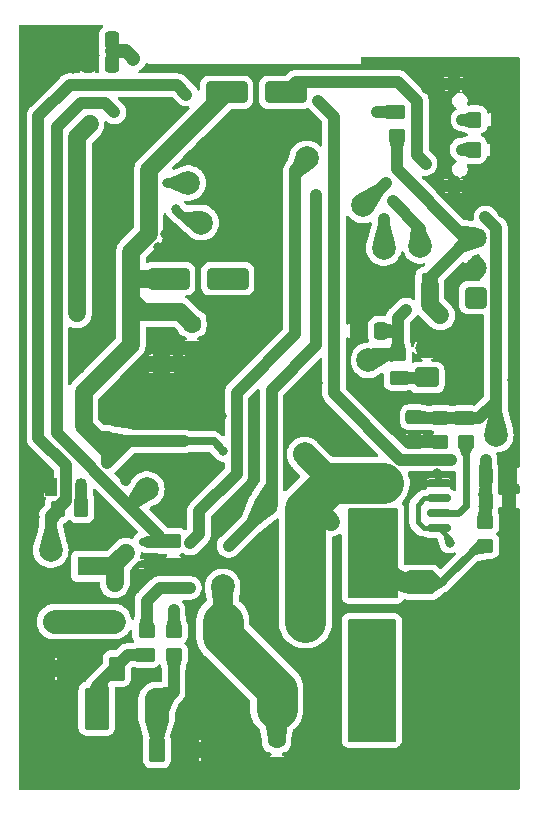
<source format=gbr>
%TF.GenerationSoftware,KiCad,Pcbnew,8.0.2*%
%TF.CreationDate,2024-08-19T20:28:07+02:00*%
%TF.ProjectId,TwinkleTron,5477696e-6b6c-4655-9472-6f6e2e6b6963,rev?*%
%TF.SameCoordinates,Original*%
%TF.FileFunction,Copper,L2,Bot*%
%TF.FilePolarity,Positive*%
%FSLAX46Y46*%
G04 Gerber Fmt 4.6, Leading zero omitted, Abs format (unit mm)*
G04 Created by KiCad (PCBNEW 8.0.2) date 2024-08-19 20:28:07*
%MOMM*%
%LPD*%
G01*
G04 APERTURE LIST*
G04 Aperture macros list*
%AMRoundRect*
0 Rectangle with rounded corners*
0 $1 Rounding radius*
0 $2 $3 $4 $5 $6 $7 $8 $9 X,Y pos of 4 corners*
0 Add a 4 corners polygon primitive as box body*
4,1,4,$2,$3,$4,$5,$6,$7,$8,$9,$2,$3,0*
0 Add four circle primitives for the rounded corners*
1,1,$1+$1,$2,$3*
1,1,$1+$1,$4,$5*
1,1,$1+$1,$6,$7*
1,1,$1+$1,$8,$9*
0 Add four rect primitives between the rounded corners*
20,1,$1+$1,$2,$3,$4,$5,0*
20,1,$1+$1,$4,$5,$6,$7,0*
20,1,$1+$1,$6,$7,$8,$9,0*
20,1,$1+$1,$8,$9,$2,$3,0*%
G04 Aperture macros list end*
%TA.AperFunction,Conductor*%
%ADD10C,0.200000*%
%TD*%
%TA.AperFunction,ComponentPad*%
%ADD11RoundRect,0.250200X0.649800X-0.649800X0.649800X0.649800X-0.649800X0.649800X-0.649800X-0.649800X0*%
%TD*%
%TA.AperFunction,ComponentPad*%
%ADD12C,1.800000*%
%TD*%
%TA.AperFunction,ComponentPad*%
%ADD13C,0.500000*%
%TD*%
%TA.AperFunction,ComponentPad*%
%ADD14C,1.650000*%
%TD*%
%TA.AperFunction,ComponentPad*%
%ADD15R,1.650000X1.650000*%
%TD*%
%TA.AperFunction,ComponentPad*%
%ADD16RoundRect,0.249999X-0.790001X-1.550001X0.790001X-1.550001X0.790001X1.550001X-0.790001X1.550001X0*%
%TD*%
%TA.AperFunction,ComponentPad*%
%ADD17O,2.080000X3.600000*%
%TD*%
%TA.AperFunction,ComponentPad*%
%ADD18R,1.050000X1.500000*%
%TD*%
%TA.AperFunction,ComponentPad*%
%ADD19O,1.050000X1.500000*%
%TD*%
%TA.AperFunction,ComponentPad*%
%ADD20O,2.100000X1.000000*%
%TD*%
%TA.AperFunction,ComponentPad*%
%ADD21O,1.600000X1.000000*%
%TD*%
%TA.AperFunction,ComponentPad*%
%ADD22R,2.000000X2.000000*%
%TD*%
%TA.AperFunction,ComponentPad*%
%ADD23C,2.000000*%
%TD*%
%TA.AperFunction,ComponentPad*%
%ADD24RoundRect,0.250000X0.750000X-0.600000X0.750000X0.600000X-0.750000X0.600000X-0.750000X-0.600000X0*%
%TD*%
%TA.AperFunction,ComponentPad*%
%ADD25O,2.000000X1.700000*%
%TD*%
%TA.AperFunction,SMDPad,CuDef*%
%ADD26C,2.000000*%
%TD*%
%TA.AperFunction,SMDPad,CuDef*%
%ADD27RoundRect,0.250000X-0.475000X0.337500X-0.475000X-0.337500X0.475000X-0.337500X0.475000X0.337500X0*%
%TD*%
%TA.AperFunction,SMDPad,CuDef*%
%ADD28RoundRect,0.250000X-0.800000X0.450000X-0.800000X-0.450000X0.800000X-0.450000X0.800000X0.450000X0*%
%TD*%
%TA.AperFunction,SMDPad,CuDef*%
%ADD29RoundRect,0.250000X0.450000X0.800000X-0.450000X0.800000X-0.450000X-0.800000X0.450000X-0.800000X0*%
%TD*%
%TA.AperFunction,SMDPad,CuDef*%
%ADD30RoundRect,0.250000X-1.500000X-0.650000X1.500000X-0.650000X1.500000X0.650000X-1.500000X0.650000X0*%
%TD*%
%TA.AperFunction,SMDPad,CuDef*%
%ADD31RoundRect,0.250000X0.450000X-0.350000X0.450000X0.350000X-0.450000X0.350000X-0.450000X-0.350000X0*%
%TD*%
%TA.AperFunction,SMDPad,CuDef*%
%ADD32RoundRect,0.225000X0.375000X-0.225000X0.375000X0.225000X-0.375000X0.225000X-0.375000X-0.225000X0*%
%TD*%
%TA.AperFunction,SMDPad,CuDef*%
%ADD33RoundRect,0.250000X-0.337500X-0.475000X0.337500X-0.475000X0.337500X0.475000X-0.337500X0.475000X0*%
%TD*%
%TA.AperFunction,SMDPad,CuDef*%
%ADD34RoundRect,0.150000X-0.825000X-0.150000X0.825000X-0.150000X0.825000X0.150000X-0.825000X0.150000X0*%
%TD*%
%TA.AperFunction,SMDPad,CuDef*%
%ADD35RoundRect,0.250000X0.350000X0.450000X-0.350000X0.450000X-0.350000X-0.450000X0.350000X-0.450000X0*%
%TD*%
%TA.AperFunction,SMDPad,CuDef*%
%ADD36RoundRect,0.250000X-0.450000X0.350000X-0.450000X-0.350000X0.450000X-0.350000X0.450000X0.350000X0*%
%TD*%
%TA.AperFunction,SMDPad,CuDef*%
%ADD37RoundRect,0.250000X-0.350000X-0.450000X0.350000X-0.450000X0.350000X0.450000X-0.350000X0.450000X0*%
%TD*%
%TA.AperFunction,SMDPad,CuDef*%
%ADD38RoundRect,0.150000X0.587500X0.150000X-0.587500X0.150000X-0.587500X-0.150000X0.587500X-0.150000X0*%
%TD*%
%TA.AperFunction,SMDPad,CuDef*%
%ADD39R,3.810000X4.240000*%
%TD*%
%TA.AperFunction,SMDPad,CuDef*%
%ADD40RoundRect,0.250000X0.337500X0.475000X-0.337500X0.475000X-0.337500X-0.475000X0.337500X-0.475000X0*%
%TD*%
%TA.AperFunction,SMDPad,CuDef*%
%ADD41RoundRect,0.250000X-0.450000X-0.800000X0.450000X-0.800000X0.450000X0.800000X-0.450000X0.800000X0*%
%TD*%
%TA.AperFunction,ViaPad*%
%ADD42C,0.800000*%
%TD*%
%TA.AperFunction,ViaPad*%
%ADD43C,0.700000*%
%TD*%
%TA.AperFunction,Conductor*%
%ADD44C,1.000000*%
%TD*%
%TA.AperFunction,Conductor*%
%ADD45C,0.600000*%
%TD*%
%TA.AperFunction,Conductor*%
%ADD46C,0.400000*%
%TD*%
%TA.AperFunction,Conductor*%
%ADD47C,1.200000*%
%TD*%
%TA.AperFunction,Conductor*%
%ADD48C,1.500000*%
%TD*%
%TA.AperFunction,Conductor*%
%ADD49C,2.000000*%
%TD*%
%TA.AperFunction,Conductor*%
%ADD50C,0.700000*%
%TD*%
%TA.AperFunction,Conductor*%
%ADD51C,3.500000*%
%TD*%
G04 APERTURE END LIST*
%TO.N,+VIN*%
D10*
X163937500Y-94900000D02*
X167837500Y-94900000D01*
X167837500Y-105100000D01*
X163937500Y-105100000D01*
X163937500Y-94900000D01*
%TA.AperFunction,Conductor*%
G36*
X163937500Y-94900000D02*
G01*
X167837500Y-94900000D01*
X167837500Y-105100000D01*
X163937500Y-105100000D01*
X163937500Y-94900000D01*
G37*
%TD.AperFunction*%
%TO.N,GND*%
X155200000Y-53600000D02*
X158300000Y-53600000D01*
X158300000Y-56800000D01*
X155200000Y-56800000D01*
X155200000Y-53600000D01*
%TA.AperFunction,Conductor*%
G36*
X155200000Y-53600000D02*
G01*
X158300000Y-53600000D01*
X158300000Y-56800000D01*
X155200000Y-56800000D01*
X155200000Y-53600000D01*
G37*
%TD.AperFunction*%
%TO.N,+5V*%
X143660000Y-79010000D02*
X145570000Y-79370000D01*
X143430000Y-81290000D01*
X141110000Y-78960000D01*
X143660000Y-79010000D01*
%TA.AperFunction,Conductor*%
G36*
X143660000Y-79010000D02*
G01*
X145570000Y-79370000D01*
X143430000Y-81290000D01*
X141110000Y-78960000D01*
X143660000Y-79010000D01*
G37*
%TD.AperFunction*%
%TO.N,Net-(C7-Pad1)*%
X163937500Y-85500000D02*
X168037500Y-85500000D01*
X168037500Y-92900000D01*
X163937500Y-92900000D01*
X163937500Y-85500000D01*
%TA.AperFunction,Conductor*%
G36*
X163937500Y-85500000D02*
G01*
X168037500Y-85500000D01*
X168037500Y-92900000D01*
X163937500Y-92900000D01*
X163937500Y-85500000D01*
G37*
%TD.AperFunction*%
%TD*%
D11*
%TO.P,U5-O1,1,OUT*%
%TO.N,IO6-IR*%
X174690000Y-67580000D03*
D12*
%TO.P,U5-O1,2,GND*%
%TO.N,GND*%
X174690000Y-65040000D03*
%TO.P,U5-O1,3,Vs*%
%TO.N,+3.3V*%
X174690000Y-62500000D03*
%TD*%
D13*
%TO.P,U1,28,GND*%
%TO.N,GND*%
X156360000Y-54000000D03*
%TO.P,U1,29,GND*%
X157460000Y-54000000D03*
%TO.P,U1,30,GND*%
X155810000Y-54550000D03*
%TO.P,U1,31,GND*%
X156910000Y-54550000D03*
%TO.P,U1,32,GND*%
X158010000Y-54550000D03*
%TO.P,U1,33,GND*%
X156360000Y-55100000D03*
%TO.P,U1,34,GND*%
X157460000Y-55100000D03*
%TO.P,U1,35,GND*%
X155810000Y-55650000D03*
%TO.P,U1,36,GND*%
X156910000Y-55650000D03*
%TO.P,U1,37,GND*%
X158010000Y-55650000D03*
%TO.P,U1,38,GND*%
X156360000Y-56200000D03*
%TO.P,U1,39,GND*%
X157460000Y-56200000D03*
%TD*%
D14*
%TO.P,K1,13*%
%TO.N,VIN_relay*%
X153280000Y-95030000D03*
%TO.P,K1,14*%
%TO.N,VIN_Fused*%
X160280000Y-95030000D03*
%TO.P,K1,A1*%
%TO.N,+5V*%
X141780000Y-95030000D03*
D15*
%TO.P,K1,A2*%
%TO.N,Net-(D3-A)*%
X141780000Y-90330000D03*
%TD*%
D16*
%TO.P,J1,1,Pin_1*%
%TO.N,CLK-5V*%
X142597500Y-102400000D03*
D17*
%TO.P,J1,2,Pin_2*%
%TO.N,DATA-5V*%
X147677500Y-102400000D03*
%TO.P,J1,3,Pin_3*%
%TO.N,GND*%
X152757500Y-102400000D03*
%TO.P,J1,4,Pin_4*%
%TO.N,VIN_relay*%
X157837500Y-102400000D03*
%TD*%
D18*
%TO.P,U4-O1,1,GND*%
%TO.N,GND*%
X138730000Y-83600000D03*
D19*
%TO.P,U4-O1,2,DQ*%
%TO.N,IO04-Temperature*%
X140000000Y-83600000D03*
%TO.P,U4-O1,3,V_{DD}*%
%TO.N,+3.3V*%
X141270000Y-83600000D03*
%TD*%
D20*
%TO.P,J3,S1,SHIELD*%
%TO.N,GND*%
X172820000Y-58120000D03*
D21*
X177000000Y-58120000D03*
D20*
X172820000Y-49480000D03*
D21*
X177000000Y-49480000D03*
%TD*%
D16*
%TO.P,J2,1,Pin_1*%
%TO.N,+VIN*%
X165937500Y-102400000D03*
D17*
%TO.P,J2,2,Pin_2*%
%TO.N,GND*%
X171017500Y-102400000D03*
%TD*%
D22*
%TO.P,C7,1*%
%TO.N,Net-(C7-Pad1)*%
X170070000Y-91700000D03*
D23*
%TO.P,C7,2*%
%TO.N,GND*%
X175070000Y-91700000D03*
%TD*%
D24*
%TO.P,J3-O1,1,Pin_1*%
%TO.N,Net-(J3-O1-Pin_1)*%
X170550000Y-74350000D03*
D25*
%TO.P,J3-O1,2,Pin_2*%
%TO.N,GND*%
X170550000Y-71850000D03*
%TD*%
D26*
%TO.P,TP18,1,1*%
%TO.N,GND*%
X150810000Y-75830000D03*
%TD*%
D27*
%TO.P,C17,1*%
%TO.N,IO01-Current*%
X169507500Y-77725000D03*
%TO.P,C17,2*%
%TO.N,GND*%
X169507500Y-79800000D03*
%TD*%
D28*
%TO.P,D4,1,K*%
%TO.N,+5V*%
X148070000Y-68800000D03*
%TO.P,D4,2,A*%
%TO.N,GND*%
X148070000Y-73200000D03*
%TD*%
D29*
%TO.P,D9,1,K*%
%TO.N,CLK-5V*%
X144300000Y-99000000D03*
%TO.P,D9,2,A*%
%TO.N,GND*%
X139900000Y-99000000D03*
%TD*%
D26*
%TO.P,TP13,1,1*%
%TO.N,IO03-CLK-3.3V*%
X156900707Y-85119293D03*
%TD*%
%TO.P,TP1,1,1*%
%TO.N,IO01-Current*%
X176400000Y-79200000D03*
%TD*%
D30*
%TO.P,D7,1,K*%
%TO.N,+5V*%
X148700000Y-66000000D03*
%TO.P,D7,2,A*%
%TO.N,Net-(D5-A)*%
X153700000Y-66000000D03*
%TD*%
D31*
%TO.P,R12,1*%
%TO.N,Net-(C7-Pad1)*%
X175500000Y-88600000D03*
%TO.P,R12,2*%
%TO.N,IO00-Voltage*%
X175500000Y-86600000D03*
%TD*%
%TO.P,R15,1*%
%TO.N,Net-(U4-VIOUT)*%
X173837500Y-79800000D03*
%TO.P,R15,2*%
%TO.N,IO01-Current*%
X173837500Y-77800000D03*
%TD*%
D26*
%TO.P,TP5,1,1*%
%TO.N,IO07-Button*%
X165600000Y-72900000D03*
%TD*%
D29*
%TO.P,D6,1,K*%
%TO.N,+3.3V*%
X170787500Y-66520000D03*
%TO.P,D6,2,A*%
%TO.N,GND*%
X166387500Y-66520000D03*
%TD*%
D32*
%TO.P,D3,1,K*%
%TO.N,+5V*%
X144130000Y-95090000D03*
%TO.P,D3,2,A*%
%TO.N,Net-(D3-A)*%
X144130000Y-91790000D03*
%TD*%
D33*
%TO.P,C1,1*%
%TO.N,GND*%
X141825000Y-45800000D03*
%TO.P,C1,2*%
%TO.N,+3.3V*%
X143900000Y-45800000D03*
%TD*%
D31*
%TO.P,R8,1*%
%TO.N,+3.3V*%
X168000000Y-53900000D03*
%TO.P,R8,2*%
%TO.N,IO02-Data-3.3V*%
X168000000Y-51900000D03*
%TD*%
D26*
%TO.P,TP20,1,1*%
%TO.N,VIN_relay*%
X153270000Y-92030000D03*
%TD*%
D34*
%TO.P,U4,1,IP+*%
%TO.N,Net-(C7-Pad1)*%
X166600000Y-87110000D03*
%TO.P,U4,2,IP+*%
X166600000Y-85840000D03*
%TO.P,U4,3,IP-*%
%TO.N,VIN_Fused*%
X166600000Y-84570000D03*
%TO.P,U4,4,IP-*%
X166600000Y-83300000D03*
%TO.P,U4,5,GND*%
%TO.N,GND*%
X171550000Y-83300000D03*
%TO.P,U4,6,BW_SEL*%
%TO.N,+3.3V*%
X171550000Y-84570000D03*
%TO.P,U4,7,VIOUT*%
%TO.N,Net-(U4-VIOUT)*%
X171550000Y-85840000D03*
%TO.P,U4,8,VCC*%
%TO.N,+3.3V*%
X171550000Y-87110000D03*
%TD*%
D35*
%TO.P,R10-O1,1*%
%TO.N,+3.3V*%
X141300000Y-85500000D03*
%TO.P,R10-O1,2*%
%TO.N,IO04-Temperature*%
X139300000Y-85500000D03*
%TD*%
D36*
%TO.P,R16,1*%
%TO.N,IO01-Current*%
X171707500Y-77800000D03*
%TO.P,R16,2*%
%TO.N,GND*%
X171707500Y-79800000D03*
%TD*%
D26*
%TO.P,TP15,1,1*%
%TO.N,TX*%
X165120000Y-59780000D03*
%TD*%
D33*
%TO.P,C16,1*%
%TO.N,IO00-Voltage*%
X175525000Y-82700000D03*
%TO.P,C16,2*%
%TO.N,GND*%
X177600000Y-82700000D03*
%TD*%
D37*
%TO.P,R13,1*%
%TO.N,IO00-Voltage*%
X175525000Y-84800000D03*
%TO.P,R13,2*%
%TO.N,GND*%
X177525000Y-84800000D03*
%TD*%
D26*
%TO.P,TP9,1,1*%
%TO.N,IO9-boot*%
X151460000Y-61240000D03*
%TD*%
D38*
%TO.P,Q1,1,G*%
%TO.N,IO05-Relay*%
X146937500Y-88250000D03*
%TO.P,Q1,2,S*%
%TO.N,GND*%
X146937500Y-90150000D03*
%TO.P,Q1,3,D*%
%TO.N,Net-(D3-A)*%
X145062500Y-89200000D03*
%TD*%
D27*
%TO.P,C8,1*%
%TO.N,+5V*%
X150670000Y-69800000D03*
%TO.P,C8,2*%
%TO.N,GND*%
X150670000Y-71875000D03*
%TD*%
D31*
%TO.P,R5,1*%
%TO.N,DATA-5V*%
X149120000Y-97830000D03*
%TO.P,R5,2*%
%TO.N,Net-(R5-Pad2)*%
X149120000Y-95830000D03*
%TD*%
D39*
%TO.P,F1,1*%
%TO.N,+VIN*%
X165937500Y-97000000D03*
%TO.P,F1,2*%
%TO.N,Net-(C7-Pad1)*%
X165937500Y-90630000D03*
%TD*%
D36*
%TO.P,R12-O1,1*%
%TO.N,IO07-Button*%
X168100000Y-72400000D03*
%TO.P,R12-O1,2*%
%TO.N,Net-(J3-O1-Pin_1)*%
X168100000Y-74400000D03*
%TD*%
D35*
%TO.P,R2,1*%
%TO.N,GND*%
X176540000Y-55050000D03*
%TO.P,R2,2*%
%TO.N,Net-(J3-CC1)*%
X174540000Y-55050000D03*
%TD*%
D26*
%TO.P,TP19,1,1*%
%TO.N,VIN_Fused*%
X160200000Y-80860000D03*
%TD*%
D33*
%TO.P,C10,1*%
%TO.N,+3.3V*%
X141115000Y-58250000D03*
%TO.P,C10,2*%
%TO.N,GND*%
X143190000Y-58250000D03*
%TD*%
D26*
%TO.P,TP3,1,1*%
%TO.N,IO02-Data-3.3V*%
X160400000Y-55800000D03*
%TD*%
D36*
%TO.P,R9,1*%
%TO.N,IO05-Relay*%
X149100000Y-88200000D03*
%TO.P,R9,2*%
%TO.N,GND*%
X149100000Y-90200000D03*
%TD*%
D27*
%TO.P,C12,1*%
%TO.N,VIN_relay*%
X157837500Y-105000000D03*
%TO.P,C12,2*%
%TO.N,GND*%
X157837500Y-107075000D03*
%TD*%
D35*
%TO.P,R10,1*%
%TO.N,GND*%
X176580000Y-52520000D03*
%TO.P,R10,2*%
%TO.N,Net-(J3-CC2)*%
X174580000Y-52520000D03*
%TD*%
D26*
%TO.P,TP6,1,1*%
%TO.N,RX*%
X170000000Y-63200000D03*
%TD*%
%TO.P,TP17,1,1*%
%TO.N,+5V*%
X139030000Y-95030000D03*
%TD*%
%TO.P,TP14,1,1*%
%TO.N,IO05-Relay*%
X146850000Y-83780000D03*
%TD*%
D30*
%TO.P,D8,1,K*%
%TO.N,+5V*%
X153600000Y-50200000D03*
%TO.P,D8,2,A*%
%TO.N,USB_5V*%
X158600000Y-50200000D03*
%TD*%
D26*
%TO.P,TP8,1,1*%
%TO.N,IO8*%
X150340000Y-57880000D03*
%TD*%
D36*
%TO.P,R4,1*%
%TO.N,Net-(R4-Pad1)*%
X146820000Y-95840000D03*
%TO.P,R4,2*%
%TO.N,CLK-5V*%
X146820000Y-97840000D03*
%TD*%
D40*
%TO.P,C13-O1,1*%
%TO.N,IO07-Button*%
X166675000Y-70400000D03*
%TO.P,C13-O1,2*%
%TO.N,GND*%
X164600000Y-70400000D03*
%TD*%
D41*
%TO.P,D10,1,K*%
%TO.N,DATA-5V*%
X147700000Y-105900000D03*
%TO.P,D10,2,A*%
%TO.N,GND*%
X152100000Y-105900000D03*
%TD*%
D26*
%TO.P,TP10,1,1*%
%TO.N,IO10*%
X166910000Y-63380000D03*
%TD*%
%TO.P,TP4,1,1*%
%TO.N,IO04-Temperature*%
X138720000Y-88970000D03*
%TD*%
D33*
%TO.P,C2,1*%
%TO.N,GND*%
X141825000Y-47800000D03*
%TO.P,C2,2*%
%TO.N,+3.3V*%
X143900000Y-47800000D03*
%TD*%
D42*
%TO.N,GND*%
X157820000Y-58330000D03*
X161700000Y-99900000D03*
X155900000Y-52700000D03*
X164390000Y-67230000D03*
X155900000Y-82200000D03*
X172750000Y-59290000D03*
X145000000Y-83100000D03*
X171300000Y-89800000D03*
X146000000Y-107900000D03*
X151660000Y-90680000D03*
X177540000Y-53750000D03*
X172050000Y-93200000D03*
X142400000Y-88200000D03*
X143820000Y-77580000D03*
X143900000Y-61990000D03*
X156300000Y-64000000D03*
X165450000Y-66860000D03*
X169100000Y-87700000D03*
X176200000Y-59400000D03*
X151390000Y-48550000D03*
X171759646Y-107630000D03*
X148280000Y-75130000D03*
X136920000Y-47660000D03*
X170600000Y-94400000D03*
X177900000Y-71600000D03*
X172674823Y-107464607D03*
X177400000Y-57000000D03*
X177800000Y-74600000D03*
X148400000Y-62200000D03*
X175000000Y-69500000D03*
X164210000Y-68760000D03*
X156000000Y-91800000D03*
X177400000Y-88200000D03*
X174144823Y-106444607D03*
X137310000Y-84090000D03*
X157200000Y-67600000D03*
X155920000Y-77840000D03*
X158760000Y-78070000D03*
X144200000Y-86400000D03*
X177700000Y-97900000D03*
X137600000Y-91400000D03*
X163100000Y-93900000D03*
X170800000Y-107600000D03*
X177500000Y-86600000D03*
X147460000Y-76860000D03*
X169084823Y-106994607D03*
X153230000Y-77600000D03*
X153000000Y-53500000D03*
X177300000Y-50600000D03*
X177600000Y-81100000D03*
X136920000Y-49740000D03*
X173474823Y-107024607D03*
X169800000Y-70100000D03*
X142810000Y-60660000D03*
X161720000Y-77510000D03*
X137210000Y-45540000D03*
X161800000Y-79000000D03*
X152630000Y-89670000D03*
X168414823Y-106414607D03*
X155940000Y-81200000D03*
X176800000Y-101600000D03*
X166400000Y-75000000D03*
X177200000Y-48200000D03*
X169884823Y-107434607D03*
X137620000Y-92430000D03*
X140600000Y-48200000D03*
X137340000Y-86180000D03*
X146000000Y-91600000D03*
X175900000Y-48200000D03*
X144300000Y-60750000D03*
X141200000Y-73600000D03*
X147800000Y-85700000D03*
X151230000Y-81740000D03*
X171100000Y-97900000D03*
X175500000Y-100100000D03*
X147800000Y-63300000D03*
X177800000Y-108000000D03*
X156700000Y-94000000D03*
X161340000Y-74860000D03*
X172584823Y-105034607D03*
X145400000Y-93400000D03*
X157200000Y-88400000D03*
X169584823Y-105034607D03*
X150600000Y-99500000D03*
X149400000Y-63800000D03*
X169900000Y-89100000D03*
X142400000Y-107800000D03*
X171390000Y-82400000D03*
X166300000Y-76700000D03*
X170510000Y-49950000D03*
X170040000Y-83100000D03*
X137330000Y-82030000D03*
X174400000Y-98100000D03*
X143800000Y-76200000D03*
X141900000Y-92600000D03*
X176900000Y-60400000D03*
D43*
%TO.N,+3.3V*%
X142000000Y-52920000D03*
D42*
X172500000Y-88330000D03*
X171700000Y-69100000D03*
X145710000Y-47370648D03*
D43*
X140930000Y-68930000D03*
%TO.N,+5V*%
X143500000Y-81590000D03*
D42*
X145500000Y-66900000D03*
X153327035Y-80586317D03*
X149960000Y-79770000D03*
%TO.N,Net-(D5-A)*%
X152500000Y-66000000D03*
X153400000Y-66000000D03*
X154200000Y-66000000D03*
%TO.N,VIN_Fused*%
X162450000Y-86570000D03*
%TO.N,IO00-Voltage*%
X172600000Y-81300000D03*
D43*
X161300000Y-50900000D03*
D42*
X175525000Y-81325000D03*
%TO.N,IO01-Current*%
X175520000Y-60800000D03*
%TO.N,Net-(R4-Pad1)*%
X150500000Y-92170000D03*
%TO.N,Net-(R5-Pad2)*%
X149120000Y-94060000D03*
%TO.N,USB_5V*%
X170450000Y-56250000D03*
X169730000Y-51300000D03*
%TO.N,Net-(J3-CC2)*%
X173570000Y-52520000D03*
%TO.N,Net-(J3-CC1)*%
X173510000Y-55050000D03*
%TO.N,IO05-Relay*%
X144100000Y-51900000D03*
%TO.N,IO8*%
X148590000Y-57900000D03*
%TO.N,IO9-boot*%
X149290000Y-60090000D03*
%TO.N,IO02-Data-3.3V*%
X150500000Y-88390000D03*
D43*
X159400000Y-58700000D03*
D42*
X166300000Y-51900000D03*
%TO.N,IO04-Temperature*%
X150200000Y-50400000D03*
%TO.N,RX*%
X167650000Y-59410000D03*
%TO.N,IO07-Button*%
X168800000Y-68600000D03*
%TO.N,IO10*%
X166900000Y-60900000D03*
%TO.N,IO03-CLK-3.3V*%
X153770000Y-88610000D03*
D43*
X161200000Y-58900000D03*
D42*
%TO.N,TX*%
X167070000Y-57900000D03*
%TD*%
D44*
%TO.N,GND*%
X149050000Y-90150000D02*
X149100000Y-90200000D01*
X146937500Y-90150000D02*
X149050000Y-90150000D01*
D45*
X171817500Y-83300000D02*
X171812500Y-83295000D01*
D44*
X171707500Y-79800000D02*
X169582500Y-79800000D01*
X169582500Y-79500000D02*
X169507500Y-79575000D01*
D46*
%TO.N,+3.3V*%
X169780000Y-85120000D02*
X170330000Y-84570000D01*
D47*
X145710000Y-47310000D02*
X145110000Y-46710000D01*
D44*
X173800000Y-62500000D02*
X168000000Y-56700000D01*
D46*
X172500000Y-88060000D02*
X171550000Y-87110000D01*
D48*
X140930000Y-53990000D02*
X142000000Y-52920000D01*
D46*
X172500000Y-88330000D02*
X172500000Y-88060000D01*
D44*
X174690000Y-62500000D02*
X173800000Y-62500000D01*
X170787500Y-65912500D02*
X174200000Y-62500000D01*
D48*
X140930000Y-68930000D02*
X140930000Y-53990000D01*
D44*
X168000000Y-56700000D02*
X168000000Y-53900000D01*
D46*
X169780000Y-86610000D02*
X169780000Y-85120000D01*
D44*
X143900000Y-45800000D02*
X143900000Y-46710000D01*
D48*
X171700000Y-69100000D02*
X170787500Y-68187500D01*
D44*
X174200000Y-62500000D02*
X174690000Y-62500000D01*
D46*
X170280000Y-87110000D02*
X169780000Y-86610000D01*
D44*
X170787500Y-66520000D02*
X170787500Y-65912500D01*
D46*
X170330000Y-84570000D02*
X171550000Y-84570000D01*
D47*
X145710000Y-47370648D02*
X145710000Y-47310000D01*
D44*
X141270000Y-85430000D02*
X141270000Y-83600000D01*
D47*
X145110000Y-46710000D02*
X143900000Y-46710000D01*
D46*
X171550000Y-87110000D02*
X170280000Y-87110000D01*
D44*
X143900000Y-46710000D02*
X143900000Y-47800000D01*
D48*
X170787500Y-68187500D02*
X170787500Y-66520000D01*
D44*
X141200000Y-85500000D02*
X141270000Y-85430000D01*
D48*
%TO.N,+5V*%
X145500000Y-67780000D02*
X145500000Y-71580000D01*
X148070000Y-68800000D02*
X146520000Y-68800000D01*
D44*
X149960000Y-79770000D02*
X145320000Y-79770000D01*
X143500000Y-81590000D02*
X143500000Y-79650000D01*
D48*
X145500000Y-67780000D02*
X145500000Y-66900000D01*
X148070000Y-68800000D02*
X149670000Y-68800000D01*
D44*
X145320000Y-79770000D02*
X143500000Y-81590000D01*
D48*
X148700000Y-66000000D02*
X145500000Y-66000000D01*
X142720000Y-79640000D02*
X143510000Y-79640000D01*
X145500000Y-66000000D02*
X145500000Y-63690811D01*
X147000000Y-56800000D02*
X153600000Y-50200000D01*
X145500000Y-63690811D02*
X147000000Y-62190811D01*
X146520000Y-68800000D02*
X145500000Y-67780000D01*
D49*
X141780000Y-95030000D02*
X139030000Y-95030000D01*
D48*
X145500000Y-71580000D02*
X141500000Y-75580000D01*
D50*
X153327035Y-80586317D02*
X152510718Y-79770000D01*
D48*
X141500000Y-78420000D02*
X142720000Y-79640000D01*
X145500000Y-66900000D02*
X145500000Y-66000000D01*
X149670000Y-68800000D02*
X150670000Y-69800000D01*
X147000000Y-62190811D02*
X147000000Y-56800000D01*
D49*
X141780000Y-95030000D02*
X144070000Y-95030000D01*
D48*
X141500000Y-75580000D02*
X141500000Y-78420000D01*
D50*
X152510718Y-79770000D02*
X149960000Y-79770000D01*
D49*
%TO.N,VIN_Fused*%
X160200000Y-80860000D02*
X162635000Y-83295000D01*
D51*
X160280000Y-95030000D02*
X160280000Y-85480000D01*
X162465000Y-83295000D02*
X166862500Y-83295000D01*
D48*
X162450000Y-86570000D02*
X162160862Y-86280862D01*
D51*
X160280000Y-85480000D02*
X162465000Y-83295000D01*
D50*
%TO.N,Net-(C7-Pad1)*%
X174945000Y-88600000D02*
X171845000Y-91700000D01*
X175500000Y-88600000D02*
X174945000Y-88600000D01*
D48*
X167007500Y-91700000D02*
X165937500Y-90630000D01*
D50*
X171845000Y-91700000D02*
X170070000Y-91700000D01*
D48*
X170070000Y-91700000D02*
X167007500Y-91700000D01*
D51*
%TO.N,VIN_relay*%
X153280000Y-95030000D02*
X153280000Y-96240000D01*
D48*
X157837500Y-105000000D02*
X157837500Y-102400000D01*
D51*
X153280000Y-96240000D02*
X157837500Y-100797500D01*
D48*
X153270000Y-95020000D02*
X153280000Y-95030000D01*
X153270000Y-92030000D02*
X153270000Y-95020000D01*
D51*
X157837500Y-100797500D02*
X157837500Y-102400000D01*
D48*
%TO.N,Net-(D3-A)*%
X143932500Y-90330000D02*
X145062500Y-89200000D01*
X141780000Y-90330000D02*
X143932500Y-90330000D01*
X144130000Y-90527500D02*
X144130000Y-91790000D01*
D44*
%TO.N,Net-(J3-O1-Pin_1)*%
X168100000Y-74400000D02*
X170500000Y-74400000D01*
%TO.N,IO00-Voltage*%
X175525000Y-82700000D02*
X175525000Y-81325000D01*
X162700000Y-52300000D02*
X161300000Y-50900000D01*
X175500000Y-86600000D02*
X175500000Y-84825000D01*
X172600000Y-81300000D02*
X168300000Y-81300000D01*
X175525000Y-84800000D02*
X175525000Y-82700000D01*
X168300000Y-81300000D02*
X162700000Y-75700000D01*
X162700000Y-75700000D02*
X162700000Y-52300000D01*
%TO.N,IO01-Current*%
X169507500Y-77800000D02*
X173837500Y-77800000D01*
X175000000Y-77800000D02*
X173837500Y-77800000D01*
X176400000Y-76100000D02*
X176400000Y-79200000D01*
X176400000Y-61680000D02*
X176400000Y-76100000D01*
X175520000Y-60800000D02*
X176400000Y-61680000D01*
X176400000Y-76400000D02*
X175000000Y-77800000D01*
%TO.N,Net-(R4-Pad1)*%
X146820000Y-93270000D02*
X146820000Y-95840000D01*
X150500000Y-92170000D02*
X147920000Y-92170000D01*
X147920000Y-92170000D02*
X146820000Y-93270000D01*
%TO.N,DATA-5V*%
X149120000Y-100957500D02*
X147677500Y-102400000D01*
X149120000Y-97830000D02*
X149120000Y-100957500D01*
X147700000Y-105900000D02*
X147700000Y-102422500D01*
%TO.N,CLK-5V*%
X146820000Y-97840000D02*
X145250000Y-97840000D01*
X142597500Y-100492500D02*
X142597500Y-102400000D01*
X145250000Y-97840000D02*
X142597500Y-100492500D01*
%TO.N,Net-(R5-Pad2)*%
X149120000Y-95830000D02*
X149120000Y-94060000D01*
%TO.N,USB_5V*%
X169700000Y-51330000D02*
X169730000Y-51300000D01*
X169730000Y-51300000D02*
X169730000Y-50930000D01*
X169730000Y-50930000D02*
X168100000Y-49300000D01*
X170450000Y-56250000D02*
X169700000Y-55500000D01*
X168100000Y-49300000D02*
X159500000Y-49300000D01*
X159500000Y-49300000D02*
X158600000Y-50200000D01*
X169700000Y-55500000D02*
X169700000Y-51330000D01*
%TO.N,Net-(J3-CC2)*%
X174580000Y-52520000D02*
X173570000Y-52520000D01*
%TO.N,Net-(J3-CC1)*%
X173510000Y-55050000D02*
X174540000Y-55050000D01*
%TO.N,IO05-Relay*%
X147900000Y-87760000D02*
X147900000Y-88190000D01*
X145375000Y-85235000D02*
X147900000Y-87760000D01*
X139200000Y-79060000D02*
X145375000Y-85235000D01*
X144100000Y-51900000D02*
X143300000Y-51100000D01*
X146850000Y-83780000D02*
X145395000Y-85235000D01*
X149050000Y-88250000D02*
X149100000Y-88200000D01*
X148200000Y-88250000D02*
X149050000Y-88250000D01*
X146937500Y-88250000D02*
X148200000Y-88250000D01*
X143300000Y-51100000D02*
X141260000Y-51100000D01*
X139200000Y-53160000D02*
X139200000Y-79060000D01*
X141260000Y-51100000D02*
X139200000Y-53160000D01*
X145395000Y-85235000D02*
X145375000Y-85235000D01*
D50*
%TO.N,IO8*%
X150320000Y-57900000D02*
X150340000Y-57880000D01*
X148590000Y-57900000D02*
X150320000Y-57900000D01*
%TO.N,IO9-boot*%
X150440000Y-61240000D02*
X151460000Y-61240000D01*
X149290000Y-60090000D02*
X150440000Y-61240000D01*
D44*
%TO.N,IO02-Data-3.3V*%
X159400000Y-56800000D02*
X160400000Y-55800000D01*
X151250000Y-85690000D02*
X151250000Y-87640000D01*
X154450000Y-75650000D02*
X154450000Y-82490000D01*
X159400000Y-58700000D02*
X159400000Y-70700000D01*
X159400000Y-70700000D02*
X154450000Y-75650000D01*
X166300000Y-51900000D02*
X168000000Y-51900000D01*
X154450000Y-82490000D02*
X151250000Y-85690000D01*
X159400000Y-58700000D02*
X159400000Y-56800000D01*
X151250000Y-87640000D02*
X150500000Y-88390000D01*
%TO.N,IO04-Temperature*%
X140300000Y-49600000D02*
X137673000Y-52227000D01*
X140000000Y-84800000D02*
X140000000Y-83600000D01*
X138720000Y-86080000D02*
X138720000Y-88970000D01*
X150200000Y-50400000D02*
X149400000Y-49600000D01*
X139300000Y-85500000D02*
X140000000Y-84800000D01*
X137673000Y-52227000D02*
X137673000Y-79473000D01*
X137673000Y-79473000D02*
X140000000Y-81800000D01*
X149400000Y-49600000D02*
X140300000Y-49600000D01*
X139300000Y-85500000D02*
X138720000Y-86080000D01*
X140000000Y-81800000D02*
X140000000Y-83600000D01*
D45*
%TO.N,Net-(U4-VIOUT)*%
X173202500Y-85835000D02*
X173837500Y-85200000D01*
X171812500Y-85835000D02*
X173202500Y-85835000D01*
X173837500Y-85200000D02*
X173837500Y-79500000D01*
D44*
%TO.N,RX*%
X167650000Y-59410000D02*
X170000000Y-61760000D01*
X170000000Y-61760000D02*
X170000000Y-63200000D01*
%TO.N,IO07-Button*%
X165600000Y-72900000D02*
X166100000Y-72400000D01*
X168100000Y-69500000D02*
X168100000Y-69300000D01*
X168100000Y-72400000D02*
X168100000Y-70400000D01*
X166100000Y-72400000D02*
X168100000Y-72400000D01*
X166675000Y-70400000D02*
X168100000Y-70400000D01*
X168100000Y-70400000D02*
X168100000Y-69500000D01*
X168100000Y-69300000D02*
X168800000Y-68600000D01*
%TO.N,IO10*%
X166900000Y-60900000D02*
X166900000Y-63370000D01*
X166900000Y-63370000D02*
X166910000Y-63380000D01*
%TO.N,IO03-CLK-3.3V*%
X153800000Y-88610000D02*
X157410000Y-85000000D01*
X153770000Y-88610000D02*
X153800000Y-88610000D01*
X157410000Y-75390000D02*
X161200000Y-71600000D01*
X157410000Y-85000000D02*
X157410000Y-75390000D01*
X161200000Y-71600000D02*
X161200000Y-58900000D01*
%TO.N,TX*%
X165190000Y-59780000D02*
X167070000Y-57900000D01*
X165120000Y-59780000D02*
X165190000Y-59780000D01*
%TD*%
%TA.AperFunction,Conductor*%
%TO.N,GND*%
G36*
X143116456Y-44509685D02*
G01*
X143162211Y-44562489D01*
X143172155Y-44631647D01*
X143143130Y-44695203D01*
X143114514Y-44719538D01*
X143093847Y-44732285D01*
X143093843Y-44732288D01*
X142969789Y-44856342D01*
X142877687Y-45005663D01*
X142877686Y-45005666D01*
X142822501Y-45172203D01*
X142822501Y-45172204D01*
X142822500Y-45172204D01*
X142812000Y-45274983D01*
X142812000Y-46325001D01*
X142812001Y-46325019D01*
X142823189Y-46434532D01*
X142822472Y-46434605D01*
X142823476Y-46472004D01*
X142815879Y-46519974D01*
X142799500Y-46623389D01*
X142799500Y-46623393D01*
X142799500Y-46796610D01*
X142826598Y-46967702D01*
X142845545Y-47026015D01*
X142847540Y-47095856D01*
X142845320Y-47103336D01*
X142822501Y-47172199D01*
X142812000Y-47274983D01*
X142812000Y-48325001D01*
X142812001Y-48325019D01*
X142822500Y-48427796D01*
X142822501Y-48427797D01*
X142825384Y-48436498D01*
X142827784Y-48506326D01*
X142792052Y-48566368D01*
X142729531Y-48597559D01*
X142707677Y-48599500D01*
X142592092Y-48599500D01*
X142525053Y-48579815D01*
X142479298Y-48527011D01*
X142469354Y-48457853D01*
X142480692Y-48421039D01*
X142497088Y-48387500D01*
X141152912Y-48387500D01*
X141169308Y-48421039D01*
X141181068Y-48489912D01*
X141153725Y-48554209D01*
X141095961Y-48593517D01*
X141057908Y-48599500D01*
X140201455Y-48599500D01*
X140104812Y-48618724D01*
X140008167Y-48637947D01*
X140008161Y-48637949D01*
X139954834Y-48660037D01*
X139954834Y-48660038D01*
X139909315Y-48678892D01*
X139826089Y-48713366D01*
X139826079Y-48713371D01*
X139662219Y-48822859D01*
X139619894Y-48865185D01*
X139522861Y-48962218D01*
X139522858Y-48962221D01*
X137035221Y-51449858D01*
X137035218Y-51449861D01*
X136994619Y-51490460D01*
X136895859Y-51589219D01*
X136786371Y-51753079D01*
X136786364Y-51753092D01*
X136746028Y-51850476D01*
X136730885Y-51887035D01*
X136730885Y-51887036D01*
X136710949Y-51935164D01*
X136710947Y-51935170D01*
X136672500Y-52128456D01*
X136672500Y-79571544D01*
X136710874Y-79764464D01*
X136710948Y-79764831D01*
X136710951Y-79764841D01*
X136786364Y-79946907D01*
X136786371Y-79946920D01*
X136895860Y-80110781D01*
X136895863Y-80110785D01*
X137039537Y-80254459D01*
X137039559Y-80254479D01*
X138963181Y-82178101D01*
X138996666Y-82239424D01*
X138999500Y-82265782D01*
X138999500Y-83136101D01*
X138997117Y-83160292D01*
X138974500Y-83273993D01*
X138974500Y-83314170D01*
X138960255Y-83299925D01*
X138874745Y-83250556D01*
X138779370Y-83225000D01*
X138680630Y-83225000D01*
X138585255Y-83250556D01*
X138499745Y-83299925D01*
X138429925Y-83369745D01*
X138380556Y-83455255D01*
X138355000Y-83550630D01*
X138355000Y-83649370D01*
X138380556Y-83744745D01*
X138429925Y-83830255D01*
X138499745Y-83900075D01*
X138585255Y-83949444D01*
X138680630Y-83975000D01*
X138779370Y-83975000D01*
X138874745Y-83949444D01*
X138960255Y-83900075D01*
X138974500Y-83885830D01*
X138974500Y-83926004D01*
X138984606Y-83976808D01*
X138978379Y-84046399D01*
X138935517Y-84101577D01*
X138869627Y-84124822D01*
X138862989Y-84125000D01*
X138105001Y-84125000D01*
X138105001Y-84359844D01*
X138110802Y-84389018D01*
X138132904Y-84422095D01*
X138165983Y-84444198D01*
X138165984Y-84444199D01*
X138195147Y-84449999D01*
X138216122Y-84449999D01*
X138283163Y-84469681D01*
X138328919Y-84522483D01*
X138338866Y-84591642D01*
X138321666Y-84639095D01*
X138281151Y-84704782D01*
X138265186Y-84730666D01*
X138210001Y-84897203D01*
X138210001Y-84897204D01*
X138210000Y-84897204D01*
X138199500Y-84999983D01*
X138199500Y-85134217D01*
X138179815Y-85201256D01*
X138163181Y-85221898D01*
X138082221Y-85302858D01*
X138082218Y-85302861D01*
X138041602Y-85343477D01*
X137942859Y-85442219D01*
X137833371Y-85606080D01*
X137833366Y-85606089D01*
X137804416Y-85675983D01*
X137757949Y-85788163D01*
X137757947Y-85788171D01*
X137738724Y-85884812D01*
X137719500Y-85981455D01*
X137719500Y-86869797D01*
X137715449Y-86901234D01*
X137506590Y-87698137D01*
X137318440Y-88416026D01*
X137311934Y-88440848D01*
X137305543Y-88459217D01*
X137295938Y-88481115D01*
X137295937Y-88481118D01*
X137234892Y-88722175D01*
X137234890Y-88722187D01*
X137214357Y-88969994D01*
X137214357Y-88970005D01*
X137234890Y-89217812D01*
X137234892Y-89217824D01*
X137295936Y-89458881D01*
X137395826Y-89686606D01*
X137531833Y-89894782D01*
X137531836Y-89894785D01*
X137700256Y-90077738D01*
X137896491Y-90230474D01*
X138115190Y-90348828D01*
X138350386Y-90429571D01*
X138595665Y-90470500D01*
X138844335Y-90470500D01*
X139089614Y-90429571D01*
X139324810Y-90348828D01*
X139543509Y-90230474D01*
X139739744Y-90077738D01*
X139908164Y-89894785D01*
X140044173Y-89686607D01*
X140144063Y-89458881D01*
X140205108Y-89217821D01*
X140207319Y-89191142D01*
X140225643Y-88970005D01*
X140225643Y-88969994D01*
X140205109Y-88722187D01*
X140205107Y-88722175D01*
X140186805Y-88649904D01*
X140144063Y-88481119D01*
X140134455Y-88459216D01*
X140128067Y-88440857D01*
X139731106Y-86926245D01*
X139733151Y-86856408D01*
X139757438Y-86813497D01*
X139867424Y-86686875D01*
X139922032Y-86650488D01*
X139969334Y-86634814D01*
X140118656Y-86542712D01*
X140212319Y-86449049D01*
X140273642Y-86415564D01*
X140343334Y-86420548D01*
X140387681Y-86449049D01*
X140481344Y-86542712D01*
X140630666Y-86634814D01*
X140797203Y-86689999D01*
X140899991Y-86700500D01*
X141700008Y-86700499D01*
X141700016Y-86700498D01*
X141700019Y-86700498D01*
X141756302Y-86694748D01*
X141802797Y-86689999D01*
X141969334Y-86634814D01*
X142118656Y-86542712D01*
X142242712Y-86418656D01*
X142334814Y-86269334D01*
X142389999Y-86102797D01*
X142400500Y-86000009D01*
X142400499Y-84999992D01*
X142389999Y-84897203D01*
X142384961Y-84881999D01*
X142380031Y-84861337D01*
X142351932Y-84673457D01*
X142271863Y-84138093D01*
X142270500Y-84119754D01*
X142270500Y-84063898D01*
X142272883Y-84039706D01*
X142295500Y-83926003D01*
X142295500Y-83869782D01*
X142315185Y-83802743D01*
X142367989Y-83756988D01*
X142437147Y-83747044D01*
X142500703Y-83776069D01*
X142507181Y-83782101D01*
X144741538Y-86016460D01*
X144741560Y-86016480D01*
X146060599Y-87335519D01*
X146094084Y-87396842D01*
X146089100Y-87466534D01*
X146047228Y-87522467D01*
X146036040Y-87529932D01*
X145948135Y-87581919D01*
X145948129Y-87581923D01*
X145831923Y-87698129D01*
X145831917Y-87698137D01*
X145748255Y-87839603D01*
X145748253Y-87839606D01*
X145712524Y-87962588D01*
X145674918Y-88021474D01*
X145611445Y-88050680D01*
X145545999Y-88042555D01*
X145542537Y-88041121D01*
X145542528Y-88041118D01*
X145542526Y-88041117D01*
X145355326Y-87980291D01*
X145355320Y-87980290D01*
X145160921Y-87949500D01*
X145160916Y-87949500D01*
X144964083Y-87949500D01*
X144964078Y-87949500D01*
X144769678Y-87980290D01*
X144769676Y-87980290D01*
X144769673Y-87980291D01*
X144676073Y-88010704D01*
X144582469Y-88041118D01*
X144407093Y-88130477D01*
X144407090Y-88130478D01*
X144287807Y-88217144D01*
X144247854Y-88246172D01*
X144247852Y-88246174D01*
X144247851Y-88246174D01*
X143450845Y-89043181D01*
X143389522Y-89076666D01*
X143363164Y-89079500D01*
X142912487Y-89079500D01*
X142853058Y-89064331D01*
X142847330Y-89061203D01*
X142712482Y-89010908D01*
X142712483Y-89010908D01*
X142652883Y-89004501D01*
X142652881Y-89004500D01*
X142652873Y-89004500D01*
X142652864Y-89004500D01*
X140907129Y-89004500D01*
X140907123Y-89004501D01*
X140847516Y-89010908D01*
X140712671Y-89061202D01*
X140712664Y-89061206D01*
X140597455Y-89147452D01*
X140597452Y-89147455D01*
X140511206Y-89262664D01*
X140511202Y-89262671D01*
X140460908Y-89397517D01*
X140454501Y-89457116D01*
X140454500Y-89457135D01*
X140454500Y-91202870D01*
X140454501Y-91202876D01*
X140460908Y-91262483D01*
X140511202Y-91397328D01*
X140511206Y-91397335D01*
X140597452Y-91512544D01*
X140597455Y-91512547D01*
X140712664Y-91598793D01*
X140712671Y-91598797D01*
X140847517Y-91649091D01*
X140847516Y-91649091D01*
X140854444Y-91649835D01*
X140907127Y-91655500D01*
X142652872Y-91655499D01*
X142712483Y-91649091D01*
X142712485Y-91649090D01*
X142712487Y-91649090D01*
X142720031Y-91647308D01*
X142720342Y-91648624D01*
X142781858Y-91644225D01*
X142843181Y-91677709D01*
X142876666Y-91739032D01*
X142879500Y-91765391D01*
X142879500Y-91888422D01*
X142910290Y-92082826D01*
X142971117Y-92270029D01*
X143060476Y-92445405D01*
X143176172Y-92604646D01*
X143315354Y-92743828D01*
X143474595Y-92859524D01*
X143555799Y-92900899D01*
X143649970Y-92948882D01*
X143649972Y-92948882D01*
X143649975Y-92948884D01*
X143740089Y-92978164D01*
X143837173Y-93009709D01*
X144031578Y-93040500D01*
X144031583Y-93040500D01*
X144228422Y-93040500D01*
X144422826Y-93009709D01*
X144610025Y-92948884D01*
X144785405Y-92859524D01*
X144944646Y-92743828D01*
X145083828Y-92604646D01*
X145199524Y-92445405D01*
X145288884Y-92270025D01*
X145349709Y-92082826D01*
X145358077Y-92029994D01*
X145380500Y-91888422D01*
X145380500Y-90800000D01*
X148405024Y-90800000D01*
X148443808Y-90838784D01*
X148500000Y-90866254D01*
X149700000Y-90866254D01*
X149756191Y-90838784D01*
X149794975Y-90800000D01*
X149700000Y-90800000D01*
X149700000Y-90866254D01*
X148500000Y-90866254D01*
X148500000Y-90800000D01*
X148405024Y-90800000D01*
X145380500Y-90800000D01*
X145380500Y-90701836D01*
X145400185Y-90634797D01*
X145416819Y-90614155D01*
X145580974Y-90450000D01*
X146149554Y-90450000D01*
X146169757Y-90480237D01*
X146169760Y-90480240D01*
X146252455Y-90535494D01*
X146252459Y-90535496D01*
X146325371Y-90549999D01*
X146325374Y-90550000D01*
X146637500Y-90550000D01*
X147237500Y-90550000D01*
X147549626Y-90550000D01*
X147549628Y-90549999D01*
X147622540Y-90535496D01*
X147622544Y-90535494D01*
X147705239Y-90480240D01*
X147705242Y-90480237D01*
X147725446Y-90450000D01*
X147237500Y-90450000D01*
X147237500Y-90550000D01*
X146637500Y-90550000D01*
X146637500Y-90450000D01*
X146149554Y-90450000D01*
X145580974Y-90450000D01*
X145706317Y-90324657D01*
X146016328Y-90014646D01*
X146098814Y-89901113D01*
X146154144Y-89858449D01*
X146199132Y-89850000D01*
X146637500Y-89850000D01*
X147237500Y-89850000D01*
X147725446Y-89850000D01*
X147705242Y-89819762D01*
X147705239Y-89819759D01*
X147622544Y-89764505D01*
X147622540Y-89764503D01*
X147549627Y-89750000D01*
X147237500Y-89750000D01*
X147237500Y-89850000D01*
X146637500Y-89850000D01*
X146637500Y-89750000D01*
X146376339Y-89750000D01*
X146309300Y-89730315D01*
X146263545Y-89677511D01*
X146253601Y-89608353D01*
X146257263Y-89591405D01*
X146297597Y-89452573D01*
X146297598Y-89452567D01*
X146298289Y-89443791D01*
X146300500Y-89415694D01*
X146300500Y-89387097D01*
X146302027Y-89367698D01*
X146313000Y-89298421D01*
X146313000Y-89259836D01*
X146332685Y-89192797D01*
X146385489Y-89147042D01*
X146454647Y-89137098D01*
X146484450Y-89145274D01*
X146645665Y-89212051D01*
X146645669Y-89212051D01*
X146645670Y-89212052D01*
X146838956Y-89250500D01*
X146838959Y-89250500D01*
X147745421Y-89250500D01*
X147770242Y-89253010D01*
X147781328Y-89255275D01*
X147858865Y-89259836D01*
X148459730Y-89295181D01*
X148525496Y-89318768D01*
X148568072Y-89374168D01*
X148573937Y-89443791D01*
X148541230Y-89505533D01*
X148506908Y-89530367D01*
X148443809Y-89561214D01*
X148405024Y-89599999D01*
X148405025Y-89600000D01*
X149794975Y-89600000D01*
X149794975Y-89599999D01*
X149756190Y-89561214D01*
X149676390Y-89522202D01*
X149624808Y-89475074D01*
X149606894Y-89407540D01*
X149628335Y-89341042D01*
X149682324Y-89296692D01*
X149696405Y-89292237D01*
X149696370Y-89292129D01*
X149814422Y-89253010D01*
X149869334Y-89234814D01*
X149869335Y-89234813D01*
X149874768Y-89233013D01*
X149944596Y-89230611D01*
X149982663Y-89247617D01*
X149994124Y-89255275D01*
X150026086Y-89276631D01*
X150208164Y-89352051D01*
X150384352Y-89387097D01*
X150401455Y-89390499D01*
X150401458Y-89390500D01*
X150401460Y-89390500D01*
X150598542Y-89390500D01*
X150598543Y-89390499D01*
X150791836Y-89352051D01*
X150973914Y-89276631D01*
X151137781Y-89167139D01*
X151887778Y-88417141D01*
X151887782Y-88417139D01*
X152027139Y-88277782D01*
X152136632Y-88113914D01*
X152166785Y-88041118D01*
X152195324Y-87972219D01*
X152195324Y-87972218D01*
X152199313Y-87962588D01*
X152212051Y-87931836D01*
X152243032Y-87776086D01*
X152250500Y-87738541D01*
X152250500Y-86155782D01*
X152270185Y-86088743D01*
X152286819Y-86068101D01*
X155227136Y-83127785D01*
X155227139Y-83127782D01*
X155288192Y-83036410D01*
X155336631Y-82963916D01*
X155381657Y-82855215D01*
X155399145Y-82812994D01*
X155412051Y-82781836D01*
X155450500Y-82588541D01*
X155450500Y-82391460D01*
X155450500Y-76115781D01*
X155470185Y-76048742D01*
X155486814Y-76028104D01*
X156197819Y-75317099D01*
X156259142Y-75283615D01*
X156328834Y-75288599D01*
X156384767Y-75330471D01*
X156409184Y-75395935D01*
X156409500Y-75404781D01*
X156409500Y-83087854D01*
X156389911Y-83154745D01*
X155755357Y-84145224D01*
X155742178Y-84162313D01*
X155712544Y-84194505D01*
X155712542Y-84194507D01*
X155576532Y-84402687D01*
X155545565Y-84473284D01*
X155539284Y-84485668D01*
X155536292Y-84490827D01*
X155535343Y-84492645D01*
X155535337Y-84492657D01*
X155520649Y-84529012D01*
X155514073Y-84542782D01*
X155500235Y-84567687D01*
X155500229Y-84567700D01*
X154937990Y-86041775D01*
X154909813Y-86085265D01*
X153231266Y-87763812D01*
X153212477Y-87779233D01*
X153132214Y-87832863D01*
X152992863Y-87972214D01*
X152992860Y-87972218D01*
X152883371Y-88136079D01*
X152883364Y-88136092D01*
X152807950Y-88318160D01*
X152807947Y-88318170D01*
X152769500Y-88511456D01*
X152769500Y-88511459D01*
X152769500Y-88708541D01*
X152769500Y-88708543D01*
X152769499Y-88708543D01*
X152807947Y-88901829D01*
X152807950Y-88901839D01*
X152883364Y-89083907D01*
X152883371Y-89083920D01*
X152992860Y-89247781D01*
X152992863Y-89247785D01*
X153132214Y-89387136D01*
X153132218Y-89387139D01*
X153296079Y-89496628D01*
X153296092Y-89496635D01*
X153452002Y-89561214D01*
X153478165Y-89572051D01*
X153478169Y-89572051D01*
X153478170Y-89572052D01*
X153671456Y-89610500D01*
X153671459Y-89610500D01*
X153898542Y-89610500D01*
X153917870Y-89606655D01*
X153995188Y-89591275D01*
X154091836Y-89572051D01*
X154162666Y-89542712D01*
X154273914Y-89496632D01*
X154437782Y-89387139D01*
X154577139Y-89247782D01*
X154577140Y-89247780D01*
X154584206Y-89240714D01*
X154584209Y-89240710D01*
X156375185Y-87449733D01*
X156392937Y-87435015D01*
X156396145Y-87432822D01*
X156396161Y-87432814D01*
X157716391Y-86385502D01*
X157722531Y-86381078D01*
X157724213Y-86379768D01*
X157724216Y-86379767D01*
X157829339Y-86297946D01*
X157894331Y-86272304D01*
X157962871Y-86285870D01*
X158013196Y-86334338D01*
X158029500Y-86395800D01*
X158029500Y-95177513D01*
X158051437Y-95344131D01*
X158068007Y-95469993D01*
X158132107Y-95709218D01*
X158144361Y-95754951D01*
X158144364Y-95754961D01*
X158257254Y-96027500D01*
X158257258Y-96027510D01*
X158404761Y-96282993D01*
X158584352Y-96517040D01*
X158584358Y-96517047D01*
X158792952Y-96725641D01*
X158792959Y-96725647D01*
X159027006Y-96905238D01*
X159282489Y-97052741D01*
X159282490Y-97052741D01*
X159282493Y-97052743D01*
X159555048Y-97165639D01*
X159840007Y-97241993D01*
X160132494Y-97280500D01*
X160132501Y-97280500D01*
X160427499Y-97280500D01*
X160427506Y-97280500D01*
X160719993Y-97241993D01*
X161004952Y-97165639D01*
X161277507Y-97052743D01*
X161532994Y-96905238D01*
X161767042Y-96725646D01*
X161975646Y-96517042D01*
X162155238Y-96282994D01*
X162302743Y-96027507D01*
X162415639Y-95754952D01*
X162491993Y-95469993D01*
X162530500Y-95177506D01*
X162530500Y-94820943D01*
X163337000Y-94820943D01*
X163337000Y-105179057D01*
X163357689Y-105256267D01*
X163377923Y-105331783D01*
X163377926Y-105331790D01*
X163456975Y-105468709D01*
X163456979Y-105468714D01*
X163456980Y-105468716D01*
X163568784Y-105580520D01*
X163568786Y-105580521D01*
X163568790Y-105580524D01*
X163700960Y-105656831D01*
X163705716Y-105659577D01*
X163858443Y-105700500D01*
X163858445Y-105700500D01*
X167916555Y-105700500D01*
X167916557Y-105700500D01*
X168069284Y-105659577D01*
X168206216Y-105580520D01*
X168318020Y-105468716D01*
X168397077Y-105331784D01*
X168438000Y-105179057D01*
X168438000Y-103440000D01*
X169909811Y-103440000D01*
X169961020Y-103597606D01*
X169961023Y-103597613D01*
X169977499Y-103629948D01*
X169977500Y-103629948D01*
X172057500Y-103629948D01*
X172073976Y-103597613D01*
X172073979Y-103597606D01*
X172125189Y-103440000D01*
X172057500Y-103440000D01*
X172057500Y-103629948D01*
X169977500Y-103629948D01*
X169977500Y-103440000D01*
X169909811Y-103440000D01*
X168438000Y-103440000D01*
X168438000Y-102331056D01*
X170317500Y-102331056D01*
X170317500Y-102468944D01*
X170344401Y-102604182D01*
X170397168Y-102731574D01*
X170473774Y-102846224D01*
X170571276Y-102943726D01*
X170685926Y-103020332D01*
X170813318Y-103073099D01*
X170948556Y-103100000D01*
X171086444Y-103100000D01*
X171221682Y-103073099D01*
X171349074Y-103020332D01*
X171463724Y-102943726D01*
X171561226Y-102846224D01*
X171637832Y-102731574D01*
X171690599Y-102604182D01*
X171717500Y-102468944D01*
X171717500Y-102331056D01*
X171690599Y-102195818D01*
X171637832Y-102068426D01*
X171561226Y-101953776D01*
X171463724Y-101856274D01*
X171349074Y-101779668D01*
X171221682Y-101726901D01*
X171086444Y-101700000D01*
X170948556Y-101700000D01*
X170813318Y-101726901D01*
X170685926Y-101779668D01*
X170571276Y-101856274D01*
X170473774Y-101953776D01*
X170397168Y-102068426D01*
X170344401Y-102195818D01*
X170317500Y-102331056D01*
X168438000Y-102331056D01*
X168438000Y-101359999D01*
X169909811Y-101359999D01*
X169909811Y-101360000D01*
X169977500Y-101360000D01*
X172057500Y-101360000D01*
X172125189Y-101360000D01*
X172125188Y-101359999D01*
X172073977Y-101202389D01*
X172057500Y-101170049D01*
X172057500Y-101360000D01*
X169977500Y-101360000D01*
X169977500Y-101170050D01*
X169977499Y-101170049D01*
X169961022Y-101202389D01*
X169909811Y-101359999D01*
X168438000Y-101359999D01*
X168438000Y-94820943D01*
X168397077Y-94668216D01*
X168367757Y-94617432D01*
X168318024Y-94531290D01*
X168318018Y-94531282D01*
X168206217Y-94419481D01*
X168206209Y-94419475D01*
X168069290Y-94340426D01*
X168069286Y-94340424D01*
X168069284Y-94340423D01*
X167916557Y-94299500D01*
X164016557Y-94299500D01*
X163858443Y-94299500D01*
X163705716Y-94340423D01*
X163705709Y-94340426D01*
X163568790Y-94419475D01*
X163568782Y-94419481D01*
X163456981Y-94531282D01*
X163456975Y-94531290D01*
X163377926Y-94668209D01*
X163377923Y-94668216D01*
X163337000Y-94820943D01*
X162530500Y-94820943D01*
X162530500Y-87929244D01*
X162550185Y-87862205D01*
X162602989Y-87816450D01*
X162635102Y-87806771D01*
X162742826Y-87789709D01*
X162768577Y-87781342D01*
X162930026Y-87728884D01*
X163105405Y-87639524D01*
X163140114Y-87614305D01*
X163205920Y-87590826D01*
X163273974Y-87606651D01*
X163322669Y-87656757D01*
X163337000Y-87714624D01*
X163337000Y-92979057D01*
X163358032Y-93057547D01*
X163377923Y-93131783D01*
X163377926Y-93131790D01*
X163456975Y-93268709D01*
X163456979Y-93268714D01*
X163456980Y-93268716D01*
X163568784Y-93380520D01*
X163568786Y-93380521D01*
X163568790Y-93380524D01*
X163700317Y-93456460D01*
X163705716Y-93459577D01*
X163858443Y-93500500D01*
X163858445Y-93500500D01*
X168116555Y-93500500D01*
X168116557Y-93500500D01*
X168269284Y-93459577D01*
X168406216Y-93380520D01*
X168518020Y-93268716D01*
X168564936Y-93187453D01*
X168615502Y-93139239D01*
X168684109Y-93126015D01*
X168702392Y-93129155D01*
X168940975Y-93188801D01*
X168945053Y-93189559D01*
X168954962Y-93192306D01*
X168954963Y-93192306D01*
X168962513Y-93194090D01*
X168962514Y-93194090D01*
X168962517Y-93194091D01*
X168974199Y-93195347D01*
X168983580Y-93196721D01*
X169001750Y-93200099D01*
X169001754Y-93200099D01*
X169001757Y-93200100D01*
X169001762Y-93200101D01*
X169004570Y-93200447D01*
X169004576Y-93200447D01*
X169004582Y-93200448D01*
X169120205Y-93201372D01*
X169120208Y-93201371D01*
X169120441Y-93201373D01*
X169134896Y-93200499D01*
X171117871Y-93200499D01*
X171117872Y-93200499D01*
X171177483Y-93194091D01*
X171312331Y-93143796D01*
X171427546Y-93057546D01*
X171513796Y-92942331D01*
X171513796Y-92942328D01*
X171519111Y-92935230D01*
X171519822Y-92935762D01*
X171550907Y-92900901D01*
X172084677Y-92524570D01*
X172108661Y-92511362D01*
X172153328Y-92492861D01*
X172247863Y-92453704D01*
X172387162Y-92360627D01*
X172555352Y-92192435D01*
X172563886Y-92184940D01*
X172563768Y-92184800D01*
X172567326Y-92181804D01*
X172567330Y-92181801D01*
X172628722Y-92119074D01*
X172629565Y-92118222D01*
X173113613Y-91634174D01*
X174570000Y-91634174D01*
X174570000Y-91765826D01*
X174604075Y-91892993D01*
X174669901Y-92007007D01*
X174762993Y-92100099D01*
X174877007Y-92165925D01*
X175004174Y-92200000D01*
X175135826Y-92200000D01*
X175262993Y-92165925D01*
X175377007Y-92100099D01*
X175470099Y-92007007D01*
X175535925Y-91892993D01*
X175570000Y-91765826D01*
X175570000Y-91634174D01*
X175535925Y-91507007D01*
X175470099Y-91392993D01*
X175377007Y-91299901D01*
X175262993Y-91234075D01*
X175135826Y-91200000D01*
X175004174Y-91200000D01*
X174877007Y-91234075D01*
X174762993Y-91299901D01*
X174669901Y-91392993D01*
X174604075Y-91507007D01*
X174570000Y-91634174D01*
X173113613Y-91634174D01*
X174839851Y-89907936D01*
X174901172Y-89874453D01*
X174901643Y-89874351D01*
X175706545Y-89703210D01*
X175732334Y-89700499D01*
X176000002Y-89700499D01*
X176000008Y-89700499D01*
X176102797Y-89689999D01*
X176269334Y-89634814D01*
X176418656Y-89542712D01*
X176542712Y-89418656D01*
X176634814Y-89269334D01*
X176689999Y-89102797D01*
X176700500Y-89000009D01*
X176700499Y-88199992D01*
X176694548Y-88141740D01*
X176689999Y-88097203D01*
X176689998Y-88097200D01*
X176688181Y-88091718D01*
X176634814Y-87930666D01*
X176542712Y-87781344D01*
X176449049Y-87687681D01*
X176415564Y-87626358D01*
X176420548Y-87556666D01*
X176449049Y-87512319D01*
X176494834Y-87466534D01*
X176542712Y-87418656D01*
X176634814Y-87269334D01*
X176689999Y-87102797D01*
X176700500Y-87000009D01*
X176700499Y-86199992D01*
X176689999Y-86097203D01*
X176634814Y-85930666D01*
X176634810Y-85930660D01*
X176634809Y-85930657D01*
X176591600Y-85860605D01*
X176574557Y-85814213D01*
X176565652Y-85755855D01*
X176565499Y-85719482D01*
X176606529Y-85434512D01*
X176611556Y-85413186D01*
X176614999Y-85402797D01*
X176614999Y-85402795D01*
X176617130Y-85396366D01*
X176618863Y-85396940D01*
X176647815Y-85343477D01*
X176709020Y-85309778D01*
X176778729Y-85314518D01*
X176834809Y-85356194D01*
X176847202Y-85376390D01*
X176886214Y-85456190D01*
X176924999Y-85494975D01*
X176925000Y-85494974D01*
X176925000Y-84105025D01*
X176924999Y-84105024D01*
X176886214Y-84143809D01*
X176848623Y-84220703D01*
X176801495Y-84272285D01*
X176733961Y-84290199D01*
X176667463Y-84268758D01*
X176623113Y-84214768D01*
X176614072Y-84180731D01*
X176611933Y-84162549D01*
X176563563Y-83751409D01*
X176563386Y-83724054D01*
X176608996Y-83287500D01*
X176927912Y-83287500D01*
X176973714Y-83381190D01*
X177012499Y-83419975D01*
X177012500Y-83419974D01*
X177012500Y-83287500D01*
X176927912Y-83287500D01*
X176608996Y-83287500D01*
X176614603Y-83233838D01*
X176617340Y-83181103D01*
X176617339Y-83178667D01*
X176613695Y-83144420D01*
X176612999Y-83131301D01*
X176612999Y-82209986D01*
X176613092Y-82205190D01*
X176613101Y-82204942D01*
X176614603Y-82166161D01*
X176608997Y-82112500D01*
X176927912Y-82112500D01*
X177012500Y-82112500D01*
X177012500Y-81980025D01*
X177012499Y-81980024D01*
X176973714Y-82018809D01*
X176927912Y-82112500D01*
X176608997Y-82112500D01*
X176528858Y-81345457D01*
X176526573Y-81328196D01*
X176525500Y-81311922D01*
X176525500Y-81226456D01*
X176487052Y-81033170D01*
X176487051Y-81033169D01*
X176487051Y-81033165D01*
X176420095Y-80871519D01*
X176412627Y-80802052D01*
X176443902Y-80739573D01*
X176503991Y-80703921D01*
X176519279Y-80701356D01*
X176519277Y-80701344D01*
X176524335Y-80700500D01*
X176769614Y-80659571D01*
X177004810Y-80578828D01*
X177223509Y-80460474D01*
X177419744Y-80307738D01*
X177588164Y-80124785D01*
X177724173Y-79916607D01*
X177824063Y-79688881D01*
X177885108Y-79447821D01*
X177886023Y-79436785D01*
X177905643Y-79200000D01*
X177905643Y-79199994D01*
X177885109Y-78952187D01*
X177885107Y-78952175D01*
X177877674Y-78922822D01*
X177824063Y-78711119D01*
X177814455Y-78689216D01*
X177808067Y-78670857D01*
X177404551Y-77131234D01*
X177400500Y-77099797D01*
X177400500Y-61581456D01*
X177365975Y-61407892D01*
X177365975Y-61407891D01*
X177362051Y-61388164D01*
X177335377Y-61323767D01*
X177317455Y-61280500D01*
X177286633Y-61206088D01*
X177286628Y-61206079D01*
X177177139Y-61042218D01*
X177177136Y-61042214D01*
X177034686Y-60899764D01*
X177034655Y-60899735D01*
X176157784Y-60022863D01*
X176157780Y-60022860D01*
X175993920Y-59913372D01*
X175993910Y-59913367D01*
X175811836Y-59837949D01*
X175811828Y-59837947D01*
X175618543Y-59799500D01*
X175618540Y-59799500D01*
X175421460Y-59799500D01*
X175421457Y-59799500D01*
X175228171Y-59837947D01*
X175228163Y-59837949D01*
X175046089Y-59913367D01*
X175046079Y-59913372D01*
X174882219Y-60022860D01*
X174882215Y-60022863D01*
X174742863Y-60162215D01*
X174742860Y-60162219D01*
X174633372Y-60326079D01*
X174633367Y-60326089D01*
X174557949Y-60508163D01*
X174557947Y-60508171D01*
X174519500Y-60701455D01*
X174519500Y-60701460D01*
X174519500Y-60898540D01*
X174523805Y-60920183D01*
X174517576Y-60989775D01*
X174474713Y-61044952D01*
X174408822Y-61068195D01*
X174391904Y-61067946D01*
X173772861Y-61016434D01*
X173707685Y-60991258D01*
X173695463Y-60980542D01*
X171334921Y-58620000D01*
X171936028Y-58620000D01*
X172038408Y-58679110D01*
X172191009Y-58719999D01*
X172191011Y-58720000D01*
X172320000Y-58720000D01*
X173320000Y-58720000D01*
X173448989Y-58720000D01*
X173448990Y-58719999D01*
X173601591Y-58679110D01*
X173703972Y-58620000D01*
X176366028Y-58620000D01*
X176468412Y-58679112D01*
X176499999Y-58687575D01*
X177500000Y-58687575D01*
X177531587Y-58679112D01*
X177633972Y-58620000D01*
X177500000Y-58620000D01*
X177500000Y-58687575D01*
X176499999Y-58687575D01*
X176500000Y-58687574D01*
X176500000Y-58620000D01*
X176366028Y-58620000D01*
X173703972Y-58620000D01*
X173320000Y-58620000D01*
X173320000Y-58720000D01*
X172320000Y-58720000D01*
X172320000Y-58620000D01*
X171936028Y-58620000D01*
X171334921Y-58620000D01*
X170795425Y-58080504D01*
X171970000Y-58080504D01*
X171970000Y-58159496D01*
X171990444Y-58235796D01*
X172029940Y-58304205D01*
X172085795Y-58360060D01*
X172154204Y-58399556D01*
X172230504Y-58420000D01*
X173409496Y-58420000D01*
X173485796Y-58399556D01*
X173554205Y-58360060D01*
X173610060Y-58304205D01*
X173649556Y-58235796D01*
X173670000Y-58159496D01*
X173670000Y-58080504D01*
X176400000Y-58080504D01*
X176400000Y-58159496D01*
X176420444Y-58235796D01*
X176459940Y-58304205D01*
X176515795Y-58360060D01*
X176584204Y-58399556D01*
X176660504Y-58420000D01*
X177339496Y-58420000D01*
X177415796Y-58399556D01*
X177484205Y-58360060D01*
X177540060Y-58304205D01*
X177579556Y-58235796D01*
X177600000Y-58159496D01*
X177600000Y-58080504D01*
X177579556Y-58004204D01*
X177540060Y-57935795D01*
X177484205Y-57879940D01*
X177415796Y-57840444D01*
X177339496Y-57820000D01*
X176660504Y-57820000D01*
X176584204Y-57840444D01*
X176515795Y-57879940D01*
X176459940Y-57935795D01*
X176420444Y-58004204D01*
X176400000Y-58080504D01*
X173670000Y-58080504D01*
X173649556Y-58004204D01*
X173610060Y-57935795D01*
X173554205Y-57879940D01*
X173485796Y-57840444D01*
X173409496Y-57820000D01*
X172230504Y-57820000D01*
X172154204Y-57840444D01*
X172085795Y-57879940D01*
X172029940Y-57935795D01*
X171990444Y-58004204D01*
X171970000Y-58080504D01*
X170795425Y-58080504D01*
X170334921Y-57620000D01*
X171936027Y-57620000D01*
X172320000Y-57620000D01*
X172320000Y-57520000D01*
X172191009Y-57520000D01*
X172038408Y-57560889D01*
X171936027Y-57620000D01*
X170334921Y-57620000D01*
X170158612Y-57443691D01*
X170125127Y-57382368D01*
X170130111Y-57312676D01*
X170171983Y-57256743D01*
X170237447Y-57232326D01*
X170270485Y-57234393D01*
X170351457Y-57250500D01*
X170351460Y-57250500D01*
X170548542Y-57250500D01*
X170548543Y-57250499D01*
X170741836Y-57212051D01*
X170923914Y-57136631D01*
X171087781Y-57027139D01*
X171227139Y-56887781D01*
X171336631Y-56723914D01*
X171412051Y-56541836D01*
X171450500Y-56348540D01*
X171450500Y-56151460D01*
X171450500Y-56151457D01*
X171450499Y-56151455D01*
X171424920Y-56022861D01*
X171412051Y-55958164D01*
X171336631Y-55776086D01*
X171336629Y-55776083D01*
X171336627Y-55776079D01*
X171227139Y-55612219D01*
X171227136Y-55612215D01*
X170763464Y-55148543D01*
X172509499Y-55148543D01*
X172547947Y-55341829D01*
X172547950Y-55341839D01*
X172623364Y-55523907D01*
X172623371Y-55523920D01*
X172732860Y-55687781D01*
X172732863Y-55687785D01*
X172872214Y-55827136D01*
X172872222Y-55827142D01*
X173012551Y-55920907D01*
X173057357Y-55974519D01*
X173066064Y-56043844D01*
X173035910Y-56106871D01*
X173012553Y-56127111D01*
X172932139Y-56180842D01*
X172840842Y-56272139D01*
X172840839Y-56272143D01*
X172769101Y-56379506D01*
X172769100Y-56379508D01*
X172719690Y-56498796D01*
X172719687Y-56498805D01*
X172694500Y-56625434D01*
X172694500Y-56754565D01*
X172719687Y-56881194D01*
X172719690Y-56881203D01*
X172769100Y-57000491D01*
X172769101Y-57000493D01*
X172840839Y-57107856D01*
X172840842Y-57107860D01*
X172932139Y-57199157D01*
X172932143Y-57199160D01*
X173039504Y-57270897D01*
X173039505Y-57270897D01*
X173039506Y-57270898D01*
X173039508Y-57270899D01*
X173083573Y-57289151D01*
X173158798Y-57320310D01*
X173232285Y-57334927D01*
X173294194Y-57367311D01*
X173328769Y-57428026D01*
X173325030Y-57497796D01*
X173320000Y-57505779D01*
X173320000Y-57620000D01*
X173703972Y-57620000D01*
X176366027Y-57620000D01*
X176500000Y-57620000D01*
X177500000Y-57620000D01*
X177633972Y-57620000D01*
X177531592Y-57560889D01*
X177500000Y-57552424D01*
X177500000Y-57620000D01*
X176500000Y-57620000D01*
X176500000Y-57552424D01*
X176468407Y-57560889D01*
X176366027Y-57620000D01*
X173703972Y-57620000D01*
X173601590Y-57560888D01*
X173565094Y-57551109D01*
X173505434Y-57514744D01*
X173474906Y-57451897D01*
X173483201Y-57382521D01*
X173527687Y-57328644D01*
X173549727Y-57316778D01*
X173660496Y-57270897D01*
X173767857Y-57199160D01*
X173859160Y-57107857D01*
X173930897Y-57000496D01*
X173980310Y-56881202D01*
X173989349Y-56835762D01*
X174005499Y-56754565D01*
X174005500Y-56754562D01*
X174005500Y-56625438D01*
X174005499Y-56625434D01*
X173980312Y-56498805D01*
X173980310Y-56498800D01*
X173980310Y-56498798D01*
X173945357Y-56414415D01*
X173937889Y-56344948D01*
X173969164Y-56282469D01*
X174029253Y-56246817D01*
X174072520Y-56243607D01*
X174139991Y-56250500D01*
X174940008Y-56250499D01*
X174940016Y-56250498D01*
X174940019Y-56250498D01*
X175007477Y-56243607D01*
X175042797Y-56239999D01*
X175209334Y-56184814D01*
X175358656Y-56092712D01*
X175482712Y-55968656D01*
X175574814Y-55819334D01*
X175629999Y-55652797D01*
X175629999Y-55652795D01*
X175632128Y-55646371D01*
X175633858Y-55646944D01*
X175662818Y-55593472D01*
X175724026Y-55559776D01*
X175793734Y-55564519D01*
X175849812Y-55606197D01*
X175862203Y-55626390D01*
X175901215Y-55706191D01*
X175939999Y-55744975D01*
X177140000Y-55744975D01*
X177178784Y-55706191D01*
X177206255Y-55650000D01*
X177140000Y-55650000D01*
X177140000Y-55744975D01*
X175939999Y-55744975D01*
X175940000Y-55744974D01*
X175940000Y-54450000D01*
X177140000Y-54450000D01*
X177206254Y-54450000D01*
X177178784Y-54393808D01*
X177140000Y-54355024D01*
X177140000Y-54450000D01*
X175940000Y-54450000D01*
X175940000Y-54355025D01*
X175939999Y-54355024D01*
X175901214Y-54393809D01*
X175901214Y-54393810D01*
X175862202Y-54473609D01*
X175815074Y-54525191D01*
X175747540Y-54543105D01*
X175681041Y-54521664D01*
X175636691Y-54467674D01*
X175632237Y-54453594D01*
X175632129Y-54453630D01*
X175599198Y-54354252D01*
X175574814Y-54280666D01*
X175482712Y-54131344D01*
X175358656Y-54007288D01*
X175265888Y-53950069D01*
X175209336Y-53915187D01*
X175209335Y-53915186D01*
X175209334Y-53915186D01*
X175191667Y-53909331D01*
X175134225Y-53869560D01*
X175107402Y-53805044D01*
X175119717Y-53736268D01*
X175167261Y-53685068D01*
X175191665Y-53673923D01*
X175249334Y-53654814D01*
X175398656Y-53562712D01*
X175522712Y-53438656D01*
X175614814Y-53289334D01*
X175669999Y-53122797D01*
X175669999Y-53122795D01*
X175672128Y-53116371D01*
X175673858Y-53116944D01*
X175702818Y-53063472D01*
X175764026Y-53029776D01*
X175833734Y-53034519D01*
X175889812Y-53076197D01*
X175902203Y-53096390D01*
X175941215Y-53176191D01*
X175979999Y-53214975D01*
X177180000Y-53214975D01*
X177218784Y-53176191D01*
X177246255Y-53120000D01*
X177180000Y-53120000D01*
X177180000Y-53214975D01*
X175979999Y-53214975D01*
X175980000Y-53214974D01*
X175980000Y-51920000D01*
X177180000Y-51920000D01*
X177246254Y-51920000D01*
X177218784Y-51863808D01*
X177180000Y-51825024D01*
X177180000Y-51920000D01*
X175980000Y-51920000D01*
X175980000Y-51825025D01*
X175979999Y-51825024D01*
X175941214Y-51863809D01*
X175941214Y-51863810D01*
X175902202Y-51943609D01*
X175855074Y-51995191D01*
X175787540Y-52013105D01*
X175721041Y-51991664D01*
X175676691Y-51937674D01*
X175672237Y-51923594D01*
X175672129Y-51923630D01*
X175631645Y-51801459D01*
X175614814Y-51750666D01*
X175522712Y-51601344D01*
X175398656Y-51477288D01*
X175274162Y-51400500D01*
X175249336Y-51385187D01*
X175249331Y-51385185D01*
X175179520Y-51362052D01*
X175082797Y-51330001D01*
X175082795Y-51330000D01*
X174980010Y-51319500D01*
X174179998Y-51319500D01*
X174179980Y-51319501D01*
X174083728Y-51329334D01*
X174015035Y-51316564D01*
X173964151Y-51268683D01*
X173947231Y-51200893D01*
X173956564Y-51158527D01*
X173980310Y-51101202D01*
X174005500Y-50974561D01*
X174005500Y-50845439D01*
X173998885Y-50812181D01*
X173980312Y-50718805D01*
X173980309Y-50718796D01*
X173930899Y-50599508D01*
X173930898Y-50599506D01*
X173859160Y-50492143D01*
X173859157Y-50492139D01*
X173767860Y-50400842D01*
X173767856Y-50400839D01*
X173660493Y-50329101D01*
X173660491Y-50329100D01*
X173549737Y-50283225D01*
X173495333Y-50239384D01*
X173473268Y-50173090D01*
X173490547Y-50105391D01*
X173541684Y-50057780D01*
X173565097Y-50048889D01*
X173601591Y-50039110D01*
X173703972Y-49980000D01*
X176366028Y-49980000D01*
X176468412Y-50039112D01*
X176499999Y-50047575D01*
X177500000Y-50047575D01*
X177531587Y-50039112D01*
X177633972Y-49980000D01*
X177500000Y-49980000D01*
X177500000Y-50047575D01*
X176499999Y-50047575D01*
X176500000Y-50047574D01*
X176500000Y-49980000D01*
X176366028Y-49980000D01*
X173703972Y-49980000D01*
X173320000Y-49980000D01*
X173320000Y-50100140D01*
X173329259Y-50117097D01*
X173324275Y-50186789D01*
X173282403Y-50242722D01*
X173232285Y-50265072D01*
X173158804Y-50279688D01*
X173158796Y-50279690D01*
X173039508Y-50329100D01*
X173039506Y-50329101D01*
X172932143Y-50400839D01*
X172932139Y-50400842D01*
X172840842Y-50492139D01*
X172840839Y-50492143D01*
X172769101Y-50599506D01*
X172769100Y-50599508D01*
X172719690Y-50718796D01*
X172719687Y-50718805D01*
X172694500Y-50845434D01*
X172694500Y-50974565D01*
X172719687Y-51101194D01*
X172719690Y-51101203D01*
X172769100Y-51220491D01*
X172769101Y-51220493D01*
X172840839Y-51327856D01*
X172840842Y-51327860D01*
X172932139Y-51419157D01*
X172932147Y-51419163D01*
X173020102Y-51477933D01*
X173064908Y-51531545D01*
X173073615Y-51600870D01*
X173043461Y-51663897D01*
X173020103Y-51684137D01*
X172932218Y-51742860D01*
X172932214Y-51742863D01*
X172792863Y-51882214D01*
X172792860Y-51882218D01*
X172683371Y-52046079D01*
X172683364Y-52046092D01*
X172607950Y-52228160D01*
X172607947Y-52228170D01*
X172569500Y-52421456D01*
X172569500Y-52421459D01*
X172569500Y-52618541D01*
X172569500Y-52618543D01*
X172569499Y-52618543D01*
X172607947Y-52811829D01*
X172607950Y-52811839D01*
X172683364Y-52993907D01*
X172683371Y-52993920D01*
X172792860Y-53157781D01*
X172792863Y-53157785D01*
X172932214Y-53297136D01*
X172932218Y-53297139D01*
X173096079Y-53406628D01*
X173096092Y-53406635D01*
X173278160Y-53482049D01*
X173278165Y-53482051D01*
X173278169Y-53482051D01*
X173278170Y-53482052D01*
X173471456Y-53520500D01*
X173471459Y-53520500D01*
X173479857Y-53520500D01*
X173505909Y-53523268D01*
X173599325Y-53543342D01*
X173778911Y-53581935D01*
X173817955Y-53597629D01*
X173910657Y-53654809D01*
X173910659Y-53654809D01*
X173910666Y-53654814D01*
X173928330Y-53660667D01*
X173985773Y-53700437D01*
X174012597Y-53764952D01*
X174000283Y-53833728D01*
X173952741Y-53884929D01*
X173928330Y-53896078D01*
X173870666Y-53915186D01*
X173870659Y-53915190D01*
X173781251Y-53970336D01*
X173741179Y-53986246D01*
X173446574Y-54046949D01*
X173421550Y-54049500D01*
X173411457Y-54049500D01*
X173218170Y-54087947D01*
X173218160Y-54087950D01*
X173036092Y-54163364D01*
X173036079Y-54163371D01*
X172872218Y-54272860D01*
X172872214Y-54272863D01*
X172732863Y-54412214D01*
X172732860Y-54412218D01*
X172623371Y-54576079D01*
X172623364Y-54576092D01*
X172547950Y-54758160D01*
X172547947Y-54758170D01*
X172509500Y-54951456D01*
X172509500Y-54951459D01*
X172509500Y-55148541D01*
X172509500Y-55148543D01*
X172509499Y-55148543D01*
X170763464Y-55148543D01*
X170736819Y-55121898D01*
X170703334Y-55060575D01*
X170700500Y-55034217D01*
X170700500Y-51561571D01*
X170702883Y-51537379D01*
X170703587Y-51533843D01*
X170720292Y-51449861D01*
X170730500Y-51398543D01*
X170730500Y-50831456D01*
X170692052Y-50638170D01*
X170692051Y-50638169D01*
X170692051Y-50638165D01*
X170692049Y-50638160D01*
X170616635Y-50456092D01*
X170616628Y-50456079D01*
X170507139Y-50292218D01*
X170507136Y-50292214D01*
X170364686Y-50149764D01*
X170364655Y-50149735D01*
X170194920Y-49980000D01*
X171936028Y-49980000D01*
X172038408Y-50039110D01*
X172191009Y-50079999D01*
X172191011Y-50080000D01*
X172320000Y-50080000D01*
X172320000Y-49980000D01*
X171936028Y-49980000D01*
X170194920Y-49980000D01*
X169655424Y-49440504D01*
X171970000Y-49440504D01*
X171970000Y-49519496D01*
X171990444Y-49595796D01*
X172029940Y-49664205D01*
X172085795Y-49720060D01*
X172154204Y-49759556D01*
X172230504Y-49780000D01*
X173409496Y-49780000D01*
X173485796Y-49759556D01*
X173554205Y-49720060D01*
X173610060Y-49664205D01*
X173649556Y-49595796D01*
X173670000Y-49519496D01*
X173670000Y-49440504D01*
X176400000Y-49440504D01*
X176400000Y-49519496D01*
X176420444Y-49595796D01*
X176459940Y-49664205D01*
X176515795Y-49720060D01*
X176584204Y-49759556D01*
X176660504Y-49780000D01*
X177339496Y-49780000D01*
X177415796Y-49759556D01*
X177484205Y-49720060D01*
X177540060Y-49664205D01*
X177579556Y-49595796D01*
X177600000Y-49519496D01*
X177600000Y-49440504D01*
X177579556Y-49364204D01*
X177540060Y-49295795D01*
X177484205Y-49239940D01*
X177415796Y-49200444D01*
X177339496Y-49180000D01*
X176660504Y-49180000D01*
X176584204Y-49200444D01*
X176515795Y-49239940D01*
X176459940Y-49295795D01*
X176420444Y-49364204D01*
X176400000Y-49440504D01*
X173670000Y-49440504D01*
X173649556Y-49364204D01*
X173610060Y-49295795D01*
X173554205Y-49239940D01*
X173485796Y-49200444D01*
X173409496Y-49180000D01*
X172230504Y-49180000D01*
X172154204Y-49200444D01*
X172085795Y-49239940D01*
X172029940Y-49295795D01*
X171990444Y-49364204D01*
X171970000Y-49440504D01*
X169655424Y-49440504D01*
X169194920Y-48980000D01*
X171936027Y-48980000D01*
X172320000Y-48980000D01*
X173320000Y-48980000D01*
X173703972Y-48980000D01*
X176366027Y-48980000D01*
X176500000Y-48980000D01*
X177500000Y-48980000D01*
X177633972Y-48980000D01*
X177531592Y-48920889D01*
X177500000Y-48912424D01*
X177500000Y-48980000D01*
X176500000Y-48980000D01*
X176500000Y-48912424D01*
X176468407Y-48920889D01*
X176366027Y-48980000D01*
X173703972Y-48980000D01*
X173601591Y-48920889D01*
X173448990Y-48880000D01*
X173320000Y-48880000D01*
X173320000Y-48980000D01*
X172320000Y-48980000D01*
X172320000Y-48880000D01*
X172191009Y-48880000D01*
X172038408Y-48920889D01*
X171936027Y-48980000D01*
X169194920Y-48980000D01*
X168881479Y-48666559D01*
X168881459Y-48666537D01*
X168737785Y-48522863D01*
X168737781Y-48522860D01*
X168573920Y-48413371D01*
X168573911Y-48413366D01*
X168501315Y-48383296D01*
X168445165Y-48360038D01*
X168391836Y-48337949D01*
X168391832Y-48337948D01*
X168391828Y-48337946D01*
X168295188Y-48318724D01*
X168198544Y-48299500D01*
X168198541Y-48299500D01*
X159401459Y-48299500D01*
X159401455Y-48299500D01*
X159304812Y-48318724D01*
X159208167Y-48337947D01*
X159208161Y-48337949D01*
X159154834Y-48360037D01*
X159154834Y-48360038D01*
X159142819Y-48365015D01*
X159026089Y-48413366D01*
X159026079Y-48413371D01*
X158862219Y-48522859D01*
X158818711Y-48566368D01*
X158722861Y-48662218D01*
X158722858Y-48662221D01*
X158671713Y-48713366D01*
X158621897Y-48763182D01*
X158560573Y-48796666D01*
X158534216Y-48799500D01*
X157049998Y-48799500D01*
X157049981Y-48799501D01*
X156947203Y-48810000D01*
X156947200Y-48810001D01*
X156780668Y-48865185D01*
X156780663Y-48865187D01*
X156631342Y-48957289D01*
X156507289Y-49081342D01*
X156415187Y-49230663D01*
X156415186Y-49230666D01*
X156360001Y-49397203D01*
X156360001Y-49397204D01*
X156360000Y-49397204D01*
X156349500Y-49499983D01*
X156349500Y-50900001D01*
X156349501Y-50900018D01*
X156360000Y-51002796D01*
X156360001Y-51002799D01*
X156399786Y-51122860D01*
X156415186Y-51169334D01*
X156507288Y-51318656D01*
X156631344Y-51442712D01*
X156780666Y-51534814D01*
X156947203Y-51589999D01*
X157049991Y-51600500D01*
X160150008Y-51600499D01*
X160252797Y-51589999D01*
X160419334Y-51534814D01*
X160419337Y-51534811D01*
X160422261Y-51533843D01*
X160492090Y-51531441D01*
X160548947Y-51563868D01*
X161663181Y-52678101D01*
X161696666Y-52739424D01*
X161699500Y-52765782D01*
X161699500Y-54678373D01*
X161679815Y-54745412D01*
X161627011Y-54791167D01*
X161557853Y-54801111D01*
X161494297Y-54772086D01*
X161484271Y-54762356D01*
X161419747Y-54692265D01*
X161419744Y-54692262D01*
X161281158Y-54584396D01*
X161223509Y-54539526D01*
X161223507Y-54539525D01*
X161223506Y-54539524D01*
X161004811Y-54421172D01*
X161004802Y-54421169D01*
X160769616Y-54340429D01*
X160524335Y-54299500D01*
X160275665Y-54299500D01*
X160030383Y-54340429D01*
X159795197Y-54421169D01*
X159795188Y-54421172D01*
X159576493Y-54539524D01*
X159380257Y-54692261D01*
X159211833Y-54875217D01*
X159075826Y-55083393D01*
X158975939Y-55311112D01*
X158975935Y-55311125D01*
X158947234Y-55424459D01*
X158946037Y-55428848D01*
X158785217Y-55978337D01*
X158753890Y-56031188D01*
X158622863Y-56162214D01*
X158622860Y-56162218D01*
X158513371Y-56326079D01*
X158513364Y-56326092D01*
X158474935Y-56418871D01*
X158474935Y-56418872D01*
X158437949Y-56508163D01*
X158437947Y-56508171D01*
X158431251Y-56541835D01*
X158431251Y-56541836D01*
X158399500Y-56701456D01*
X158399500Y-70234217D01*
X158379815Y-70301256D01*
X158363181Y-70321898D01*
X156032904Y-72652175D01*
X153812221Y-74872858D01*
X153812218Y-74872861D01*
X153760484Y-74924595D01*
X153672859Y-75012219D01*
X153563371Y-75176080D01*
X153563364Y-75176093D01*
X153524744Y-75269333D01*
X153524744Y-75269334D01*
X153488802Y-75356106D01*
X153488797Y-75356119D01*
X153487948Y-75358167D01*
X153487946Y-75358173D01*
X153449500Y-75551454D01*
X153449500Y-79206630D01*
X153429815Y-79273669D01*
X153377011Y-79319424D01*
X153307853Y-79329368D01*
X153244297Y-79300343D01*
X153237819Y-79294311D01*
X153052883Y-79109375D01*
X153052879Y-79109372D01*
X152913587Y-79016299D01*
X152913574Y-79016292D01*
X152781194Y-78961460D01*
X152781192Y-78961459D01*
X152758804Y-78952185D01*
X152758792Y-78952182D01*
X152594489Y-78919500D01*
X152594485Y-78919500D01*
X150525605Y-78919500D01*
X150458566Y-78899815D01*
X150456714Y-78898602D01*
X150433920Y-78883371D01*
X150433907Y-78883364D01*
X150251839Y-78807950D01*
X150251829Y-78807947D01*
X150058543Y-78769500D01*
X150058541Y-78769500D01*
X145664673Y-78769500D01*
X145641706Y-78767354D01*
X145535372Y-78747312D01*
X143814051Y-78422873D01*
X143807609Y-78421227D01*
X143807562Y-78421427D01*
X143802825Y-78420290D01*
X143789072Y-78418112D01*
X143785501Y-78417493D01*
X143772158Y-78414978D01*
X143772142Y-78414975D01*
X143767209Y-78414466D01*
X143760558Y-78413596D01*
X143608422Y-78389500D01*
X143608417Y-78389500D01*
X143289336Y-78389500D01*
X143222297Y-78369815D01*
X143201655Y-78353181D01*
X142786819Y-77938345D01*
X142753334Y-77877022D01*
X142750500Y-77850664D01*
X142750500Y-76149336D01*
X142770185Y-76082297D01*
X142786819Y-76061655D01*
X144569647Y-74278827D01*
X144948474Y-73900000D01*
X147025024Y-73900000D01*
X147063811Y-73938787D01*
X147168748Y-73990087D01*
X147168751Y-73990088D01*
X147236780Y-73999999D01*
X147369999Y-73999999D01*
X148770000Y-73999999D01*
X148903218Y-73999999D01*
X148971249Y-73990087D01*
X149076191Y-73938784D01*
X149114975Y-73900000D01*
X148770000Y-73900000D01*
X148770000Y-73999999D01*
X147369999Y-73999999D01*
X147370000Y-73999998D01*
X147370000Y-73900000D01*
X147025024Y-73900000D01*
X144948474Y-73900000D01*
X146348475Y-72499999D01*
X147025024Y-72499999D01*
X147025025Y-72500000D01*
X147370000Y-72500000D01*
X148770000Y-72500000D01*
X149114975Y-72500000D01*
X149114975Y-72499999D01*
X149077476Y-72462500D01*
X149950024Y-72462500D01*
X149988808Y-72501284D01*
X150082500Y-72547086D01*
X151257500Y-72547086D01*
X151351191Y-72501284D01*
X151389975Y-72462500D01*
X151257500Y-72462500D01*
X151257500Y-72547086D01*
X150082500Y-72547086D01*
X150082500Y-72462500D01*
X149950024Y-72462500D01*
X149077476Y-72462500D01*
X149076188Y-72461212D01*
X148971251Y-72409912D01*
X148971248Y-72409911D01*
X148903220Y-72400000D01*
X148770000Y-72400000D01*
X148770000Y-72500000D01*
X147370000Y-72500000D01*
X147370000Y-72400000D01*
X147236786Y-72400000D01*
X147168751Y-72409912D01*
X147063808Y-72461215D01*
X147025024Y-72499999D01*
X146348475Y-72499999D01*
X146453828Y-72394646D01*
X146569524Y-72235405D01*
X146632387Y-72112028D01*
X146658884Y-72060025D01*
X146702404Y-71926086D01*
X146719709Y-71872827D01*
X146732469Y-71792262D01*
X146750500Y-71678422D01*
X146750500Y-70174500D01*
X146770185Y-70107461D01*
X146822989Y-70061706D01*
X146874500Y-70050500D01*
X147971583Y-70050500D01*
X149100664Y-70050500D01*
X149167703Y-70070185D01*
X149188345Y-70086819D01*
X149465529Y-70364003D01*
X149495553Y-70412678D01*
X149510184Y-70456831D01*
X149510186Y-70456834D01*
X149602288Y-70606156D01*
X149726344Y-70730212D01*
X149875666Y-70822314D01*
X149999088Y-70863211D01*
X150016374Y-70870431D01*
X150185268Y-70956486D01*
X150236065Y-71004460D01*
X150252860Y-71072281D01*
X150230323Y-71138416D01*
X150175608Y-71181868D01*
X150146852Y-71189675D01*
X150093753Y-71197411D01*
X149988808Y-71248715D01*
X149950024Y-71287499D01*
X149950025Y-71287500D01*
X151389975Y-71287500D01*
X151389975Y-71287499D01*
X151351188Y-71248712D01*
X151246251Y-71197412D01*
X151246248Y-71197411D01*
X151193149Y-71189675D01*
X151129648Y-71160531D01*
X151091984Y-71101682D01*
X151092116Y-71031812D01*
X151130001Y-70973105D01*
X151154733Y-70956486D01*
X151323627Y-70870431D01*
X151340913Y-70863211D01*
X151464334Y-70822314D01*
X151613656Y-70730212D01*
X151737712Y-70606156D01*
X151829814Y-70456834D01*
X151884999Y-70290297D01*
X151895500Y-70187509D01*
X151895499Y-70066020D01*
X151897026Y-70046622D01*
X151904486Y-69999523D01*
X151920500Y-69898417D01*
X151920500Y-69701584D01*
X151920500Y-69701578D01*
X151897026Y-69553372D01*
X151895499Y-69533974D01*
X151895499Y-69412498D01*
X151895498Y-69412481D01*
X151884999Y-69309703D01*
X151884998Y-69309700D01*
X151829814Y-69143166D01*
X151737712Y-68993844D01*
X151613656Y-68869788D01*
X151464334Y-68777686D01*
X151464332Y-68777685D01*
X151464330Y-68777684D01*
X151464331Y-68777684D01*
X151420178Y-68763053D01*
X151371503Y-68733029D01*
X150484648Y-67846174D01*
X150484646Y-67846172D01*
X150325405Y-67730476D01*
X150313103Y-67724208D01*
X150150024Y-67641114D01*
X150145533Y-67639255D01*
X150146392Y-67637179D01*
X150096397Y-67602997D01*
X150069196Y-67538639D01*
X150081107Y-67469792D01*
X150128349Y-67418314D01*
X150192386Y-67400499D01*
X150250008Y-67400499D01*
X150352797Y-67389999D01*
X150519334Y-67334814D01*
X150668656Y-67242712D01*
X150792712Y-67118656D01*
X150884814Y-66969334D01*
X150939999Y-66802797D01*
X150950500Y-66700009D01*
X150950499Y-65299992D01*
X150950498Y-65299983D01*
X151449500Y-65299983D01*
X151449500Y-66700001D01*
X151449501Y-66700018D01*
X151460000Y-66802796D01*
X151460001Y-66802799D01*
X151485641Y-66880174D01*
X151515186Y-66969334D01*
X151607288Y-67118656D01*
X151731344Y-67242712D01*
X151880666Y-67334814D01*
X152047203Y-67389999D01*
X152149991Y-67400500D01*
X155250008Y-67400499D01*
X155352797Y-67389999D01*
X155519334Y-67334814D01*
X155668656Y-67242712D01*
X155792712Y-67118656D01*
X155884814Y-66969334D01*
X155939999Y-66802797D01*
X155950500Y-66700009D01*
X155950499Y-65299992D01*
X155939999Y-65197203D01*
X155884814Y-65030666D01*
X155792712Y-64881344D01*
X155668656Y-64757288D01*
X155543206Y-64679910D01*
X155519336Y-64665187D01*
X155519331Y-64665185D01*
X155486494Y-64654304D01*
X155352797Y-64610001D01*
X155352795Y-64610000D01*
X155250010Y-64599500D01*
X152149998Y-64599500D01*
X152149981Y-64599501D01*
X152047203Y-64610000D01*
X152047200Y-64610001D01*
X151880668Y-64665185D01*
X151880663Y-64665187D01*
X151731342Y-64757289D01*
X151607289Y-64881342D01*
X151515187Y-65030663D01*
X151515185Y-65030668D01*
X151513688Y-65035186D01*
X151460001Y-65197203D01*
X151460001Y-65197204D01*
X151460000Y-65197204D01*
X151449500Y-65299983D01*
X150950498Y-65299983D01*
X150939999Y-65197203D01*
X150884814Y-65030666D01*
X150792712Y-64881344D01*
X150668656Y-64757288D01*
X150543206Y-64679910D01*
X150519336Y-64665187D01*
X150519331Y-64665185D01*
X150486494Y-64654304D01*
X150352797Y-64610001D01*
X150352795Y-64610000D01*
X150250010Y-64599500D01*
X147149998Y-64599500D01*
X147149981Y-64599501D01*
X147047203Y-64610000D01*
X147047200Y-64610001D01*
X146913504Y-64654304D01*
X146843675Y-64656706D01*
X146783634Y-64620974D01*
X146752441Y-64558453D01*
X146750500Y-64536598D01*
X146750500Y-64260147D01*
X146770185Y-64193108D01*
X146786819Y-64172466D01*
X147366897Y-63592388D01*
X147953828Y-63005457D01*
X148069524Y-62846216D01*
X148104663Y-62777251D01*
X148158884Y-62670836D01*
X148204019Y-62531927D01*
X148219709Y-62483638D01*
X148228506Y-62428092D01*
X148250500Y-62289233D01*
X148250500Y-60553307D01*
X148270185Y-60486268D01*
X148322989Y-60440513D01*
X148392147Y-60430569D01*
X148455703Y-60459594D01*
X148481886Y-60491306D01*
X148557467Y-60622216D01*
X148628819Y-60701460D01*
X148684128Y-60762887D01*
X148684131Y-60762890D01*
X148685316Y-60763751D01*
X148694462Y-60771082D01*
X148723416Y-60796630D01*
X148723431Y-60796642D01*
X149265507Y-61274943D01*
X149295203Y-61299206D01*
X149295208Y-61299209D01*
X149297015Y-61300685D01*
X149306240Y-61309029D01*
X149897834Y-61900624D01*
X149897842Y-61900630D01*
X150037136Y-61993703D01*
X150037139Y-61993705D01*
X150052566Y-62000095D01*
X150089049Y-62023383D01*
X150402460Y-62311597D01*
X150416730Y-62323634D01*
X150428007Y-62334433D01*
X150440251Y-62347733D01*
X150440256Y-62347738D01*
X150636491Y-62500474D01*
X150855190Y-62618828D01*
X151090386Y-62699571D01*
X151335665Y-62740500D01*
X151584335Y-62740500D01*
X151829614Y-62699571D01*
X152064810Y-62618828D01*
X152283509Y-62500474D01*
X152479744Y-62347738D01*
X152648164Y-62164785D01*
X152784173Y-61956607D01*
X152884063Y-61728881D01*
X152945108Y-61487821D01*
X152946737Y-61468163D01*
X152965643Y-61240005D01*
X152965643Y-61239994D01*
X152945109Y-60992187D01*
X152945107Y-60992175D01*
X152884063Y-60751118D01*
X152784173Y-60523393D01*
X152648166Y-60315217D01*
X152614141Y-60278256D01*
X152479744Y-60132262D01*
X152283509Y-59979526D01*
X152283507Y-59979525D01*
X152283506Y-59979524D01*
X152064811Y-59861172D01*
X152064802Y-59861169D01*
X151829616Y-59780429D01*
X151584335Y-59739500D01*
X151473526Y-59739500D01*
X151460876Y-59738853D01*
X151427308Y-59735410D01*
X150285694Y-59781798D01*
X150217911Y-59764851D01*
X150187680Y-59739941D01*
X150041953Y-59574784D01*
X150012359Y-59511492D01*
X150021681Y-59442247D01*
X150066959Y-59389034D01*
X150133819Y-59368748D01*
X150155341Y-59370433D01*
X150215665Y-59380500D01*
X150464335Y-59380500D01*
X150709614Y-59339571D01*
X150944810Y-59258828D01*
X151163509Y-59140474D01*
X151359744Y-58987738D01*
X151528164Y-58804785D01*
X151664173Y-58596607D01*
X151764063Y-58368881D01*
X151825108Y-58127821D01*
X151831354Y-58052445D01*
X151845643Y-57880005D01*
X151845643Y-57879994D01*
X151825109Y-57632187D01*
X151825107Y-57632175D01*
X151764063Y-57391118D01*
X151664173Y-57163393D01*
X151528166Y-56955217D01*
X151484458Y-56907738D01*
X151359744Y-56772262D01*
X151163509Y-56619526D01*
X151163507Y-56619525D01*
X151163506Y-56619524D01*
X151042892Y-56554251D01*
X156359301Y-56554251D01*
X156360002Y-56554362D01*
X156360697Y-56554252D01*
X156360696Y-56554251D01*
X157459301Y-56554251D01*
X157460002Y-56554362D01*
X157460697Y-56554252D01*
X157459999Y-56553553D01*
X157459301Y-56554251D01*
X156360696Y-56554251D01*
X156359999Y-56553553D01*
X156359301Y-56554251D01*
X151042892Y-56554251D01*
X150944811Y-56501172D01*
X150944802Y-56501169D01*
X150709616Y-56420429D01*
X150464335Y-56379500D01*
X150215665Y-56379500D01*
X149970383Y-56420429D01*
X149757270Y-56493591D01*
X149749731Y-56495914D01*
X149745033Y-56497199D01*
X149745029Y-56497200D01*
X149742976Y-56498092D01*
X149736343Y-56500666D01*
X149733063Y-56502104D01*
X149727452Y-56504834D01*
X149152342Y-56754627D01*
X149083010Y-56763280D01*
X149020006Y-56733075D01*
X148983334Y-56673603D01*
X148984637Y-56603745D01*
X149015259Y-56553213D01*
X149368469Y-56200003D01*
X156005637Y-56200003D01*
X156005746Y-56200697D01*
X156005747Y-56200698D01*
X156006446Y-56200000D01*
X156005747Y-56199301D01*
X156005637Y-56200003D01*
X149368469Y-56200003D01*
X149398309Y-56170163D01*
X156210000Y-56170163D01*
X156210000Y-56229837D01*
X156232836Y-56284968D01*
X156275032Y-56327164D01*
X156330163Y-56350000D01*
X156389837Y-56350000D01*
X156444968Y-56327164D01*
X156487164Y-56284968D01*
X156510000Y-56229837D01*
X156510000Y-56199999D01*
X156713553Y-56199999D01*
X156714252Y-56200697D01*
X156714362Y-56200003D01*
X157105637Y-56200003D01*
X157105746Y-56200697D01*
X157105747Y-56200698D01*
X157106446Y-56200000D01*
X157105747Y-56199301D01*
X157105637Y-56200003D01*
X156714362Y-56200003D01*
X156714362Y-56200001D01*
X156714363Y-56199998D01*
X156714252Y-56199301D01*
X156714252Y-56199300D01*
X156713553Y-56199999D01*
X156510000Y-56199999D01*
X156510000Y-56170163D01*
X157310000Y-56170163D01*
X157310000Y-56229837D01*
X157332836Y-56284968D01*
X157375032Y-56327164D01*
X157430163Y-56350000D01*
X157489837Y-56350000D01*
X157544968Y-56327164D01*
X157587164Y-56284968D01*
X157610000Y-56229837D01*
X157610000Y-56199999D01*
X157813553Y-56199999D01*
X157814252Y-56200697D01*
X157814362Y-56200001D01*
X157814363Y-56199998D01*
X157814252Y-56199301D01*
X157814252Y-56199300D01*
X157813553Y-56199999D01*
X157610000Y-56199999D01*
X157610000Y-56170163D01*
X157587164Y-56115032D01*
X157544968Y-56072836D01*
X157489837Y-56050000D01*
X157430163Y-56050000D01*
X157375032Y-56072836D01*
X157332836Y-56115032D01*
X157310000Y-56170163D01*
X156510000Y-56170163D01*
X156487164Y-56115032D01*
X156444968Y-56072836D01*
X156389837Y-56050000D01*
X156330163Y-56050000D01*
X156275032Y-56072836D01*
X156232836Y-56115032D01*
X156210000Y-56170163D01*
X149398309Y-56170163D01*
X149564221Y-56004251D01*
X155809301Y-56004251D01*
X155810001Y-56004362D01*
X155810697Y-56004252D01*
X156909300Y-56004252D01*
X156909998Y-56004363D01*
X156909999Y-56004363D01*
X156910697Y-56004252D01*
X158009300Y-56004252D01*
X158009998Y-56004363D01*
X158010001Y-56004362D01*
X158010697Y-56004252D01*
X158009999Y-56003553D01*
X158009300Y-56004252D01*
X156910697Y-56004252D01*
X156910697Y-56004251D01*
X156909999Y-56003553D01*
X156909300Y-56004252D01*
X155810697Y-56004252D01*
X155810697Y-56004251D01*
X155809999Y-56003553D01*
X155809301Y-56004251D01*
X149564221Y-56004251D01*
X149722726Y-55845746D01*
X156359300Y-55845746D01*
X156360000Y-55846446D01*
X156360698Y-55845747D01*
X156360698Y-55845746D01*
X157459300Y-55845746D01*
X157460000Y-55846446D01*
X157460698Y-55845747D01*
X157459998Y-55843600D01*
X157459300Y-55845746D01*
X156360698Y-55845746D01*
X156359998Y-55843600D01*
X156359300Y-55845746D01*
X149722726Y-55845746D01*
X149918474Y-55649998D01*
X155455636Y-55649998D01*
X155455637Y-55650000D01*
X155455746Y-55650697D01*
X155455747Y-55650698D01*
X155456446Y-55650000D01*
X155455746Y-55649300D01*
X155455636Y-55649998D01*
X149918474Y-55649998D01*
X149948309Y-55620163D01*
X155660000Y-55620163D01*
X155660000Y-55679837D01*
X155682836Y-55734968D01*
X155725032Y-55777164D01*
X155780163Y-55800000D01*
X155839837Y-55800000D01*
X155894968Y-55777164D01*
X155937164Y-55734968D01*
X155960000Y-55679837D01*
X155960000Y-55649999D01*
X156163553Y-55649999D01*
X156164251Y-55650697D01*
X156165066Y-55650432D01*
X156325466Y-55650432D01*
X156351432Y-55666089D01*
X156360434Y-55684396D01*
X156375970Y-55658590D01*
X156393410Y-55649998D01*
X156553600Y-55649998D01*
X156555747Y-55650698D01*
X156556446Y-55650000D01*
X156555746Y-55649300D01*
X156553600Y-55649998D01*
X156393410Y-55649998D01*
X156394413Y-55649504D01*
X156368624Y-55633970D01*
X156361827Y-55620163D01*
X156760000Y-55620163D01*
X156760000Y-55679837D01*
X156782836Y-55734968D01*
X156825032Y-55777164D01*
X156880163Y-55800000D01*
X156939837Y-55800000D01*
X156994968Y-55777164D01*
X157037164Y-55734968D01*
X157060000Y-55679837D01*
X157060000Y-55649999D01*
X157263553Y-55649999D01*
X157264251Y-55650697D01*
X157265066Y-55650432D01*
X157425466Y-55650432D01*
X157451432Y-55666089D01*
X157460434Y-55684396D01*
X157475970Y-55658590D01*
X157493410Y-55649998D01*
X157653600Y-55649998D01*
X157655747Y-55650698D01*
X157656446Y-55650000D01*
X157655746Y-55649300D01*
X157653600Y-55649998D01*
X157493410Y-55649998D01*
X157494413Y-55649504D01*
X157468624Y-55633970D01*
X157461827Y-55620163D01*
X157860000Y-55620163D01*
X157860000Y-55679837D01*
X157882836Y-55734968D01*
X157925032Y-55777164D01*
X157980163Y-55800000D01*
X158039837Y-55800000D01*
X158094968Y-55777164D01*
X158137164Y-55734968D01*
X158160000Y-55679837D01*
X158160000Y-55649999D01*
X158363553Y-55649999D01*
X158364252Y-55650697D01*
X158364362Y-55650002D01*
X158364251Y-55649301D01*
X158363553Y-55649999D01*
X158160000Y-55649999D01*
X158160000Y-55620163D01*
X158137164Y-55565032D01*
X158094968Y-55522836D01*
X158039837Y-55500000D01*
X157980163Y-55500000D01*
X157925032Y-55522836D01*
X157882836Y-55565032D01*
X157860000Y-55620163D01*
X157461827Y-55620163D01*
X157459506Y-55615449D01*
X157443852Y-55641398D01*
X157425466Y-55650432D01*
X157265066Y-55650432D01*
X157266401Y-55649998D01*
X157264252Y-55649300D01*
X157263553Y-55649999D01*
X157060000Y-55649999D01*
X157060000Y-55620163D01*
X157037164Y-55565032D01*
X156994968Y-55522836D01*
X156939837Y-55500000D01*
X156880163Y-55500000D01*
X156825032Y-55522836D01*
X156782836Y-55565032D01*
X156760000Y-55620163D01*
X156361827Y-55620163D01*
X156359506Y-55615449D01*
X156343852Y-55641398D01*
X156325466Y-55650432D01*
X156165066Y-55650432D01*
X156166401Y-55649998D01*
X156164252Y-55649300D01*
X156163553Y-55649999D01*
X155960000Y-55649999D01*
X155960000Y-55620163D01*
X155937164Y-55565032D01*
X155894968Y-55522836D01*
X155839837Y-55500000D01*
X155780163Y-55500000D01*
X155725032Y-55522836D01*
X155682836Y-55565032D01*
X155660000Y-55620163D01*
X149948309Y-55620163D01*
X150114220Y-55454252D01*
X156359300Y-55454252D01*
X156359998Y-55456401D01*
X156360697Y-55454252D01*
X157459300Y-55454252D01*
X157459998Y-55456401D01*
X157460697Y-55454251D01*
X157459999Y-55453553D01*
X157459300Y-55454252D01*
X156360697Y-55454252D01*
X156360697Y-55454251D01*
X156359999Y-55453553D01*
X156359300Y-55454252D01*
X150114220Y-55454252D01*
X150272726Y-55295746D01*
X155809300Y-55295746D01*
X155810000Y-55296446D01*
X155810698Y-55295747D01*
X155810697Y-55295746D01*
X156909300Y-55295746D01*
X156910000Y-55296446D01*
X156910698Y-55295747D01*
X158009301Y-55295747D01*
X158010000Y-55296446D01*
X158010698Y-55295747D01*
X158010697Y-55295746D01*
X158010003Y-55295637D01*
X158009301Y-55295747D01*
X156910698Y-55295747D01*
X156909998Y-55293600D01*
X156909300Y-55295746D01*
X155810697Y-55295746D01*
X155810004Y-55295637D01*
X155809998Y-55295636D01*
X155809300Y-55295746D01*
X150272726Y-55295746D01*
X150468469Y-55100003D01*
X156005637Y-55100003D01*
X156005637Y-55100004D01*
X156005746Y-55100697D01*
X156005747Y-55100698D01*
X156006446Y-55100000D01*
X156005747Y-55099301D01*
X156005637Y-55100003D01*
X150468469Y-55100003D01*
X150498309Y-55070163D01*
X156210000Y-55070163D01*
X156210000Y-55129837D01*
X156232836Y-55184968D01*
X156275032Y-55227164D01*
X156330163Y-55250000D01*
X156389837Y-55250000D01*
X156444968Y-55227164D01*
X156487164Y-55184968D01*
X156510000Y-55129837D01*
X156510000Y-55099999D01*
X156713553Y-55099999D01*
X156714251Y-55100697D01*
X156715066Y-55100432D01*
X156875466Y-55100432D01*
X156901432Y-55116089D01*
X156910434Y-55134396D01*
X156925970Y-55108590D01*
X156943410Y-55099998D01*
X157103600Y-55099998D01*
X157105747Y-55100698D01*
X157106446Y-55100000D01*
X157105746Y-55099300D01*
X157103600Y-55099998D01*
X156943410Y-55099998D01*
X156944413Y-55099504D01*
X156918624Y-55083970D01*
X156911827Y-55070163D01*
X157310000Y-55070163D01*
X157310000Y-55129837D01*
X157332836Y-55184968D01*
X157375032Y-55227164D01*
X157430163Y-55250000D01*
X157489837Y-55250000D01*
X157544968Y-55227164D01*
X157587164Y-55184968D01*
X157610000Y-55129837D01*
X157610000Y-55099999D01*
X157813553Y-55099999D01*
X157814251Y-55100697D01*
X157814252Y-55100697D01*
X157814363Y-55099999D01*
X157814363Y-55099998D01*
X157814252Y-55099301D01*
X157814252Y-55099300D01*
X157813553Y-55099999D01*
X157610000Y-55099999D01*
X157610000Y-55070163D01*
X157587164Y-55015032D01*
X157544968Y-54972836D01*
X157489837Y-54950000D01*
X157430163Y-54950000D01*
X157375032Y-54972836D01*
X157332836Y-55015032D01*
X157310000Y-55070163D01*
X156911827Y-55070163D01*
X156909506Y-55065449D01*
X156893852Y-55091398D01*
X156875466Y-55100432D01*
X156715066Y-55100432D01*
X156716401Y-55099998D01*
X156714252Y-55099300D01*
X156713553Y-55099999D01*
X156510000Y-55099999D01*
X156510000Y-55070163D01*
X156487164Y-55015032D01*
X156444968Y-54972836D01*
X156389837Y-54950000D01*
X156330163Y-54950000D01*
X156275032Y-54972836D01*
X156232836Y-55015032D01*
X156210000Y-55070163D01*
X150498309Y-55070163D01*
X150664221Y-54904251D01*
X155809301Y-54904251D01*
X155810001Y-54904362D01*
X155810697Y-54904252D01*
X156909300Y-54904252D01*
X156909998Y-54906401D01*
X156910697Y-54904252D01*
X158009300Y-54904252D01*
X158009998Y-54904363D01*
X158010001Y-54904362D01*
X158010697Y-54904252D01*
X158009999Y-54903553D01*
X158009300Y-54904252D01*
X156910697Y-54904252D01*
X156910697Y-54904251D01*
X156909999Y-54903553D01*
X156909300Y-54904252D01*
X155810697Y-54904252D01*
X155810697Y-54904251D01*
X155809999Y-54903553D01*
X155809301Y-54904251D01*
X150664221Y-54904251D01*
X150822726Y-54745746D01*
X156359300Y-54745746D01*
X156360000Y-54746446D01*
X156360698Y-54745747D01*
X156360698Y-54745746D01*
X157459300Y-54745746D01*
X157460000Y-54746446D01*
X157460698Y-54745747D01*
X157459998Y-54743600D01*
X157459300Y-54745746D01*
X156360698Y-54745746D01*
X156359998Y-54743600D01*
X156359300Y-54745746D01*
X150822726Y-54745746D01*
X151018474Y-54549998D01*
X155455636Y-54549998D01*
X155455637Y-54550003D01*
X155455746Y-54550697D01*
X155455747Y-54550698D01*
X155456446Y-54550000D01*
X155455746Y-54549300D01*
X155455636Y-54549998D01*
X151018474Y-54549998D01*
X151048309Y-54520163D01*
X155660000Y-54520163D01*
X155660000Y-54579837D01*
X155682836Y-54634968D01*
X155725032Y-54677164D01*
X155780163Y-54700000D01*
X155839837Y-54700000D01*
X155894968Y-54677164D01*
X155937164Y-54634968D01*
X155960000Y-54579837D01*
X155960000Y-54549999D01*
X156163553Y-54549999D01*
X156164251Y-54550697D01*
X156165066Y-54550432D01*
X156325466Y-54550432D01*
X156351432Y-54566089D01*
X156360434Y-54584396D01*
X156375970Y-54558590D01*
X156393410Y-54549998D01*
X156553600Y-54549998D01*
X156555747Y-54550698D01*
X156556446Y-54550000D01*
X156555746Y-54549300D01*
X156553600Y-54549998D01*
X156393410Y-54549998D01*
X156394413Y-54549504D01*
X156368624Y-54533970D01*
X156361827Y-54520163D01*
X156760000Y-54520163D01*
X156760000Y-54579837D01*
X156782836Y-54634968D01*
X156825032Y-54677164D01*
X156880163Y-54700000D01*
X156939837Y-54700000D01*
X156994968Y-54677164D01*
X157037164Y-54634968D01*
X157060000Y-54579837D01*
X157060000Y-54549999D01*
X157263553Y-54549999D01*
X157264251Y-54550697D01*
X157265066Y-54550432D01*
X157425466Y-54550432D01*
X157451432Y-54566089D01*
X157460434Y-54584396D01*
X157475970Y-54558590D01*
X157493410Y-54549998D01*
X157653600Y-54549998D01*
X157655747Y-54550698D01*
X157656446Y-54550000D01*
X157655746Y-54549300D01*
X157653600Y-54549998D01*
X157493410Y-54549998D01*
X157494413Y-54549504D01*
X157468624Y-54533970D01*
X157461827Y-54520163D01*
X157860000Y-54520163D01*
X157860000Y-54579837D01*
X157882836Y-54634968D01*
X157925032Y-54677164D01*
X157980163Y-54700000D01*
X158039837Y-54700000D01*
X158094968Y-54677164D01*
X158137164Y-54634968D01*
X158160000Y-54579837D01*
X158160000Y-54549999D01*
X158363553Y-54549999D01*
X158364252Y-54550697D01*
X158364362Y-54550002D01*
X158364251Y-54549301D01*
X158363553Y-54549999D01*
X158160000Y-54549999D01*
X158160000Y-54520163D01*
X158137164Y-54465032D01*
X158094968Y-54422836D01*
X158039837Y-54400000D01*
X157980163Y-54400000D01*
X157925032Y-54422836D01*
X157882836Y-54465032D01*
X157860000Y-54520163D01*
X157461827Y-54520163D01*
X157459506Y-54515449D01*
X157443852Y-54541398D01*
X157425466Y-54550432D01*
X157265066Y-54550432D01*
X157266401Y-54549998D01*
X157264252Y-54549300D01*
X157263553Y-54549999D01*
X157060000Y-54549999D01*
X157060000Y-54520163D01*
X157037164Y-54465032D01*
X156994968Y-54422836D01*
X156939837Y-54400000D01*
X156880163Y-54400000D01*
X156825032Y-54422836D01*
X156782836Y-54465032D01*
X156760000Y-54520163D01*
X156361827Y-54520163D01*
X156359506Y-54515449D01*
X156343852Y-54541398D01*
X156325466Y-54550432D01*
X156165066Y-54550432D01*
X156166401Y-54549998D01*
X156164252Y-54549300D01*
X156163553Y-54549999D01*
X155960000Y-54549999D01*
X155960000Y-54520163D01*
X155937164Y-54465032D01*
X155894968Y-54422836D01*
X155839837Y-54400000D01*
X155780163Y-54400000D01*
X155725032Y-54422836D01*
X155682836Y-54465032D01*
X155660000Y-54520163D01*
X151048309Y-54520163D01*
X151214220Y-54354252D01*
X156359300Y-54354252D01*
X156359998Y-54356401D01*
X156360697Y-54354252D01*
X157459300Y-54354252D01*
X157459998Y-54356401D01*
X157460697Y-54354251D01*
X157459999Y-54353553D01*
X157459300Y-54354252D01*
X156360697Y-54354252D01*
X156360697Y-54354251D01*
X156359999Y-54353553D01*
X156359300Y-54354252D01*
X151214220Y-54354252D01*
X151372726Y-54195746D01*
X155809300Y-54195746D01*
X155810000Y-54196446D01*
X155810698Y-54195747D01*
X156909301Y-54195747D01*
X156910000Y-54196446D01*
X156910698Y-54195747D01*
X158009301Y-54195747D01*
X158010000Y-54196446D01*
X158010698Y-54195747D01*
X158010697Y-54195746D01*
X158010003Y-54195637D01*
X158009301Y-54195747D01*
X156910698Y-54195747D01*
X156910697Y-54195746D01*
X156910004Y-54195637D01*
X156910003Y-54195637D01*
X156909301Y-54195747D01*
X155810698Y-54195747D01*
X155810697Y-54195746D01*
X155810004Y-54195637D01*
X155809998Y-54195636D01*
X155809300Y-54195746D01*
X151372726Y-54195746D01*
X151568474Y-53999998D01*
X156005636Y-53999998D01*
X156005637Y-54000004D01*
X156005746Y-54000697D01*
X156005747Y-54000698D01*
X156006446Y-54000000D01*
X156005746Y-53999300D01*
X156005636Y-53999998D01*
X151568474Y-53999998D01*
X151598309Y-53970163D01*
X156210000Y-53970163D01*
X156210000Y-54029837D01*
X156232836Y-54084968D01*
X156275032Y-54127164D01*
X156330163Y-54150000D01*
X156389837Y-54150000D01*
X156444968Y-54127164D01*
X156487164Y-54084968D01*
X156510000Y-54029837D01*
X156510000Y-53999999D01*
X156713553Y-53999999D01*
X156714252Y-54000697D01*
X156714362Y-54000001D01*
X156714362Y-53999998D01*
X157105636Y-53999998D01*
X157105637Y-54000004D01*
X157105746Y-54000697D01*
X157105747Y-54000698D01*
X157106446Y-54000000D01*
X157105746Y-53999300D01*
X157105636Y-53999998D01*
X156714362Y-53999998D01*
X156714251Y-53999301D01*
X156713553Y-53999999D01*
X156510000Y-53999999D01*
X156510000Y-53970163D01*
X157310000Y-53970163D01*
X157310000Y-54029837D01*
X157332836Y-54084968D01*
X157375032Y-54127164D01*
X157430163Y-54150000D01*
X157489837Y-54150000D01*
X157544968Y-54127164D01*
X157587164Y-54084968D01*
X157610000Y-54029837D01*
X157610000Y-53999999D01*
X157813553Y-53999999D01*
X157814251Y-54000697D01*
X157814252Y-54000697D01*
X157814362Y-54000001D01*
X157814251Y-53999301D01*
X157813553Y-53999999D01*
X157610000Y-53999999D01*
X157610000Y-53970163D01*
X157587164Y-53915032D01*
X157544968Y-53872836D01*
X157489837Y-53850000D01*
X157430163Y-53850000D01*
X157375032Y-53872836D01*
X157332836Y-53915032D01*
X157310000Y-53970163D01*
X156510000Y-53970163D01*
X156487164Y-53915032D01*
X156444968Y-53872836D01*
X156389837Y-53850000D01*
X156330163Y-53850000D01*
X156275032Y-53872836D01*
X156232836Y-53915032D01*
X156210000Y-53970163D01*
X151598309Y-53970163D01*
X151922726Y-53645746D01*
X156359300Y-53645746D01*
X156360000Y-53646446D01*
X156360698Y-53645747D01*
X156360697Y-53645746D01*
X157459300Y-53645746D01*
X157460000Y-53646446D01*
X157460698Y-53645747D01*
X157460697Y-53645746D01*
X157460003Y-53645637D01*
X157459998Y-53645636D01*
X157459300Y-53645746D01*
X156360697Y-53645746D01*
X156360003Y-53645637D01*
X156359998Y-53645636D01*
X156359300Y-53645746D01*
X151922726Y-53645746D01*
X153931655Y-51636818D01*
X153992978Y-51603333D01*
X154019336Y-51600499D01*
X155150002Y-51600499D01*
X155150008Y-51600499D01*
X155252797Y-51589999D01*
X155419334Y-51534814D01*
X155568656Y-51442712D01*
X155692712Y-51318656D01*
X155784814Y-51169334D01*
X155839999Y-51002797D01*
X155850500Y-50900009D01*
X155850499Y-49499992D01*
X155839999Y-49397203D01*
X155784814Y-49230666D01*
X155692712Y-49081344D01*
X155568656Y-48957288D01*
X155475888Y-48900069D01*
X155419336Y-48865187D01*
X155419331Y-48865185D01*
X155417862Y-48864698D01*
X155252797Y-48810001D01*
X155252795Y-48810000D01*
X155150010Y-48799500D01*
X152049998Y-48799500D01*
X152049981Y-48799501D01*
X151947203Y-48810000D01*
X151947200Y-48810001D01*
X151780668Y-48865185D01*
X151780663Y-48865187D01*
X151631342Y-48957289D01*
X151507289Y-49081342D01*
X151415187Y-49230663D01*
X151415186Y-49230666D01*
X151360001Y-49397203D01*
X151360001Y-49397204D01*
X151360000Y-49397204D01*
X151349500Y-49499983D01*
X151349500Y-49937316D01*
X151329815Y-50004355D01*
X151277011Y-50050110D01*
X151207853Y-50060054D01*
X151144297Y-50031029D01*
X151110939Y-49984770D01*
X151108963Y-49980000D01*
X151086631Y-49926086D01*
X151086629Y-49926083D01*
X151086627Y-49926079D01*
X150977139Y-49762219D01*
X150977136Y-49762215D01*
X150181479Y-48966559D01*
X150181459Y-48966537D01*
X150037785Y-48822863D01*
X150037781Y-48822860D01*
X149873920Y-48713371D01*
X149873911Y-48713366D01*
X149801315Y-48683296D01*
X149745165Y-48660038D01*
X149691836Y-48637949D01*
X149691832Y-48637948D01*
X149691828Y-48637946D01*
X149595188Y-48618724D01*
X149498544Y-48599500D01*
X149498541Y-48599500D01*
X146238799Y-48599500D01*
X146171760Y-48579815D01*
X146126005Y-48527011D01*
X146116061Y-48457853D01*
X146145086Y-48394297D01*
X146182504Y-48365015D01*
X146192993Y-48359670D01*
X146286788Y-48311880D01*
X146426928Y-48210062D01*
X146549414Y-48087576D01*
X146651232Y-47947436D01*
X146724360Y-47803913D01*
X146772334Y-47753117D01*
X146840155Y-47736321D01*
X146906290Y-47758858D01*
X146922526Y-47772526D01*
X146950000Y-47800000D01*
X164950000Y-47800000D01*
X164950000Y-47324000D01*
X164969685Y-47256961D01*
X165022489Y-47211206D01*
X165074000Y-47200000D01*
X178275500Y-47200000D01*
X178342539Y-47219685D01*
X178388294Y-47272489D01*
X178399500Y-47324000D01*
X178399500Y-81892662D01*
X178379815Y-81959701D01*
X178327011Y-82005456D01*
X178257853Y-82015400D01*
X178194297Y-81986375D01*
X178187819Y-81980343D01*
X178187500Y-81980024D01*
X178187500Y-83419975D01*
X178187819Y-83419657D01*
X178249142Y-83386172D01*
X178318834Y-83391156D01*
X178374767Y-83433028D01*
X178399184Y-83498492D01*
X178399500Y-83507338D01*
X178399500Y-84089991D01*
X178379815Y-84157030D01*
X178327011Y-84202785D01*
X178257853Y-84212729D01*
X178194297Y-84183704D01*
X178169938Y-84152042D01*
X178169756Y-84152172D01*
X178166120Y-84147079D01*
X178164101Y-84144455D01*
X178163785Y-84143809D01*
X178125000Y-84105024D01*
X178125000Y-85494975D01*
X178163785Y-85456190D01*
X178164099Y-85455549D01*
X178164760Y-85454825D01*
X178169756Y-85447828D01*
X178170601Y-85448431D01*
X178211226Y-85403966D01*
X178278760Y-85386051D01*
X178345259Y-85407491D01*
X178389610Y-85461480D01*
X178399500Y-85510008D01*
X178399500Y-109125500D01*
X178379815Y-109192539D01*
X178327011Y-109238294D01*
X178275500Y-109249500D01*
X136124500Y-109249500D01*
X136057461Y-109229815D01*
X136011706Y-109177011D01*
X136000500Y-109125500D01*
X136000500Y-107662500D01*
X157117524Y-107662500D01*
X157156308Y-107701284D01*
X157250000Y-107747086D01*
X158425000Y-107747086D01*
X158518691Y-107701284D01*
X158557475Y-107662500D01*
X158425000Y-107662500D01*
X158425000Y-107747086D01*
X157250000Y-107747086D01*
X157250000Y-107662500D01*
X157117524Y-107662500D01*
X136000500Y-107662500D01*
X136000500Y-99833217D01*
X139100001Y-99833217D01*
X139109912Y-99901249D01*
X139161215Y-100006191D01*
X139199999Y-100044975D01*
X140600000Y-100044975D01*
X140638787Y-100006188D01*
X140690087Y-99901251D01*
X140690088Y-99901248D01*
X140700000Y-99833219D01*
X140700000Y-99700000D01*
X140600000Y-99700000D01*
X140600000Y-100044975D01*
X139199999Y-100044975D01*
X139200000Y-100044974D01*
X139200000Y-99700000D01*
X139100001Y-99700000D01*
X139100001Y-99833217D01*
X136000500Y-99833217D01*
X136000500Y-98166780D01*
X139100000Y-98166780D01*
X139100000Y-98300000D01*
X139200000Y-98300000D01*
X140600000Y-98300000D01*
X140699999Y-98300000D01*
X140699999Y-98166782D01*
X140690087Y-98098750D01*
X140638784Y-97993808D01*
X140600000Y-97955024D01*
X140600000Y-98300000D01*
X139200000Y-98300000D01*
X139200000Y-97955025D01*
X139199999Y-97955024D01*
X139161212Y-97993811D01*
X139109912Y-98098748D01*
X139109911Y-98098751D01*
X139100000Y-98166780D01*
X136000500Y-98166780D01*
X136000500Y-95029995D01*
X137524357Y-95029995D01*
X137524357Y-95030004D01*
X137529076Y-95086948D01*
X137529500Y-95097189D01*
X137529500Y-95148096D01*
X137538514Y-95205005D01*
X137539615Y-95214147D01*
X137543121Y-95256450D01*
X137544892Y-95277824D01*
X137557270Y-95326703D01*
X137559537Y-95337743D01*
X137566447Y-95381368D01*
X137582245Y-95429992D01*
X137586332Y-95442569D01*
X137588606Y-95450446D01*
X137605935Y-95518874D01*
X137605939Y-95518887D01*
X137623487Y-95558892D01*
X137627862Y-95570384D01*
X137639430Y-95605989D01*
X137639432Y-95605992D01*
X137671696Y-95669314D01*
X137674767Y-95675798D01*
X137705826Y-95746606D01*
X137705829Y-95746610D01*
X137726038Y-95777542D01*
X137732711Y-95789062D01*
X137743668Y-95810567D01*
X137746658Y-95816434D01*
X137746664Y-95816443D01*
X137792379Y-95879365D01*
X137795870Y-95884429D01*
X137841834Y-95954782D01*
X137841836Y-95954785D01*
X137862309Y-95977025D01*
X137871395Y-95988119D01*
X137885481Y-96007508D01*
X137945216Y-96067243D01*
X137948764Y-96070941D01*
X138010252Y-96137734D01*
X138010256Y-96137738D01*
X138028791Y-96152164D01*
X138040310Y-96162337D01*
X138052490Y-96174517D01*
X138052493Y-96174519D01*
X138126263Y-96228116D01*
X138129527Y-96230570D01*
X138206491Y-96290474D01*
X138221214Y-96298442D01*
X138235079Y-96307176D01*
X138243567Y-96313343D01*
X138330825Y-96357803D01*
X138333503Y-96359209D01*
X138425190Y-96408828D01*
X138434643Y-96412073D01*
X138450673Y-96418869D01*
X138454008Y-96420568D01*
X138454013Y-96420569D01*
X138454014Y-96420570D01*
X138553517Y-96452900D01*
X138555381Y-96453522D01*
X138660386Y-96489571D01*
X138661166Y-96489701D01*
X138663583Y-96490105D01*
X138673842Y-96492612D01*
X138673890Y-96492415D01*
X138678623Y-96493550D01*
X138678632Y-96493553D01*
X138745387Y-96504125D01*
X138788639Y-96510976D01*
X138789562Y-96511125D01*
X138905665Y-96530500D01*
X138905666Y-96530500D01*
X144188097Y-96530500D01*
X144421368Y-96493553D01*
X144433623Y-96489571D01*
X144645992Y-96420568D01*
X144856433Y-96313343D01*
X145047510Y-96174517D01*
X145214517Y-96007510D01*
X145353343Y-95816433D01*
X145385015Y-95754272D01*
X145432989Y-95703477D01*
X145500810Y-95686681D01*
X145566945Y-95709218D01*
X145610397Y-95763933D01*
X145619500Y-95810567D01*
X145619500Y-96240001D01*
X145619501Y-96240019D01*
X145630000Y-96342796D01*
X145630001Y-96342799D01*
X145685185Y-96509331D01*
X145685189Y-96509340D01*
X145756903Y-96625607D01*
X145775343Y-96692999D01*
X145754420Y-96759663D01*
X145700778Y-96804432D01*
X145665855Y-96813853D01*
X145493932Y-96834079D01*
X145471243Y-96836749D01*
X145460621Y-96838262D01*
X145443144Y-96839500D01*
X145151456Y-96839500D01*
X144958171Y-96877947D01*
X144958163Y-96877949D01*
X144911476Y-96897288D01*
X144911475Y-96897288D01*
X144776092Y-96953364D01*
X144776080Y-96953371D01*
X144689319Y-97011344D01*
X144689318Y-97011345D01*
X144612215Y-97062862D01*
X144261896Y-97413181D01*
X144200573Y-97446666D01*
X144174215Y-97449500D01*
X143799998Y-97449500D01*
X143799980Y-97449501D01*
X143697203Y-97460000D01*
X143697200Y-97460001D01*
X143530668Y-97515185D01*
X143530663Y-97515187D01*
X143381342Y-97607289D01*
X143257289Y-97731342D01*
X143165187Y-97880663D01*
X143165186Y-97880666D01*
X143110001Y-98047203D01*
X143110001Y-98047204D01*
X143110000Y-98047204D01*
X143099500Y-98149983D01*
X143099500Y-98524217D01*
X143079815Y-98591256D01*
X143063181Y-98611898D01*
X141959720Y-99715359D01*
X141959718Y-99715361D01*
X141890038Y-99785040D01*
X141820359Y-99854719D01*
X141710871Y-100018579D01*
X141710865Y-100018591D01*
X141697621Y-100050564D01*
X141653779Y-100104967D01*
X141622066Y-100120815D01*
X141488165Y-100165186D01*
X141488162Y-100165187D01*
X141338842Y-100257289D01*
X141214789Y-100381342D01*
X141122687Y-100530662D01*
X141122685Y-100530667D01*
X141110777Y-100566604D01*
X141067501Y-100697202D01*
X141067501Y-100697203D01*
X141067500Y-100697203D01*
X141057000Y-100799982D01*
X141057000Y-104000017D01*
X141067500Y-104102796D01*
X141097843Y-104194364D01*
X141122686Y-104269335D01*
X141214788Y-104418656D01*
X141338844Y-104542712D01*
X141488165Y-104634814D01*
X141654702Y-104689999D01*
X141757490Y-104700500D01*
X141757495Y-104700500D01*
X143437505Y-104700500D01*
X143437510Y-104700500D01*
X143540298Y-104689999D01*
X143706835Y-104634814D01*
X143856156Y-104542712D01*
X143980212Y-104418656D01*
X144072314Y-104269335D01*
X144127499Y-104102798D01*
X144138000Y-104000010D01*
X144138000Y-100854295D01*
X144138193Y-100847374D01*
X144139019Y-100832598D01*
X144140730Y-100801994D01*
X144130555Y-100685266D01*
X144144344Y-100616771D01*
X144192976Y-100566604D01*
X144254087Y-100550499D01*
X144800002Y-100550499D01*
X144800008Y-100550499D01*
X144902797Y-100539999D01*
X145069334Y-100484814D01*
X145218656Y-100392712D01*
X145342712Y-100268656D01*
X145434814Y-100119334D01*
X145489999Y-99952797D01*
X145500500Y-99850009D01*
X145500499Y-99055781D01*
X145520183Y-98988743D01*
X145536813Y-98968106D01*
X145599136Y-98905783D01*
X145660457Y-98872300D01*
X145701297Y-98870315D01*
X146304256Y-98941252D01*
X146304273Y-98941252D01*
X146304274Y-98941253D01*
X146307543Y-98941424D01*
X146369367Y-98944678D01*
X146372376Y-98944642D01*
X146396082Y-98941543D01*
X146412150Y-98940499D01*
X147320002Y-98940499D01*
X147320008Y-98940499D01*
X147422797Y-98929999D01*
X147589334Y-98874814D01*
X147738656Y-98782712D01*
X147853634Y-98667733D01*
X147914953Y-98634251D01*
X147984645Y-98639235D01*
X148040579Y-98681106D01*
X148063893Y-98736712D01*
X148118081Y-99091818D01*
X148119500Y-99110523D01*
X148119500Y-99980266D01*
X148099815Y-100047305D01*
X148047011Y-100093060D01*
X148001835Y-100104104D01*
X147883238Y-100110171D01*
X147857507Y-100108807D01*
X147852714Y-100108048D01*
X147798740Y-100099500D01*
X147556260Y-100099500D01*
X147556255Y-100099500D01*
X147316763Y-100137432D01*
X147086155Y-100212360D01*
X146870098Y-100322448D01*
X146673937Y-100464966D01*
X146673932Y-100464970D01*
X146502473Y-100636430D01*
X146502466Y-100636437D01*
X146359948Y-100832598D01*
X146249860Y-101048655D01*
X146174932Y-101279263D01*
X146137000Y-101518754D01*
X146137000Y-103281245D01*
X146174932Y-103520736D01*
X146249861Y-103751346D01*
X146249863Y-103751351D01*
X146252112Y-103755765D01*
X146260587Y-103777072D01*
X146549213Y-104758679D01*
X146549239Y-104828548D01*
X146547955Y-104832661D01*
X146510001Y-104947199D01*
X146499500Y-105049983D01*
X146499500Y-106750001D01*
X146499501Y-106750018D01*
X146510000Y-106852796D01*
X146510001Y-106852799D01*
X146527693Y-106906188D01*
X146565186Y-107019334D01*
X146657288Y-107168656D01*
X146781344Y-107292712D01*
X146930666Y-107384814D01*
X147097203Y-107439999D01*
X147199991Y-107450500D01*
X148200008Y-107450499D01*
X148200016Y-107450498D01*
X148200019Y-107450498D01*
X148256302Y-107444748D01*
X148302797Y-107439999D01*
X148469334Y-107384814D01*
X148618656Y-107292712D01*
X148742712Y-107168656D01*
X148834814Y-107019334D01*
X148889999Y-106852797D01*
X148900500Y-106750009D01*
X148900500Y-106733217D01*
X151300001Y-106733217D01*
X151309912Y-106801249D01*
X151361215Y-106906191D01*
X151399999Y-106944975D01*
X152800000Y-106944975D01*
X152838787Y-106906188D01*
X152890087Y-106801251D01*
X152890088Y-106801248D01*
X152900000Y-106733219D01*
X152900000Y-106600000D01*
X152800000Y-106600000D01*
X152800000Y-106944975D01*
X151399999Y-106944975D01*
X151400000Y-106944974D01*
X151400000Y-106600000D01*
X151300001Y-106600000D01*
X151300001Y-106733217D01*
X148900500Y-106733217D01*
X148900499Y-105066780D01*
X151300000Y-105066780D01*
X151300000Y-105200000D01*
X151400000Y-105200000D01*
X152800000Y-105200000D01*
X152899999Y-105200000D01*
X152899999Y-105066782D01*
X152890087Y-104998750D01*
X152838784Y-104893808D01*
X152800000Y-104855024D01*
X152800000Y-105200000D01*
X151400000Y-105200000D01*
X151400000Y-104855025D01*
X151399999Y-104855024D01*
X151361212Y-104893811D01*
X151309912Y-104998748D01*
X151309911Y-104998751D01*
X151300000Y-105066780D01*
X148900499Y-105066780D01*
X148900499Y-105049992D01*
X148889999Y-104947203D01*
X148845144Y-104811842D01*
X148842743Y-104742015D01*
X148843184Y-104740346D01*
X149144436Y-103630876D01*
X149146161Y-103625087D01*
X149180068Y-103520735D01*
X149192855Y-103440000D01*
X151649811Y-103440000D01*
X151701020Y-103597606D01*
X151701023Y-103597613D01*
X151717499Y-103629948D01*
X151717500Y-103629948D01*
X153797500Y-103629948D01*
X153813976Y-103597613D01*
X153813979Y-103597606D01*
X153865189Y-103440000D01*
X153797500Y-103440000D01*
X153797500Y-103629948D01*
X151717500Y-103629948D01*
X151717500Y-103440000D01*
X151649811Y-103440000D01*
X149192855Y-103440000D01*
X149199585Y-103397510D01*
X149218000Y-103281245D01*
X149218000Y-102833109D01*
X149227958Y-102784423D01*
X149250520Y-102731574D01*
X149421506Y-102331056D01*
X152057500Y-102331056D01*
X152057500Y-102468944D01*
X152084401Y-102604182D01*
X152137168Y-102731574D01*
X152213774Y-102846224D01*
X152311276Y-102943726D01*
X152425926Y-103020332D01*
X152553318Y-103073099D01*
X152688556Y-103100000D01*
X152826444Y-103100000D01*
X152961682Y-103073099D01*
X153089074Y-103020332D01*
X153203724Y-102943726D01*
X153301226Y-102846224D01*
X153377832Y-102731574D01*
X153430599Y-102604182D01*
X153457500Y-102468944D01*
X153457500Y-102331056D01*
X153430599Y-102195818D01*
X153377832Y-102068426D01*
X153301226Y-101953776D01*
X153203724Y-101856274D01*
X153089074Y-101779668D01*
X152961682Y-101726901D01*
X152826444Y-101700000D01*
X152688556Y-101700000D01*
X152553318Y-101726901D01*
X152425926Y-101779668D01*
X152311276Y-101856274D01*
X152213774Y-101953776D01*
X152137168Y-102068426D01*
X152084401Y-102195818D01*
X152057500Y-102331056D01*
X149421506Y-102331056D01*
X149605887Y-101899163D01*
X149632244Y-101860174D01*
X149757778Y-101734641D01*
X149757782Y-101734639D01*
X149897139Y-101595282D01*
X150006632Y-101431414D01*
X150036213Y-101359999D01*
X151649811Y-101359999D01*
X151649811Y-101360000D01*
X151717500Y-101360000D01*
X153797500Y-101360000D01*
X153865189Y-101360000D01*
X153865188Y-101359999D01*
X153813977Y-101202389D01*
X153797500Y-101170049D01*
X153797500Y-101360000D01*
X151717500Y-101360000D01*
X151717500Y-101170050D01*
X151717499Y-101170049D01*
X151701022Y-101202389D01*
X151649811Y-101359999D01*
X150036213Y-101359999D01*
X150082051Y-101249335D01*
X150120500Y-101056041D01*
X150120500Y-99110523D01*
X150121919Y-99091818D01*
X150186630Y-98667736D01*
X150194557Y-98615785D01*
X150211598Y-98569396D01*
X150254814Y-98499334D01*
X150309999Y-98332797D01*
X150320500Y-98230009D01*
X150320499Y-97429992D01*
X150309999Y-97327203D01*
X150254814Y-97160666D01*
X150162712Y-97011344D01*
X150069049Y-96917681D01*
X150035564Y-96856358D01*
X150040548Y-96786666D01*
X150069049Y-96742319D01*
X150085727Y-96725641D01*
X150162712Y-96648656D01*
X150254814Y-96499334D01*
X150309999Y-96332797D01*
X150320500Y-96230009D01*
X150320499Y-95429992D01*
X150309999Y-95327203D01*
X150254814Y-95160666D01*
X150254810Y-95160660D01*
X150254809Y-95160657D01*
X150211600Y-95090605D01*
X150194557Y-95044213D01*
X150169879Y-94882486D01*
X151029500Y-94882486D01*
X151029500Y-96387505D01*
X151063880Y-96648657D01*
X151068006Y-96679993D01*
X151126231Y-96897288D01*
X151141257Y-96953368D01*
X151144362Y-96964954D01*
X151144364Y-96964961D01*
X151257254Y-97237500D01*
X151257258Y-97237510D01*
X151404761Y-97492993D01*
X151584352Y-97727040D01*
X151584358Y-97727047D01*
X151796054Y-97938743D01*
X151796084Y-97938771D01*
X155550681Y-101693368D01*
X155584166Y-101754691D01*
X155587000Y-101781049D01*
X155587000Y-102547513D01*
X155611233Y-102731574D01*
X155625507Y-102839993D01*
X155687967Y-103073099D01*
X155701861Y-103124951D01*
X155701864Y-103124961D01*
X155814754Y-103397500D01*
X155814758Y-103397510D01*
X155962261Y-103652993D01*
X156141852Y-103887040D01*
X156141858Y-103887047D01*
X156350449Y-104095638D01*
X156350457Y-104095645D01*
X156405571Y-104137936D01*
X156446773Y-104194364D01*
X156452576Y-104217035D01*
X156585493Y-105061732D01*
X156587000Y-105081000D01*
X156587000Y-105098421D01*
X156610473Y-105246625D01*
X156612000Y-105266022D01*
X156612000Y-105387500D01*
X156612001Y-105387519D01*
X156622500Y-105490296D01*
X156622501Y-105490299D01*
X156652397Y-105580518D01*
X156677686Y-105656834D01*
X156769788Y-105806156D01*
X156893844Y-105930212D01*
X157043166Y-106022314D01*
X157166588Y-106063211D01*
X157183874Y-106070431D01*
X157352768Y-106156486D01*
X157403565Y-106204460D01*
X157420360Y-106272281D01*
X157397823Y-106338416D01*
X157343108Y-106381868D01*
X157314352Y-106389675D01*
X157261253Y-106397411D01*
X157156308Y-106448715D01*
X157117524Y-106487499D01*
X157117525Y-106487500D01*
X158557475Y-106487500D01*
X158557475Y-106487499D01*
X158518688Y-106448712D01*
X158413751Y-106397412D01*
X158413748Y-106397411D01*
X158360648Y-106389675D01*
X158297147Y-106360531D01*
X158259483Y-106301682D01*
X158259615Y-106231813D01*
X158297500Y-106173106D01*
X158322231Y-106156486D01*
X158491138Y-106070424D01*
X158508398Y-106063215D01*
X158631834Y-106022314D01*
X158781156Y-105930212D01*
X158905212Y-105806156D01*
X158997314Y-105656834D01*
X159052499Y-105490297D01*
X159063000Y-105387509D01*
X159062999Y-105266019D01*
X159064526Y-105246621D01*
X159071910Y-105200000D01*
X159088000Y-105098417D01*
X159088000Y-105080999D01*
X159089506Y-105061733D01*
X159222421Y-104217035D01*
X159252287Y-104153872D01*
X159269422Y-104137940D01*
X159324542Y-104095646D01*
X159533146Y-103887042D01*
X159712738Y-103652994D01*
X159860243Y-103397507D01*
X159973139Y-103124952D01*
X160049493Y-102839993D01*
X160088000Y-102547506D01*
X160088000Y-100649994D01*
X160086214Y-100636431D01*
X160049494Y-100357507D01*
X159973139Y-100072548D01*
X159908899Y-99917460D01*
X159860248Y-99800004D01*
X159860241Y-99799989D01*
X159712738Y-99544506D01*
X159533147Y-99310459D01*
X159533142Y-99310453D01*
X159324542Y-99101854D01*
X155566819Y-95344131D01*
X155533334Y-95282808D01*
X155530500Y-95256450D01*
X155530500Y-94882500D01*
X155530499Y-94882486D01*
X155522397Y-94820945D01*
X155491993Y-94590007D01*
X155415639Y-94305048D01*
X155302743Y-94032493D01*
X155278748Y-93990933D01*
X155155238Y-93777006D01*
X154975647Y-93542959D01*
X154975641Y-93542952D01*
X154767051Y-93334362D01*
X154767042Y-93334354D01*
X154685941Y-93272122D01*
X154644738Y-93215694D01*
X154638386Y-93158370D01*
X154741017Y-92337316D01*
X154743850Y-92322270D01*
X154755108Y-92277821D01*
X154767982Y-92122448D01*
X154768506Y-92117406D01*
X154769953Y-92105836D01*
X154772871Y-92074691D01*
X154772961Y-92073252D01*
X154772914Y-92071132D01*
X154773307Y-92058176D01*
X154775643Y-92030000D01*
X154764290Y-91892993D01*
X154755109Y-91782187D01*
X154755107Y-91782175D01*
X154694063Y-91541118D01*
X154594173Y-91313393D01*
X154458166Y-91105217D01*
X154436557Y-91081744D01*
X154289744Y-90922262D01*
X154093509Y-90769526D01*
X154093507Y-90769525D01*
X154093506Y-90769524D01*
X153874811Y-90651172D01*
X153874802Y-90651169D01*
X153639616Y-90570429D01*
X153394335Y-90529500D01*
X153145665Y-90529500D01*
X152900383Y-90570429D01*
X152665197Y-90651169D01*
X152665188Y-90651172D01*
X152446493Y-90769524D01*
X152250257Y-90922261D01*
X152081833Y-91105217D01*
X151945826Y-91313393D01*
X151845936Y-91541118D01*
X151784892Y-91782175D01*
X151784890Y-91782187D01*
X151764357Y-92029994D01*
X151764357Y-92029997D01*
X151769636Y-92093722D01*
X151769996Y-92104902D01*
X151770046Y-92105848D01*
X151771490Y-92117391D01*
X151772024Y-92122534D01*
X151784891Y-92277817D01*
X151796145Y-92322258D01*
X151798981Y-92337318D01*
X151903362Y-93172371D01*
X151892145Y-93241334D01*
X151855808Y-93286126D01*
X151792958Y-93334353D01*
X151792956Y-93334355D01*
X151584357Y-93542953D01*
X151584352Y-93542959D01*
X151404761Y-93777006D01*
X151257258Y-94032489D01*
X151257254Y-94032499D01*
X151144364Y-94305038D01*
X151144361Y-94305048D01*
X151076224Y-94559343D01*
X151068008Y-94590004D01*
X151068006Y-94590015D01*
X151029500Y-94882486D01*
X150169879Y-94882486D01*
X150154572Y-94782171D01*
X150121918Y-94568183D01*
X150120500Y-94549480D01*
X150120500Y-93961456D01*
X150082052Y-93768170D01*
X150082051Y-93768169D01*
X150082051Y-93768165D01*
X150047363Y-93684420D01*
X150006635Y-93586092D01*
X150006628Y-93586079D01*
X149897139Y-93422218D01*
X149897136Y-93422214D01*
X149857103Y-93382181D01*
X149823618Y-93320858D01*
X149828602Y-93251166D01*
X149870474Y-93195233D01*
X149935938Y-93170816D01*
X149944784Y-93170500D01*
X150598543Y-93170500D01*
X150728582Y-93144632D01*
X150791835Y-93132051D01*
X150971705Y-93057547D01*
X150973907Y-93056635D01*
X150973907Y-93056634D01*
X150973914Y-93056632D01*
X151137782Y-92947139D01*
X151277139Y-92807782D01*
X151386632Y-92643914D01*
X151462051Y-92461835D01*
X151498654Y-92277821D01*
X151500500Y-92268543D01*
X151500500Y-92071456D01*
X151462052Y-91878170D01*
X151462051Y-91878169D01*
X151462051Y-91878165D01*
X151404421Y-91739032D01*
X151386635Y-91696092D01*
X151386628Y-91696079D01*
X151277139Y-91532218D01*
X151277136Y-91532214D01*
X151137785Y-91392863D01*
X151137781Y-91392860D01*
X150973920Y-91283371D01*
X150973907Y-91283364D01*
X150791839Y-91207950D01*
X150791829Y-91207947D01*
X150598543Y-91169500D01*
X150598541Y-91169500D01*
X147821459Y-91169500D01*
X147821455Y-91169500D01*
X147724812Y-91188724D01*
X147628171Y-91207947D01*
X147628163Y-91207949D01*
X147599131Y-91219975D01*
X147599130Y-91219975D01*
X147446092Y-91283364D01*
X147446079Y-91283371D01*
X147282219Y-91392859D01*
X147212540Y-91462538D01*
X147142861Y-91532218D01*
X147142858Y-91532221D01*
X146182221Y-92492858D01*
X146182218Y-92492861D01*
X146112538Y-92562540D01*
X146042859Y-92632219D01*
X145933369Y-92796082D01*
X145883539Y-92916385D01*
X145857948Y-92978165D01*
X145856136Y-92987279D01*
X145856135Y-92987283D01*
X145819500Y-93171456D01*
X145819500Y-94559486D01*
X145818082Y-94578185D01*
X145795246Y-94727832D01*
X145790959Y-94755927D01*
X145761387Y-94819229D01*
X145702285Y-94856495D01*
X145632418Y-94855892D01*
X145573968Y-94817612D01*
X145545905Y-94756619D01*
X145540463Y-94722260D01*
X145533553Y-94678632D01*
X145460568Y-94454008D01*
X145460566Y-94454004D01*
X145460566Y-94454003D01*
X145373154Y-94282449D01*
X145353343Y-94243567D01*
X145214517Y-94052490D01*
X145047510Y-93885483D01*
X144856433Y-93746657D01*
X144835090Y-93735782D01*
X144645996Y-93639433D01*
X144421368Y-93566446D01*
X144188097Y-93529500D01*
X144188092Y-93529500D01*
X141898092Y-93529500D01*
X139154335Y-93529500D01*
X138905665Y-93529500D01*
X138905664Y-93529500D01*
X138789571Y-93548871D01*
X138788562Y-93549035D01*
X138678633Y-93566446D01*
X138673893Y-93567584D01*
X138673846Y-93567388D01*
X138663599Y-93569892D01*
X138660388Y-93570428D01*
X138555443Y-93606454D01*
X138553503Y-93607102D01*
X138454005Y-93639432D01*
X138453997Y-93639436D01*
X138450652Y-93641140D01*
X138434662Y-93647918D01*
X138425197Y-93651168D01*
X138425194Y-93651170D01*
X138333525Y-93700777D01*
X138330806Y-93702205D01*
X138243563Y-93746659D01*
X138243557Y-93746662D01*
X138235072Y-93752827D01*
X138221222Y-93761553D01*
X138206492Y-93769525D01*
X138206485Y-93769530D01*
X138129547Y-93829411D01*
X138126275Y-93831872D01*
X138052491Y-93885482D01*
X138040297Y-93897674D01*
X138028792Y-93907833D01*
X138010259Y-93922258D01*
X138010256Y-93922261D01*
X137948776Y-93989045D01*
X137945231Y-93992739D01*
X137885483Y-94052489D01*
X137885478Y-94052495D01*
X137871393Y-94071881D01*
X137862310Y-94082973D01*
X137841834Y-94105216D01*
X137795857Y-94175589D01*
X137792367Y-94180651D01*
X137746657Y-94243565D01*
X137732716Y-94270926D01*
X137726042Y-94282449D01*
X137705829Y-94313387D01*
X137705828Y-94313389D01*
X137674762Y-94384209D01*
X137671694Y-94390688D01*
X137639433Y-94454004D01*
X137639432Y-94454009D01*
X137627859Y-94489623D01*
X137623486Y-94501109D01*
X137605939Y-94541112D01*
X137605936Y-94541123D01*
X137588605Y-94609557D01*
X137586331Y-94617432D01*
X137566448Y-94678625D01*
X137559536Y-94722260D01*
X137557269Y-94733295D01*
X137544893Y-94782171D01*
X137544892Y-94782177D01*
X137544892Y-94782179D01*
X137539615Y-94845854D01*
X137538514Y-94854995D01*
X137529500Y-94911903D01*
X137529500Y-94962809D01*
X137529076Y-94973050D01*
X137524357Y-95029995D01*
X136000500Y-95029995D01*
X136000500Y-82840146D01*
X138105000Y-82840146D01*
X138105000Y-83075000D01*
X138205000Y-83075000D01*
X138205000Y-82750000D01*
X138195147Y-82750001D01*
X138165984Y-82755801D01*
X138165981Y-82755802D01*
X138132904Y-82777904D01*
X138110801Y-82810983D01*
X138110800Y-82810984D01*
X138105000Y-82840146D01*
X136000500Y-82840146D01*
X136000500Y-47212500D01*
X141152912Y-47212500D01*
X141237500Y-47212500D01*
X142412500Y-47212500D01*
X142497088Y-47212500D01*
X142451285Y-47118809D01*
X142412500Y-47080024D01*
X142412500Y-47212500D01*
X141237500Y-47212500D01*
X141237500Y-47080025D01*
X141237499Y-47080024D01*
X141198714Y-47118809D01*
X141152912Y-47212500D01*
X136000500Y-47212500D01*
X136000500Y-46387500D01*
X141152912Y-46387500D01*
X141198714Y-46481190D01*
X141237499Y-46519975D01*
X142412500Y-46519975D01*
X142451285Y-46481190D01*
X142497088Y-46387500D01*
X142412500Y-46387500D01*
X142412500Y-46519975D01*
X141237499Y-46519975D01*
X141237500Y-46519974D01*
X141237500Y-46387500D01*
X141152912Y-46387500D01*
X136000500Y-46387500D01*
X136000500Y-45212500D01*
X141152912Y-45212500D01*
X141237500Y-45212500D01*
X142412500Y-45212500D01*
X142497088Y-45212500D01*
X142451285Y-45118809D01*
X142412500Y-45080024D01*
X142412500Y-45212500D01*
X141237500Y-45212500D01*
X141237500Y-45080025D01*
X141237499Y-45080024D01*
X141198714Y-45118809D01*
X141152912Y-45212500D01*
X136000500Y-45212500D01*
X136000500Y-44614000D01*
X136020185Y-44546961D01*
X136072989Y-44501206D01*
X136124500Y-44490000D01*
X143049417Y-44490000D01*
X143116456Y-44509685D01*
G37*
%TD.AperFunction*%
%TA.AperFunction,Conductor*%
G36*
X172958400Y-82268880D02*
G01*
X173013577Y-82311743D01*
X173036822Y-82377632D01*
X173037000Y-82384270D01*
X173037000Y-83862691D01*
X173017315Y-83929730D01*
X172964511Y-83975485D01*
X172895353Y-83985429D01*
X172831797Y-83956404D01*
X172825319Y-83950372D01*
X172776870Y-83901923D01*
X172776862Y-83901917D01*
X172698681Y-83855681D01*
X172635398Y-83818256D01*
X172635397Y-83818255D01*
X172635396Y-83818255D01*
X172635394Y-83818254D01*
X172625609Y-83815411D01*
X172566725Y-83777802D01*
X172537521Y-83714328D01*
X172547270Y-83645142D01*
X172557108Y-83627444D01*
X172575446Y-83600000D01*
X170524554Y-83600000D01*
X170542892Y-83627445D01*
X170563770Y-83694122D01*
X170545286Y-83761503D01*
X170493307Y-83808193D01*
X170474392Y-83815410D01*
X170464609Y-83818252D01*
X170464603Y-83818255D01*
X170407152Y-83852232D01*
X170344031Y-83869500D01*
X170261003Y-83869500D01*
X170152590Y-83891065D01*
X170152589Y-83891065D01*
X170136379Y-83894289D01*
X170125669Y-83896420D01*
X170079970Y-83915350D01*
X169998191Y-83949223D01*
X169887989Y-84022859D01*
X169887987Y-84022860D01*
X169883460Y-84025884D01*
X169883455Y-84025888D01*
X169235888Y-84673453D01*
X169235887Y-84673454D01*
X169159222Y-84788192D01*
X169106421Y-84915667D01*
X169106418Y-84915678D01*
X169081595Y-85040475D01*
X169081212Y-85042402D01*
X169079500Y-85051007D01*
X169079500Y-86541006D01*
X169079500Y-86678994D01*
X169079500Y-86678996D01*
X169079499Y-86678996D01*
X169106418Y-86814322D01*
X169106421Y-86814332D01*
X169159222Y-86941807D01*
X169235887Y-87056545D01*
X169833454Y-87654112D01*
X169948192Y-87730777D01*
X170065177Y-87779233D01*
X170075672Y-87783580D01*
X170075676Y-87783580D01*
X170075677Y-87783581D01*
X170211003Y-87810500D01*
X170211006Y-87810500D01*
X170211007Y-87810500D01*
X170344031Y-87810500D01*
X170407151Y-87827767D01*
X170464602Y-87861744D01*
X170466189Y-87862205D01*
X170622426Y-87907597D01*
X170622429Y-87907597D01*
X170622431Y-87907598D01*
X170659306Y-87910500D01*
X171308481Y-87910500D01*
X171375520Y-87930185D01*
X171396162Y-87946819D01*
X171482596Y-88033253D01*
X171515424Y-88091718D01*
X171594050Y-88416026D01*
X171601835Y-88448138D01*
X171604521Y-88459217D01*
X171608928Y-88477395D01*
X171611738Y-88493643D01*
X171614325Y-88518256D01*
X171614326Y-88518257D01*
X171630622Y-88568412D01*
X171633198Y-88577503D01*
X171635967Y-88588923D01*
X171646498Y-88626095D01*
X171647049Y-88627790D01*
X171656557Y-88649914D01*
X171660558Y-88660545D01*
X171672819Y-88698279D01*
X171672821Y-88698285D01*
X171686621Y-88722187D01*
X171767467Y-88862216D01*
X171864521Y-88970005D01*
X171894129Y-89002888D01*
X172047265Y-89114148D01*
X172047270Y-89114151D01*
X172220192Y-89191142D01*
X172220197Y-89191144D01*
X172405354Y-89230500D01*
X172405355Y-89230500D01*
X172594644Y-89230500D01*
X172594646Y-89230500D01*
X172779803Y-89191144D01*
X172837820Y-89165312D01*
X172907068Y-89156027D01*
X172970345Y-89185655D01*
X173007559Y-89244789D01*
X173006895Y-89314656D01*
X172975936Y-89366273D01*
X171816854Y-90525355D01*
X171755531Y-90558840D01*
X171685839Y-90553856D01*
X171648091Y-90531491D01*
X171408772Y-90324657D01*
X171380887Y-90302231D01*
X171362686Y-90292308D01*
X171347732Y-90282704D01*
X171312335Y-90256206D01*
X171312329Y-90256203D01*
X171270335Y-90240540D01*
X171258589Y-90235180D01*
X171258582Y-90235197D01*
X171254561Y-90233363D01*
X171246911Y-90230516D01*
X171246904Y-90230514D01*
X171239255Y-90228418D01*
X171228701Y-90225011D01*
X171177485Y-90205909D01*
X171177483Y-90205908D01*
X171117883Y-90199501D01*
X171117881Y-90199500D01*
X171117873Y-90199500D01*
X171117865Y-90199500D01*
X169121485Y-90199500D01*
X169109829Y-90198951D01*
X169108802Y-90198854D01*
X169084106Y-90196522D01*
X169084104Y-90196522D01*
X169084103Y-90196522D01*
X169061350Y-90198854D01*
X169048712Y-90199500D01*
X169022141Y-90199500D01*
X169022128Y-90199501D01*
X168962515Y-90205908D01*
X168954971Y-90207692D01*
X168954962Y-90207654D01*
X168943637Y-90210731D01*
X168940976Y-90211197D01*
X168792073Y-90248422D01*
X168722261Y-90245584D01*
X168665066Y-90205453D01*
X168638647Y-90140771D01*
X168638000Y-90128124D01*
X168638000Y-85420945D01*
X168638000Y-85420943D01*
X168597077Y-85268216D01*
X168549367Y-85185579D01*
X168518024Y-85131290D01*
X168518018Y-85131282D01*
X168451142Y-85064406D01*
X168417657Y-85003083D01*
X168422641Y-84933391D01*
X168451140Y-84889047D01*
X168558146Y-84782042D01*
X168737738Y-84547994D01*
X168885243Y-84292507D01*
X168998139Y-84019952D01*
X169074493Y-83734993D01*
X169113000Y-83442506D01*
X169113000Y-83147494D01*
X169093582Y-83000000D01*
X170524554Y-83000000D01*
X171250000Y-83000000D01*
X171850000Y-83000000D01*
X172575446Y-83000000D01*
X172555242Y-82969762D01*
X172555239Y-82969759D01*
X172472544Y-82914505D01*
X172472540Y-82914503D01*
X172399627Y-82900000D01*
X171850000Y-82900000D01*
X171850000Y-83000000D01*
X171250000Y-83000000D01*
X171250000Y-82900000D01*
X170700373Y-82900000D01*
X170627459Y-82914503D01*
X170627455Y-82914505D01*
X170544760Y-82969759D01*
X170544757Y-82969762D01*
X170524554Y-83000000D01*
X169093582Y-83000000D01*
X169074493Y-82855007D01*
X168998139Y-82570048D01*
X168994136Y-82560385D01*
X168957507Y-82471953D01*
X168950038Y-82402483D01*
X168981313Y-82340004D01*
X169041402Y-82304352D01*
X169072068Y-82300500D01*
X172698543Y-82300500D01*
X172873078Y-82265782D01*
X172888808Y-82262653D01*
X172958400Y-82268880D01*
G37*
%TD.AperFunction*%
%TA.AperFunction,Conductor*%
G36*
X152174106Y-80640185D02*
G01*
X152194748Y-80656819D01*
X152498318Y-80960389D01*
X152518024Y-80986070D01*
X152594500Y-81118531D01*
X152721164Y-81259205D01*
X152874300Y-81370465D01*
X152874305Y-81370468D01*
X153047227Y-81447459D01*
X153047232Y-81447461D01*
X153232389Y-81486817D01*
X153232390Y-81486817D01*
X153325500Y-81486817D01*
X153392539Y-81506502D01*
X153438294Y-81559306D01*
X153449500Y-81610817D01*
X153449500Y-82024217D01*
X153429815Y-82091256D01*
X153413181Y-82111898D01*
X150612220Y-84912859D01*
X150612218Y-84912861D01*
X150542538Y-84982540D01*
X150472859Y-85052219D01*
X150363371Y-85216080D01*
X150363366Y-85216089D01*
X150315579Y-85331460D01*
X150287949Y-85398163D01*
X150287947Y-85398171D01*
X150274412Y-85466216D01*
X150249500Y-85591454D01*
X150249500Y-87174218D01*
X150229815Y-87241257D01*
X150213181Y-87261899D01*
X150205905Y-87269175D01*
X150144582Y-87302660D01*
X150074890Y-87297676D01*
X150030543Y-87269175D01*
X150018657Y-87257289D01*
X150018656Y-87257288D01*
X149925888Y-87200069D01*
X149869336Y-87165187D01*
X149869331Y-87165185D01*
X149867862Y-87164698D01*
X149702797Y-87110001D01*
X149702795Y-87110000D01*
X149600016Y-87099500D01*
X149600009Y-87099500D01*
X148705783Y-87099500D01*
X148638744Y-87079815D01*
X148618106Y-87063185D01*
X148537782Y-86982861D01*
X148537781Y-86982860D01*
X148534670Y-86979749D01*
X148534655Y-86979735D01*
X147101256Y-85546336D01*
X147067771Y-85485013D01*
X147072755Y-85415321D01*
X147114627Y-85359388D01*
X147126337Y-85351617D01*
X147470068Y-85150646D01*
X147473596Y-85148660D01*
X147673509Y-85040474D01*
X147869744Y-84887738D01*
X148038164Y-84704785D01*
X148174173Y-84496607D01*
X148274063Y-84268881D01*
X148335108Y-84027821D01*
X148335268Y-84025888D01*
X148355643Y-83780005D01*
X148355643Y-83779994D01*
X148335109Y-83532187D01*
X148335107Y-83532175D01*
X148274063Y-83291118D01*
X148174173Y-83063393D01*
X148038166Y-82855217D01*
X147999297Y-82812994D01*
X147869744Y-82672262D01*
X147673509Y-82519526D01*
X147673507Y-82519525D01*
X147673506Y-82519524D01*
X147454811Y-82401172D01*
X147454802Y-82401169D01*
X147219616Y-82320429D01*
X146974335Y-82279500D01*
X146725665Y-82279500D01*
X146480383Y-82320429D01*
X146245197Y-82401169D01*
X146245188Y-82401172D01*
X146026493Y-82519524D01*
X145830257Y-82672261D01*
X145661833Y-82855217D01*
X145525826Y-83063394D01*
X145497108Y-83128862D01*
X145485872Y-83149099D01*
X145484595Y-83150963D01*
X145484589Y-83150972D01*
X145484589Y-83150973D01*
X145468397Y-83178667D01*
X145278388Y-83503647D01*
X145227557Y-83551584D01*
X145158879Y-83564431D01*
X145094157Y-83538108D01*
X145083661Y-83528740D01*
X144115305Y-82560385D01*
X144081820Y-82499062D01*
X144086804Y-82429371D01*
X144128676Y-82373437D01*
X144134097Y-82369601D01*
X144137782Y-82367139D01*
X144277139Y-82227782D01*
X144277139Y-82227780D01*
X144287347Y-82217573D01*
X144287348Y-82217570D01*
X145698102Y-80806819D01*
X145759425Y-80773334D01*
X145785783Y-80770500D01*
X150058543Y-80770500D01*
X150202306Y-80741903D01*
X150251835Y-80732051D01*
X150433914Y-80656632D01*
X150433920Y-80656628D01*
X150456714Y-80641398D01*
X150523391Y-80620520D01*
X150525605Y-80620500D01*
X152107067Y-80620500D01*
X152174106Y-80640185D01*
G37*
%TD.AperFunction*%
%TA.AperFunction,Conductor*%
G36*
X161618834Y-72698600D02*
G01*
X161674767Y-72740472D01*
X161699184Y-72805936D01*
X161699500Y-72814782D01*
X161699500Y-75798541D01*
X161699500Y-75798543D01*
X161699499Y-75798543D01*
X161712503Y-75863911D01*
X161712503Y-75863913D01*
X161724870Y-75926086D01*
X161737946Y-75991828D01*
X161737949Y-75991837D01*
X161813364Y-76173907D01*
X161813371Y-76173920D01*
X161922860Y-76337781D01*
X161922863Y-76337785D01*
X162066537Y-76481459D01*
X162066559Y-76481479D01*
X166417899Y-80832819D01*
X166451384Y-80894142D01*
X166446400Y-80963834D01*
X166404528Y-81019767D01*
X166339064Y-81044184D01*
X166330218Y-81044500D01*
X162616378Y-81044500D01*
X162616346Y-81044499D01*
X162612506Y-81044499D01*
X162557888Y-81044499D01*
X162490849Y-81024814D01*
X162470207Y-81008180D01*
X161284782Y-79822755D01*
X161281234Y-79819057D01*
X161219747Y-79752265D01*
X161219742Y-79752261D01*
X161201211Y-79737837D01*
X161189692Y-79727665D01*
X161177509Y-79715482D01*
X161103718Y-79661869D01*
X161100443Y-79659406D01*
X161023509Y-79599526D01*
X161018802Y-79596978D01*
X161008783Y-79591556D01*
X160994922Y-79582823D01*
X160986439Y-79576660D01*
X160986436Y-79576658D01*
X160899168Y-79532192D01*
X160896447Y-79530763D01*
X160804812Y-79481173D01*
X160804802Y-79481169D01*
X160795346Y-79477922D01*
X160779328Y-79471131D01*
X160775996Y-79469433D01*
X160701152Y-79445114D01*
X160676468Y-79437094D01*
X160674535Y-79436448D01*
X160569616Y-79400429D01*
X160566403Y-79399893D01*
X160556143Y-79397385D01*
X160556096Y-79397582D01*
X160551362Y-79396445D01*
X160441437Y-79379035D01*
X160440426Y-79378871D01*
X160324335Y-79359500D01*
X160075665Y-79359500D01*
X160075664Y-79359500D01*
X159959571Y-79378871D01*
X159958562Y-79379035D01*
X159848633Y-79396446D01*
X159843893Y-79397584D01*
X159843846Y-79397388D01*
X159833599Y-79399892D01*
X159830388Y-79400428D01*
X159725443Y-79436454D01*
X159723503Y-79437102D01*
X159624005Y-79469432D01*
X159624001Y-79469434D01*
X159620659Y-79471137D01*
X159604658Y-79477920D01*
X159595195Y-79481169D01*
X159503550Y-79530764D01*
X159500831Y-79532192D01*
X159413562Y-79576659D01*
X159413558Y-79576661D01*
X159405071Y-79582827D01*
X159391222Y-79591552D01*
X159376497Y-79599522D01*
X159376493Y-79599524D01*
X159376491Y-79599526D01*
X159326015Y-79638811D01*
X159299549Y-79659411D01*
X159296275Y-79661873D01*
X159222487Y-79715484D01*
X159210299Y-79727672D01*
X159198790Y-79737835D01*
X159180257Y-79752260D01*
X159180256Y-79752261D01*
X159118776Y-79819045D01*
X159115231Y-79822740D01*
X159055483Y-79882488D01*
X159041389Y-79901886D01*
X159032312Y-79912969D01*
X159011835Y-79935216D01*
X159011831Y-79935221D01*
X158965879Y-80005555D01*
X158962390Y-80010617D01*
X158916656Y-80073565D01*
X158902711Y-80100935D01*
X158896036Y-80112460D01*
X158875826Y-80143393D01*
X158844764Y-80214206D01*
X158841694Y-80220688D01*
X158809435Y-80283999D01*
X158809432Y-80284006D01*
X158809432Y-80284008D01*
X158806116Y-80294213D01*
X158797859Y-80319623D01*
X158793486Y-80331109D01*
X158775939Y-80371112D01*
X158775936Y-80371123D01*
X158758605Y-80439557D01*
X158756331Y-80447432D01*
X158736448Y-80508625D01*
X158729536Y-80552260D01*
X158727269Y-80563295D01*
X158714893Y-80612171D01*
X158714892Y-80612177D01*
X158714892Y-80612179D01*
X158709615Y-80675854D01*
X158708514Y-80684995D01*
X158699500Y-80741903D01*
X158699500Y-80792809D01*
X158699076Y-80803050D01*
X158694357Y-80859995D01*
X158694357Y-80860004D01*
X158699076Y-80916948D01*
X158699500Y-80927189D01*
X158699500Y-80978096D01*
X158708514Y-81035005D01*
X158709615Y-81044147D01*
X158713462Y-81090572D01*
X158714892Y-81107824D01*
X158727270Y-81156703D01*
X158729537Y-81167743D01*
X158736447Y-81211369D01*
X158756332Y-81272569D01*
X158758606Y-81280446D01*
X158775935Y-81348874D01*
X158775939Y-81348887D01*
X158793487Y-81388892D01*
X158797862Y-81400384D01*
X158809430Y-81435989D01*
X158809432Y-81435992D01*
X158841700Y-81499322D01*
X158844771Y-81505807D01*
X158875825Y-81576604D01*
X158875827Y-81576607D01*
X158896040Y-81607545D01*
X158902713Y-81619066D01*
X158916658Y-81646435D01*
X158916658Y-81646436D01*
X158962378Y-81709364D01*
X158965867Y-81714426D01*
X159011834Y-81784783D01*
X159032310Y-81807027D01*
X159041392Y-81818118D01*
X159055478Y-81837505D01*
X159055481Y-81837508D01*
X159055482Y-81837509D01*
X159055483Y-81837510D01*
X159115240Y-81897267D01*
X159118765Y-81900942D01*
X159172857Y-81959701D01*
X159180256Y-81967738D01*
X159196042Y-81980025D01*
X159198791Y-81982164D01*
X159210310Y-81992337D01*
X159809960Y-82591987D01*
X159843445Y-82653310D01*
X159838461Y-82723002D01*
X159809960Y-82767349D01*
X158789849Y-83787461D01*
X158789836Y-83787475D01*
X158624231Y-83953080D01*
X158562908Y-83986565D01*
X158493216Y-83981581D01*
X158437283Y-83939709D01*
X158412866Y-83874245D01*
X158412552Y-83864772D01*
X158412615Y-83852232D01*
X158415435Y-83294324D01*
X158415441Y-83291770D01*
X158415441Y-83291711D01*
X158412543Y-83237665D01*
X158412539Y-83237653D01*
X158411925Y-83233629D01*
X158410500Y-83214881D01*
X158410500Y-75855782D01*
X158430185Y-75788743D01*
X158446819Y-75768101D01*
X161487819Y-72727101D01*
X161549142Y-72693616D01*
X161618834Y-72698600D01*
G37*
%TD.AperFunction*%
%TA.AperFunction,Conductor*%
G36*
X163905703Y-60673495D02*
G01*
X163928309Y-60699387D01*
X163931834Y-60704782D01*
X163931836Y-60704785D01*
X164100256Y-60887738D01*
X164296491Y-61040474D01*
X164296493Y-61040475D01*
X164514478Y-61158443D01*
X164515190Y-61158828D01*
X164660439Y-61208692D01*
X164748294Y-61238853D01*
X164750386Y-61239571D01*
X164995665Y-61280500D01*
X165244335Y-61280500D01*
X165489614Y-61239571D01*
X165724810Y-61158828D01*
X165724820Y-61158822D01*
X165725687Y-61158443D01*
X165726079Y-61158392D01*
X165729661Y-61157163D01*
X165729913Y-61157899D01*
X165794987Y-61149539D01*
X165858100Y-61179514D01*
X165894988Y-61238853D01*
X165899500Y-61271998D01*
X165899500Y-61283108D01*
X165895620Y-61313885D01*
X165501819Y-62850839D01*
X165495258Y-62869865D01*
X165485937Y-62891116D01*
X165424892Y-63132175D01*
X165424890Y-63132187D01*
X165404357Y-63379994D01*
X165404357Y-63380005D01*
X165424890Y-63627812D01*
X165424892Y-63627824D01*
X165485936Y-63868881D01*
X165585826Y-64096606D01*
X165721833Y-64304782D01*
X165721836Y-64304785D01*
X165890256Y-64487738D01*
X166086491Y-64640474D01*
X166305190Y-64758828D01*
X166540386Y-64839571D01*
X166785665Y-64880500D01*
X167034335Y-64880500D01*
X167279614Y-64839571D01*
X167514810Y-64758828D01*
X167733509Y-64640474D01*
X167929744Y-64487738D01*
X168098164Y-64304785D01*
X168234173Y-64096607D01*
X168334063Y-63868881D01*
X168362821Y-63755317D01*
X168398359Y-63695164D01*
X168460779Y-63663771D01*
X168530263Y-63671109D01*
X168584749Y-63714847D01*
X168596582Y-63735948D01*
X168675827Y-63916608D01*
X168811833Y-64124782D01*
X168811836Y-64124785D01*
X168980256Y-64307738D01*
X169176491Y-64460474D01*
X169395190Y-64578828D01*
X169630386Y-64659571D01*
X169875665Y-64700500D01*
X170124334Y-64700500D01*
X170124335Y-64700500D01*
X170294972Y-64672026D01*
X170364337Y-64680408D01*
X170418159Y-64724961D01*
X170439349Y-64791540D01*
X170421181Y-64859006D01*
X170403062Y-64882016D01*
X170349967Y-64935111D01*
X170288644Y-64968596D01*
X170274888Y-64970788D01*
X170184702Y-64980001D01*
X170184700Y-64980001D01*
X170018168Y-65035185D01*
X170018163Y-65035187D01*
X169868842Y-65127289D01*
X169744789Y-65251342D01*
X169652687Y-65400663D01*
X169652686Y-65400666D01*
X169597501Y-65567203D01*
X169597501Y-65567204D01*
X169597500Y-65567204D01*
X169587000Y-65669983D01*
X169587000Y-66148414D01*
X169580931Y-66186732D01*
X169567791Y-66227172D01*
X169537000Y-66421577D01*
X169537000Y-67657169D01*
X169517315Y-67724208D01*
X169464511Y-67769963D01*
X169395353Y-67779907D01*
X169344109Y-67760271D01*
X169273920Y-67713372D01*
X169273911Y-67713367D01*
X169091835Y-67637949D01*
X169091827Y-67637947D01*
X168898543Y-67599500D01*
X168898540Y-67599500D01*
X168701459Y-67599500D01*
X168701456Y-67599500D01*
X168508171Y-67637947D01*
X168508163Y-67637949D01*
X168326087Y-67713367D01*
X168326078Y-67713372D01*
X168162218Y-67822860D01*
X168162214Y-67822863D01*
X167602441Y-68382638D01*
X167462220Y-68522859D01*
X167462218Y-68522861D01*
X167392538Y-68592540D01*
X167322859Y-68662219D01*
X167213371Y-68826080D01*
X167213364Y-68826093D01*
X167186134Y-68891835D01*
X167186134Y-68891836D01*
X167140442Y-69002146D01*
X167137949Y-69008164D01*
X167133506Y-69030500D01*
X167127633Y-69060021D01*
X167124715Y-69074693D01*
X167092329Y-69136604D01*
X167031613Y-69171177D01*
X167003098Y-69174500D01*
X166287498Y-69174500D01*
X166287480Y-69174501D01*
X166184703Y-69185000D01*
X166184700Y-69185001D01*
X166018168Y-69240185D01*
X166018163Y-69240187D01*
X165868842Y-69332289D01*
X165744789Y-69456342D01*
X165652687Y-69605663D01*
X165652686Y-69605666D01*
X165597501Y-69772203D01*
X165597501Y-69772204D01*
X165597500Y-69772204D01*
X165587000Y-69874983D01*
X165587000Y-70925001D01*
X165587001Y-70925019D01*
X165597500Y-71027796D01*
X165597501Y-71027799D01*
X165652685Y-71194331D01*
X165652689Y-71194340D01*
X165661247Y-71208214D01*
X165679687Y-71275606D01*
X165658764Y-71342270D01*
X165605122Y-71387039D01*
X165562319Y-71397134D01*
X165557887Y-71397370D01*
X165553232Y-71398081D01*
X165534526Y-71399500D01*
X165475665Y-71399500D01*
X165230383Y-71440429D01*
X164995197Y-71521169D01*
X164995188Y-71521172D01*
X164776493Y-71639524D01*
X164580257Y-71792261D01*
X164411833Y-71975217D01*
X164275826Y-72183393D01*
X164175936Y-72411118D01*
X164114892Y-72652175D01*
X164114890Y-72652187D01*
X164094357Y-72899994D01*
X164094357Y-72900005D01*
X164114890Y-73147812D01*
X164114892Y-73147824D01*
X164175936Y-73388881D01*
X164275826Y-73616606D01*
X164411833Y-73824782D01*
X164411836Y-73824785D01*
X164580256Y-74007738D01*
X164776491Y-74160474D01*
X164995190Y-74278828D01*
X165230386Y-74359571D01*
X165475665Y-74400500D01*
X165724335Y-74400500D01*
X165969614Y-74359571D01*
X166204810Y-74278828D01*
X166423509Y-74160474D01*
X166535451Y-74073346D01*
X166545378Y-74066371D01*
X166709288Y-73962848D01*
X166776477Y-73943695D01*
X166843359Y-73963907D01*
X166888697Y-74017070D01*
X166899500Y-74067691D01*
X166899500Y-74800001D01*
X166899501Y-74800019D01*
X166910000Y-74902796D01*
X166910001Y-74902799D01*
X166946260Y-75012219D01*
X166965186Y-75069334D01*
X167057288Y-75218656D01*
X167181344Y-75342712D01*
X167330666Y-75434814D01*
X167497203Y-75489999D01*
X167599991Y-75500500D01*
X168584849Y-75500499D01*
X168588035Y-75500540D01*
X168615736Y-75501252D01*
X168615737Y-75501251D01*
X168615742Y-75501252D01*
X169159245Y-75437309D01*
X169228122Y-75449026D01*
X169261411Y-75472779D01*
X169331344Y-75542712D01*
X169480666Y-75634814D01*
X169647203Y-75689999D01*
X169749991Y-75700500D01*
X171350008Y-75700499D01*
X171452797Y-75689999D01*
X171619334Y-75634814D01*
X171768656Y-75542712D01*
X171892712Y-75418656D01*
X171984814Y-75269334D01*
X172039999Y-75102797D01*
X172050500Y-75000009D01*
X172050499Y-73699992D01*
X172039999Y-73597203D01*
X171984814Y-73430666D01*
X171892712Y-73281344D01*
X171768656Y-73157288D01*
X171666549Y-73094308D01*
X171619336Y-73065187D01*
X171619331Y-73065185D01*
X171617862Y-73064698D01*
X171452797Y-73010001D01*
X171452795Y-73010000D01*
X171350016Y-72999500D01*
X171030720Y-72999500D01*
X170963681Y-72979815D01*
X170917926Y-72927011D01*
X170907982Y-72857853D01*
X170937007Y-72794297D01*
X170983268Y-72760939D01*
X171130388Y-72700000D01*
X169969611Y-72700000D01*
X170116732Y-72760939D01*
X170171136Y-72804780D01*
X170193201Y-72871074D01*
X170175922Y-72938773D01*
X170124785Y-72986384D01*
X170069280Y-72999500D01*
X169749998Y-72999500D01*
X169749981Y-72999501D01*
X169647203Y-73010000D01*
X169647200Y-73010001D01*
X169480668Y-73065185D01*
X169480659Y-73065190D01*
X169463347Y-73075868D01*
X169395954Y-73094308D01*
X169329291Y-73073385D01*
X169284522Y-73019742D01*
X169275861Y-72950411D01*
X169280541Y-72931336D01*
X169289999Y-72902797D01*
X169300500Y-72800009D01*
X169300499Y-72301428D01*
X169320183Y-72234391D01*
X169372987Y-72188636D01*
X169442146Y-72178692D01*
X169505702Y-72207717D01*
X169539060Y-72253977D01*
X169558119Y-72299991D01*
X169558124Y-72300000D01*
X169662086Y-72455589D01*
X169662089Y-72455593D01*
X169699999Y-72493503D01*
X169700000Y-72493502D01*
X169700000Y-71784174D01*
X170050000Y-71784174D01*
X170050000Y-71915826D01*
X170084075Y-72042993D01*
X170149901Y-72157007D01*
X170242993Y-72250099D01*
X170357007Y-72315925D01*
X170484174Y-72350000D01*
X170615826Y-72350000D01*
X170742993Y-72315925D01*
X170857007Y-72250099D01*
X170950099Y-72157007D01*
X171015925Y-72042993D01*
X171050000Y-71915826D01*
X171050000Y-71784174D01*
X171015925Y-71657007D01*
X170950099Y-71542993D01*
X170857007Y-71449901D01*
X170742993Y-71384075D01*
X170615826Y-71350000D01*
X170484174Y-71350000D01*
X170357007Y-71384075D01*
X170242993Y-71449901D01*
X170149901Y-71542993D01*
X170084075Y-71657007D01*
X170050000Y-71784174D01*
X169700000Y-71784174D01*
X169700000Y-71206497D01*
X169699999Y-71206496D01*
X169662089Y-71244406D01*
X169662086Y-71244410D01*
X169558124Y-71399999D01*
X169558119Y-71400008D01*
X169486508Y-71572894D01*
X169486506Y-71572900D01*
X169462946Y-71691344D01*
X169430561Y-71753255D01*
X169369845Y-71787829D01*
X169300075Y-71784088D01*
X169243404Y-71743222D01*
X169235791Y-71732249D01*
X169191600Y-71660605D01*
X169174557Y-71614213D01*
X169118128Y-71244410D01*
X169101918Y-71138183D01*
X169100500Y-71119480D01*
X169100500Y-69765782D01*
X169120185Y-69698743D01*
X169136819Y-69678101D01*
X169577136Y-69237785D01*
X169577136Y-69237784D01*
X169577139Y-69237782D01*
X169666195Y-69104500D01*
X169690016Y-69068850D01*
X169692324Y-69070392D01*
X169732797Y-69029040D01*
X169800907Y-69013455D01*
X169866630Y-69037167D01*
X169881072Y-69049546D01*
X170885354Y-70053828D01*
X171044595Y-70169524D01*
X171127454Y-70211742D01*
X171219969Y-70258882D01*
X171219971Y-70258882D01*
X171219974Y-70258884D01*
X171302136Y-70285580D01*
X171407173Y-70319709D01*
X171601579Y-70350500D01*
X171601584Y-70350500D01*
X171798422Y-70350500D01*
X171992826Y-70319709D01*
X172180026Y-70258884D01*
X172355405Y-70169524D01*
X172514646Y-70053828D01*
X172653828Y-69914646D01*
X172769524Y-69755405D01*
X172858884Y-69580026D01*
X172919709Y-69392826D01*
X172929297Y-69332288D01*
X172950500Y-69198422D01*
X172950500Y-69001578D01*
X172919709Y-68807173D01*
X172858882Y-68619969D01*
X172769523Y-68444594D01*
X172724509Y-68382638D01*
X172653828Y-68285354D01*
X172074319Y-67705845D01*
X172040834Y-67644522D01*
X172038000Y-67618164D01*
X172038000Y-66421577D01*
X172020086Y-66308483D01*
X172007209Y-66227174D01*
X172001394Y-66209277D01*
X171999397Y-66139436D01*
X172031641Y-66083277D01*
X173134162Y-64980756D01*
X174240000Y-64980756D01*
X174240000Y-65099244D01*
X174270667Y-65213694D01*
X174329910Y-65316306D01*
X174413694Y-65400090D01*
X174516306Y-65459333D01*
X174630756Y-65490000D01*
X174749244Y-65490000D01*
X174863694Y-65459333D01*
X174966306Y-65400090D01*
X175050090Y-65316306D01*
X175109333Y-65213694D01*
X175140000Y-65099244D01*
X175140000Y-64980756D01*
X175109333Y-64866306D01*
X175050090Y-64763694D01*
X174966306Y-64679910D01*
X174863694Y-64620667D01*
X174749244Y-64590000D01*
X174630756Y-64590000D01*
X174516306Y-64620667D01*
X174413694Y-64679910D01*
X174329910Y-64763694D01*
X174270667Y-64866306D01*
X174240000Y-64980756D01*
X173134162Y-64980756D01*
X173543195Y-64571723D01*
X173604516Y-64538240D01*
X173674208Y-64543224D01*
X173730141Y-64585096D01*
X173754558Y-64650560D01*
X173749535Y-64695401D01*
X173744191Y-64713015D01*
X173744192Y-64713015D01*
X174339747Y-64117459D01*
X174387198Y-64087848D01*
X174863622Y-63924462D01*
X174933419Y-63921335D01*
X174993828Y-63956441D01*
X175025669Y-64018634D01*
X175018831Y-64088168D01*
X175016215Y-64093423D01*
X175363181Y-64440389D01*
X175396666Y-64501712D01*
X175399500Y-64528070D01*
X175399500Y-65551929D01*
X175379815Y-65618968D01*
X175363181Y-65639610D01*
X175016983Y-65985806D01*
X175020547Y-65991752D01*
X175038127Y-66059374D01*
X175016358Y-66125766D01*
X174962150Y-66169849D01*
X174914188Y-66179500D01*
X173990166Y-66179500D01*
X173887361Y-66190003D01*
X173720782Y-66245202D01*
X173720777Y-66245204D01*
X173571417Y-66337331D01*
X173447331Y-66461417D01*
X173355204Y-66610777D01*
X173355202Y-66610782D01*
X173300003Y-66777361D01*
X173289500Y-66880166D01*
X173289500Y-68279833D01*
X173300003Y-68382638D01*
X173346469Y-68522862D01*
X173355203Y-68549220D01*
X173447330Y-68698581D01*
X173571419Y-68822670D01*
X173720780Y-68914797D01*
X173831834Y-68951596D01*
X173887361Y-68969996D01*
X173924236Y-68973763D01*
X173990174Y-68980500D01*
X173990178Y-68980500D01*
X175275500Y-68980500D01*
X175342539Y-69000185D01*
X175388294Y-69052989D01*
X175399500Y-69104500D01*
X175399500Y-75934217D01*
X175379815Y-76001256D01*
X175363181Y-76021898D01*
X174673215Y-76711863D01*
X174611892Y-76745348D01*
X174554607Y-76744263D01*
X174509700Y-76732697D01*
X174501624Y-76730322D01*
X174440298Y-76710001D01*
X174337516Y-76699500D01*
X174337509Y-76699500D01*
X173352684Y-76699500D01*
X173349503Y-76699459D01*
X173348616Y-76699436D01*
X173321763Y-76698746D01*
X172564571Y-76787827D01*
X172495691Y-76776110D01*
X172484997Y-76770221D01*
X172476834Y-76765186D01*
X172310297Y-76710001D01*
X172310295Y-76710000D01*
X172207510Y-76699500D01*
X171207498Y-76699500D01*
X171207480Y-76699501D01*
X171104703Y-76710000D01*
X171104700Y-76710001D01*
X170938163Y-76765187D01*
X170925228Y-76773165D01*
X170857834Y-76791602D01*
X170838197Y-76789667D01*
X170248260Y-76683616D01*
X170231195Y-76679278D01*
X170135298Y-76647501D01*
X170032510Y-76637000D01*
X168982498Y-76637000D01*
X168982480Y-76637001D01*
X168879703Y-76647500D01*
X168879700Y-76647501D01*
X168713168Y-76702685D01*
X168713163Y-76702687D01*
X168563842Y-76794789D01*
X168439789Y-76918842D01*
X168347687Y-77068163D01*
X168347685Y-77068168D01*
X168331909Y-77115778D01*
X168292501Y-77234703D01*
X168292501Y-77234704D01*
X168292500Y-77234704D01*
X168282000Y-77337483D01*
X168282000Y-78112501D01*
X168282001Y-78112519D01*
X168292500Y-78215296D01*
X168292501Y-78215299D01*
X168347685Y-78381831D01*
X168347687Y-78381836D01*
X168382569Y-78438388D01*
X168439788Y-78531156D01*
X168563844Y-78655212D01*
X168713166Y-78747314D01*
X168879703Y-78802499D01*
X168982491Y-78813000D01*
X169949988Y-78812999D01*
X169965799Y-78814011D01*
X169972829Y-78814914D01*
X169995729Y-78817859D01*
X170816019Y-78805616D01*
X170844243Y-78803784D01*
X170912413Y-78819085D01*
X170917368Y-78821986D01*
X170938157Y-78834809D01*
X170938160Y-78834810D01*
X170938166Y-78834814D01*
X171104703Y-78889999D01*
X171104704Y-78889999D01*
X171111129Y-78892128D01*
X171110555Y-78893858D01*
X171164031Y-78922822D01*
X171197725Y-78984031D01*
X171192978Y-79053739D01*
X171151297Y-79109815D01*
X171131110Y-79122202D01*
X171051309Y-79161214D01*
X171012524Y-79199999D01*
X171012525Y-79200000D01*
X172183500Y-79200000D01*
X172250539Y-79219685D01*
X172296294Y-79272489D01*
X172307500Y-79324000D01*
X172307500Y-80175500D01*
X172287815Y-80242539D01*
X172235011Y-80288294D01*
X172183500Y-80299500D01*
X168765782Y-80299500D01*
X168698743Y-80279815D01*
X168678101Y-80263181D01*
X167627419Y-79212499D01*
X168787524Y-79212499D01*
X168787525Y-79212500D01*
X168920000Y-79212500D01*
X170095000Y-79212500D01*
X170227475Y-79212500D01*
X170227475Y-79212499D01*
X170188690Y-79173714D01*
X170095000Y-79127911D01*
X170095000Y-79212500D01*
X168920000Y-79212500D01*
X168920000Y-79127911D01*
X168826309Y-79173714D01*
X168787524Y-79212499D01*
X167627419Y-79212499D01*
X163736819Y-75321899D01*
X163703334Y-75260576D01*
X163700500Y-75234218D01*
X163700500Y-71058300D01*
X163720185Y-70991261D01*
X163772989Y-70945506D01*
X163842147Y-70935562D01*
X163905703Y-70964587D01*
X163935901Y-71003840D01*
X163973715Y-71081191D01*
X164012499Y-71119975D01*
X165187500Y-71119975D01*
X165226285Y-71081190D01*
X165272088Y-70987500D01*
X165187500Y-70987500D01*
X165187500Y-71119975D01*
X164012499Y-71119975D01*
X164012500Y-71119974D01*
X164012500Y-69812500D01*
X165187500Y-69812500D01*
X165272088Y-69812500D01*
X165226285Y-69718809D01*
X165187500Y-69680024D01*
X165187500Y-69812500D01*
X164012500Y-69812500D01*
X164012500Y-69680025D01*
X164012499Y-69680024D01*
X163973712Y-69718811D01*
X163935900Y-69796159D01*
X163888772Y-69847742D01*
X163821238Y-69865656D01*
X163754740Y-69844215D01*
X163710390Y-69790226D01*
X163700500Y-69741699D01*
X163700500Y-67353217D01*
X165587501Y-67353217D01*
X165597412Y-67421249D01*
X165648715Y-67526191D01*
X165687499Y-67564975D01*
X167087500Y-67564975D01*
X167126287Y-67526188D01*
X167177587Y-67421251D01*
X167177588Y-67421248D01*
X167187500Y-67353219D01*
X167187500Y-67220000D01*
X167087500Y-67220000D01*
X167087500Y-67564975D01*
X165687499Y-67564975D01*
X165687500Y-67564974D01*
X165687500Y-67220000D01*
X165587501Y-67220000D01*
X165587501Y-67353217D01*
X163700500Y-67353217D01*
X163700500Y-65686780D01*
X165587500Y-65686780D01*
X165587500Y-65820000D01*
X165687500Y-65820000D01*
X167087500Y-65820000D01*
X167187499Y-65820000D01*
X167187499Y-65686782D01*
X167177587Y-65618750D01*
X167126284Y-65513808D01*
X167087500Y-65475024D01*
X167087500Y-65820000D01*
X165687500Y-65820000D01*
X165687500Y-65475025D01*
X165687499Y-65475024D01*
X165648712Y-65513811D01*
X165597412Y-65618748D01*
X165597411Y-65618751D01*
X165587500Y-65686780D01*
X163700500Y-65686780D01*
X163700500Y-60767208D01*
X163720185Y-60700169D01*
X163772989Y-60654414D01*
X163842147Y-60644470D01*
X163905703Y-60673495D01*
G37*
%TD.AperFunction*%
%TA.AperFunction,Conductor*%
G36*
X149001257Y-50620185D02*
G01*
X149021899Y-50636819D01*
X149562215Y-51177136D01*
X149562219Y-51177139D01*
X149726079Y-51286627D01*
X149726083Y-51286629D01*
X149726086Y-51286631D01*
X149908164Y-51362051D01*
X150091622Y-51398543D01*
X150101455Y-51400499D01*
X150101458Y-51400500D01*
X150101460Y-51400500D01*
X150298540Y-51400500D01*
X150312661Y-51397691D01*
X150382252Y-51403917D01*
X150437430Y-51446779D01*
X150460676Y-51512668D01*
X150444609Y-51580666D01*
X150424535Y-51606989D01*
X146046174Y-55985351D01*
X146046172Y-55985354D01*
X146010465Y-56034500D01*
X145930476Y-56144594D01*
X145841117Y-56319969D01*
X145812461Y-56408165D01*
X145780291Y-56507172D01*
X145749500Y-56701577D01*
X145749500Y-61621475D01*
X145729815Y-61688514D01*
X145713181Y-61709156D01*
X144546174Y-62876162D01*
X144546174Y-62876163D01*
X144546172Y-62876165D01*
X144496485Y-62944552D01*
X144430476Y-63035405D01*
X144341117Y-63210782D01*
X144298377Y-63342322D01*
X144298377Y-63342323D01*
X144280290Y-63397984D01*
X144249500Y-63592388D01*
X144249500Y-71010664D01*
X144229815Y-71077703D01*
X144213181Y-71098345D01*
X140546174Y-74765351D01*
X140546174Y-74765352D01*
X140546172Y-74765354D01*
X140499893Y-74829050D01*
X140430473Y-74924598D01*
X140430225Y-74925004D01*
X140430090Y-74925125D01*
X140427612Y-74928537D01*
X140426895Y-74928016D01*
X140378411Y-74971877D01*
X140309481Y-74983297D01*
X140245319Y-74955638D01*
X140206297Y-74897681D01*
X140200500Y-74860210D01*
X140200500Y-70164120D01*
X140220185Y-70097081D01*
X140272989Y-70051326D01*
X140342147Y-70041382D01*
X140380793Y-70053634D01*
X140396635Y-70061706D01*
X140449970Y-70088882D01*
X140449972Y-70088882D01*
X140449975Y-70088884D01*
X140475203Y-70097081D01*
X140637173Y-70149709D01*
X140831578Y-70180500D01*
X140831583Y-70180500D01*
X141028422Y-70180500D01*
X141222826Y-70149709D01*
X141410025Y-70088884D01*
X141585405Y-69999524D01*
X141744646Y-69883828D01*
X141883828Y-69744646D01*
X141999524Y-69585405D01*
X142088884Y-69410025D01*
X142149709Y-69222826D01*
X142155700Y-69185000D01*
X142180500Y-69028422D01*
X142180500Y-58934016D01*
X142186793Y-58895015D01*
X142192499Y-58877797D01*
X142196616Y-58837500D01*
X142517912Y-58837500D01*
X142563714Y-58931190D01*
X142602499Y-58969975D01*
X143777500Y-58969975D01*
X143816285Y-58931190D01*
X143862088Y-58837500D01*
X143777500Y-58837500D01*
X143777500Y-58969975D01*
X142602499Y-58969975D01*
X142602500Y-58969974D01*
X142602500Y-58837500D01*
X142517912Y-58837500D01*
X142196616Y-58837500D01*
X142203000Y-58775009D01*
X142202999Y-57724992D01*
X142196615Y-57662500D01*
X142517912Y-57662500D01*
X142602500Y-57662500D01*
X143777500Y-57662500D01*
X143862088Y-57662500D01*
X143816285Y-57568809D01*
X143777500Y-57530024D01*
X143777500Y-57662500D01*
X142602500Y-57662500D01*
X142602500Y-57530025D01*
X142602499Y-57530024D01*
X142563714Y-57568809D01*
X142517912Y-57662500D01*
X142196615Y-57662500D01*
X142192499Y-57622203D01*
X142186793Y-57604985D01*
X142180500Y-57565982D01*
X142180500Y-54559336D01*
X142200185Y-54492297D01*
X142216819Y-54471655D01*
X142561310Y-54127164D01*
X142953829Y-53734645D01*
X143069524Y-53575405D01*
X143158884Y-53400025D01*
X143219709Y-53212826D01*
X143225511Y-53176191D01*
X143250500Y-53018421D01*
X143250500Y-52821580D01*
X143244964Y-52786628D01*
X143243174Y-52775328D01*
X143252128Y-52706036D01*
X143297123Y-52652584D01*
X143363874Y-52631943D01*
X143431188Y-52650667D01*
X143453328Y-52668249D01*
X143462215Y-52677136D01*
X143462219Y-52677139D01*
X143626079Y-52786627D01*
X143626083Y-52786629D01*
X143626086Y-52786631D01*
X143808164Y-52862051D01*
X144001455Y-52900499D01*
X144001458Y-52900500D01*
X144001460Y-52900500D01*
X144198542Y-52900500D01*
X144198543Y-52900499D01*
X144391836Y-52862051D01*
X144573914Y-52786631D01*
X144737781Y-52677139D01*
X144877139Y-52537781D01*
X144986631Y-52373914D01*
X145062051Y-52191836D01*
X145100500Y-51998540D01*
X145100500Y-51801460D01*
X145100500Y-51801459D01*
X145100500Y-51801457D01*
X145100499Y-51801455D01*
X145072802Y-51662214D01*
X145062051Y-51608164D01*
X144986631Y-51426086D01*
X144986629Y-51426083D01*
X144986627Y-51426079D01*
X144877139Y-51262219D01*
X144877136Y-51262215D01*
X144427101Y-50812181D01*
X144393616Y-50750858D01*
X144398600Y-50681167D01*
X144440471Y-50625233D01*
X144505936Y-50600816D01*
X144514782Y-50600500D01*
X148934218Y-50600500D01*
X149001257Y-50620185D01*
G37*
%TD.AperFunction*%
%TD*%
%TA.AperFunction,Conductor*%
%TO.N,+3.3V*%
G36*
X173514202Y-61502158D02*
G01*
X174679279Y-61599107D01*
X174687239Y-61603208D01*
X174690008Y-61610758D01*
X174690703Y-62495848D01*
X174687283Y-62504122D01*
X174687273Y-62504133D01*
X174687267Y-62504139D01*
X174060737Y-63129278D01*
X174052460Y-63132696D01*
X174045508Y-63130397D01*
X172812613Y-62216895D01*
X172808005Y-62209216D01*
X172810177Y-62200529D01*
X172811298Y-62199228D01*
X173504981Y-61505545D01*
X173513253Y-61502119D01*
X173514202Y-61502158D01*
G37*
%TD.AperFunction*%
%TD*%
%TA.AperFunction,Conductor*%
%TO.N,+3.3V*%
G36*
X172258418Y-87535375D02*
G01*
X172663737Y-87930922D01*
X172774388Y-88038906D01*
X172777915Y-88047136D01*
X172774589Y-88055451D01*
X172774510Y-88055531D01*
X172502369Y-88329035D01*
X172498527Y-88331603D01*
X172143058Y-88477883D01*
X172134104Y-88477862D01*
X172127786Y-88471515D01*
X172127235Y-88469820D01*
X172093103Y-88329035D01*
X171968851Y-87816529D01*
X171970232Y-87807683D01*
X171971945Y-87805505D01*
X172241975Y-87535475D01*
X172250247Y-87532049D01*
X172258418Y-87535375D01*
G37*
%TD.AperFunction*%
%TD*%
%TA.AperFunction,Conductor*%
%TO.N,+3.3V*%
G36*
X174061886Y-61871875D02*
G01*
X174062137Y-61872118D01*
X174689050Y-62497640D01*
X174691600Y-62501456D01*
X175029666Y-63319994D01*
X175029657Y-63328948D01*
X175023318Y-63335274D01*
X175022647Y-63335527D01*
X173582086Y-63829557D01*
X173573149Y-63829000D01*
X173570018Y-63826763D01*
X172876095Y-63132840D01*
X172872668Y-63124567D01*
X172875843Y-63116554D01*
X174045348Y-61872387D01*
X174053511Y-61868706D01*
X174061886Y-61871875D01*
G37*
%TD.AperFunction*%
%TD*%
%TA.AperFunction,Conductor*%
%TO.N,+3.3V*%
G36*
X168007872Y-53906159D02*
G01*
X168595359Y-54440447D01*
X168599174Y-54448549D01*
X168599053Y-54450868D01*
X168501516Y-55090065D01*
X168496881Y-55097726D01*
X168489950Y-55100000D01*
X167510050Y-55100000D01*
X167501777Y-55096573D01*
X167498484Y-55090065D01*
X167400946Y-54450868D01*
X167403086Y-54442173D01*
X167404634Y-54440453D01*
X167992128Y-53906158D01*
X168000554Y-53903128D01*
X168007872Y-53906159D01*
G37*
%TD.AperFunction*%
%TD*%
%TA.AperFunction,Conductor*%
%TO.N,+3.3V*%
G36*
X141768193Y-84203427D02*
G01*
X141771491Y-84209969D01*
X141887464Y-84985404D01*
X141885299Y-84994093D01*
X141883549Y-84995982D01*
X141307139Y-85494821D01*
X141298641Y-85497644D01*
X141292453Y-85495327D01*
X141116093Y-85362763D01*
X140705159Y-85053878D01*
X140700606Y-85046168D01*
X140700529Y-85043573D01*
X140769116Y-84210740D01*
X140773211Y-84202776D01*
X140780777Y-84200000D01*
X141759920Y-84200000D01*
X141768193Y-84203427D01*
G37*
%TD.AperFunction*%
%TD*%
%TA.AperFunction,Conductor*%
%TO.N,Net-(C7-Pad1)*%
G36*
X174807184Y-88284949D02*
G01*
X175495472Y-88596920D01*
X175501592Y-88603455D01*
X175502028Y-88604885D01*
X175639882Y-89188354D01*
X175638449Y-89197193D01*
X175631185Y-89202431D01*
X175630928Y-89202488D01*
X174629437Y-89415429D01*
X174620632Y-89413798D01*
X174618731Y-89412258D01*
X174136724Y-88930251D01*
X174133297Y-88921978D01*
X174136724Y-88913705D01*
X174136926Y-88913508D01*
X174794288Y-88287134D01*
X174802639Y-88283909D01*
X174807184Y-88284949D01*
G37*
%TD.AperFunction*%
%TD*%
%TA.AperFunction,Conductor*%
%TO.N,Net-(C7-Pad1)*%
G36*
X171078229Y-90707112D02*
G01*
X171756295Y-91293140D01*
X171756917Y-91293719D01*
X172241758Y-91778560D01*
X172245185Y-91786833D01*
X172241758Y-91795106D01*
X172240227Y-91796395D01*
X171077716Y-92616017D01*
X171068980Y-92617984D01*
X171063052Y-92615065D01*
X170162898Y-91786833D01*
X170078267Y-91708964D01*
X170074500Y-91700841D01*
X170077580Y-91692433D01*
X170077892Y-91692107D01*
X171062308Y-90707691D01*
X171070580Y-90704265D01*
X171078229Y-90707112D01*
G37*
%TD.AperFunction*%
%TD*%
%TA.AperFunction,Conductor*%
%TO.N,Net-(C7-Pad1)*%
G36*
X169072435Y-90702923D02*
G01*
X169074684Y-90704679D01*
X170062714Y-91691723D01*
X170066145Y-91699994D01*
X170062722Y-91708269D01*
X170062714Y-91708277D01*
X169074684Y-92695320D01*
X169066409Y-92698743D01*
X169063577Y-92698394D01*
X168078862Y-92452215D01*
X168071667Y-92446884D01*
X168070000Y-92440864D01*
X168070000Y-90959135D01*
X168073427Y-90950862D01*
X168078860Y-90947784D01*
X169063578Y-90701605D01*
X169072435Y-90702923D01*
G37*
%TD.AperFunction*%
%TD*%
%TA.AperFunction,Conductor*%
%TO.N,Net-(C7-Pad1)*%
G36*
X167846486Y-90268888D02*
G01*
X168397558Y-90645732D01*
X168837404Y-90946515D01*
X168842299Y-90954014D01*
X168842500Y-90956173D01*
X168842500Y-92437668D01*
X168839073Y-92445941D01*
X168830800Y-92449368D01*
X168830186Y-92449352D01*
X167846732Y-92397651D01*
X167839391Y-92394546D01*
X165953466Y-90645732D01*
X165949729Y-90637594D01*
X165952842Y-90629198D01*
X165959225Y-90625661D01*
X167837720Y-90267075D01*
X167846486Y-90268888D01*
G37*
%TD.AperFunction*%
%TD*%
%TA.AperFunction,Conductor*%
%TO.N,VIN_relay*%
G36*
X157845723Y-102407324D02*
G01*
X157845765Y-102407366D01*
X158833346Y-103407014D01*
X158836723Y-103415308D01*
X158836581Y-103417056D01*
X158589055Y-104990119D01*
X158584384Y-104997759D01*
X158577497Y-105000000D01*
X157097503Y-105000000D01*
X157089230Y-104996573D01*
X157085945Y-104990119D01*
X156838418Y-103417056D01*
X156840517Y-103408350D01*
X156841645Y-103407023D01*
X157829178Y-102407423D01*
X157837429Y-102403947D01*
X157845723Y-102407324D01*
G37*
%TD.AperFunction*%
%TD*%
%TA.AperFunction,Conductor*%
%TO.N,VIN_relay*%
G36*
X154256760Y-92029986D02*
G01*
X154265028Y-92033421D01*
X154268447Y-92041698D01*
X154268357Y-92043137D01*
X154021281Y-94019751D01*
X154016854Y-94027535D01*
X154009671Y-94030000D01*
X152530329Y-94030000D01*
X152522056Y-94026573D01*
X152518719Y-94019751D01*
X152271642Y-92043137D01*
X152274017Y-92034503D01*
X152281801Y-92030076D01*
X152283227Y-92029986D01*
X153270000Y-92029000D01*
X154256760Y-92029986D01*
G37*
%TD.AperFunction*%
%TD*%
%TA.AperFunction,Conductor*%
%TO.N,Net-(J3-O1-Pin_1)*%
G36*
X169389667Y-73898784D02*
G01*
X169397483Y-73903154D01*
X169400000Y-73910404D01*
X169400000Y-74889595D01*
X169396573Y-74897868D01*
X169389667Y-74901215D01*
X168556679Y-74999214D01*
X168548062Y-74996777D01*
X168545959Y-74994624D01*
X168104284Y-74407030D01*
X168102053Y-74398358D01*
X168104284Y-74392970D01*
X168545960Y-73805374D01*
X168553670Y-73800821D01*
X168556673Y-73800785D01*
X169389667Y-73898784D01*
G37*
%TD.AperFunction*%
%TD*%
%TA.AperFunction,Conductor*%
%TO.N,IO00-Voltage*%
G36*
X176022731Y-81390927D02*
G01*
X176026095Y-81397984D01*
X176111840Y-82218688D01*
X176109291Y-82227273D01*
X176107568Y-82228995D01*
X175532365Y-82695032D01*
X175523780Y-82697577D01*
X175517635Y-82695032D01*
X174942431Y-82228995D01*
X174938160Y-82221124D01*
X174938159Y-82218688D01*
X175023905Y-81397984D01*
X175028173Y-81390112D01*
X175035542Y-81387500D01*
X176014458Y-81387500D01*
X176022731Y-81390927D01*
G37*
%TD.AperFunction*%
%TD*%
%TA.AperFunction,Conductor*%
%TO.N,IO00-Voltage*%
G36*
X175532124Y-84805015D02*
G01*
X176110571Y-85293427D01*
X176114682Y-85301383D01*
X176114604Y-85304034D01*
X176001445Y-86089967D01*
X175996874Y-86097668D01*
X175989864Y-86100000D01*
X175010713Y-86100000D01*
X175002440Y-86096573D01*
X174999058Y-86089328D01*
X174929767Y-85304034D01*
X174925571Y-85256474D01*
X174928258Y-85247933D01*
X174930196Y-85246094D01*
X175517547Y-84804601D01*
X175526218Y-84802371D01*
X175532124Y-84805015D01*
G37*
%TD.AperFunction*%
%TD*%
%TA.AperFunction,Conductor*%
%TO.N,IO00-Voltage*%
G36*
X175998223Y-85403427D02*
G01*
X176001516Y-85409935D01*
X176099053Y-86049130D01*
X176096913Y-86057825D01*
X176095359Y-86059551D01*
X175507872Y-86593840D01*
X175499446Y-86596871D01*
X175492128Y-86593840D01*
X174904640Y-86059551D01*
X174900825Y-86051449D01*
X174900946Y-86049130D01*
X174998484Y-85409935D01*
X175003120Y-85402274D01*
X175010050Y-85400000D01*
X175989950Y-85400000D01*
X175998223Y-85403427D01*
G37*
%TD.AperFunction*%
%TD*%
%TA.AperFunction,Conductor*%
%TO.N,IO00-Voltage*%
G36*
X176022869Y-83503427D02*
G01*
X176026216Y-83510333D01*
X176124214Y-84343320D01*
X176121777Y-84351937D01*
X176119624Y-84354040D01*
X175532030Y-84795715D01*
X175523358Y-84797946D01*
X175517970Y-84795715D01*
X174930375Y-84354040D01*
X174925821Y-84346329D01*
X174925785Y-84343326D01*
X175023784Y-83510332D01*
X175028154Y-83502517D01*
X175035404Y-83500000D01*
X176014596Y-83500000D01*
X176022869Y-83503427D01*
G37*
%TD.AperFunction*%
%TD*%
%TA.AperFunction,Conductor*%
%TO.N,IO00-Voltage*%
G36*
X175532365Y-82704967D02*
G01*
X176107568Y-83171004D01*
X176111839Y-83178875D01*
X176111840Y-83181311D01*
X176026095Y-84002016D01*
X176021827Y-84009888D01*
X176014458Y-84012500D01*
X175035542Y-84012500D01*
X175027269Y-84009073D01*
X175023905Y-84002016D01*
X174938159Y-83181311D01*
X174940708Y-83172726D01*
X174942426Y-83171008D01*
X175517635Y-82704966D01*
X175526220Y-82702422D01*
X175532365Y-82704967D01*
G37*
%TD.AperFunction*%
%TD*%
%TA.AperFunction,Conductor*%
%TO.N,IO01-Current*%
G36*
X173389437Y-77203222D02*
G01*
X173391540Y-77205375D01*
X173833215Y-77792970D01*
X173835446Y-77801642D01*
X173833215Y-77807030D01*
X173391540Y-78394624D01*
X173383829Y-78399178D01*
X173380820Y-78399214D01*
X172547833Y-78301215D01*
X172540017Y-78296845D01*
X172537500Y-78289595D01*
X172537500Y-77310404D01*
X172540927Y-77302131D01*
X172547832Y-77298784D01*
X173380822Y-77200785D01*
X173389437Y-77203222D01*
G37*
%TD.AperFunction*%
%TD*%
%TA.AperFunction,Conductor*%
%TO.N,IO01-Current*%
G36*
X170104658Y-77171405D02*
G01*
X170810371Y-77298269D01*
X170817906Y-77303104D01*
X170820000Y-77309783D01*
X170820000Y-78288473D01*
X170816573Y-78296746D01*
X170808475Y-78300172D01*
X169988185Y-78312415D01*
X169979861Y-78309112D01*
X169978924Y-78308087D01*
X169513355Y-77733461D01*
X169510811Y-77724877D01*
X169514449Y-77717557D01*
X170094593Y-77174379D01*
X170102974Y-77171227D01*
X170104658Y-77171405D01*
G37*
%TD.AperFunction*%
%TD*%
%TA.AperFunction,Conductor*%
%TO.N,IO01-Current*%
G36*
X174390402Y-77221641D02*
G01*
X174741220Y-77348333D01*
X174745518Y-77351064D01*
X175436806Y-78042352D01*
X175440233Y-78050625D01*
X175436806Y-78058898D01*
X175431808Y-78061857D01*
X174425061Y-78355420D01*
X174416160Y-78354446D01*
X174413698Y-78352642D01*
X174248758Y-78194841D01*
X173845168Y-77808720D01*
X173841560Y-77800526D01*
X173844728Y-77792259D01*
X174377906Y-77224635D01*
X174386066Y-77220952D01*
X174390402Y-77221641D01*
G37*
%TD.AperFunction*%
%TD*%
%TA.AperFunction,Conductor*%
%TO.N,IO01-Current*%
G36*
X176899244Y-77203427D02*
G01*
X176902289Y-77208734D01*
X177321295Y-78807456D01*
X177320077Y-78816327D01*
X177314464Y-78821227D01*
X176404487Y-79199136D01*
X176395533Y-79199145D01*
X176395513Y-79199136D01*
X175485535Y-78821227D01*
X175479208Y-78814889D01*
X175478704Y-78807456D01*
X175897711Y-77208734D01*
X175903124Y-77201600D01*
X175909029Y-77200000D01*
X176890971Y-77200000D01*
X176899244Y-77203427D01*
G37*
%TD.AperFunction*%
%TD*%
%TA.AperFunction,Conductor*%
%TO.N,Net-(R4-Pad1)*%
G36*
X147318223Y-94643427D02*
G01*
X147321516Y-94649935D01*
X147419053Y-95289130D01*
X147416913Y-95297825D01*
X147415359Y-95299551D01*
X146827872Y-95833840D01*
X146819446Y-95836871D01*
X146812128Y-95833840D01*
X146224640Y-95299551D01*
X146220825Y-95291449D01*
X146220946Y-95289130D01*
X146318484Y-94649935D01*
X146323120Y-94642274D01*
X146330050Y-94640000D01*
X147309950Y-94640000D01*
X147318223Y-94643427D01*
G37*
%TD.AperFunction*%
%TD*%
%TA.AperFunction,Conductor*%
%TO.N,DATA-5V*%
G36*
X149610557Y-100582069D02*
G01*
X149613984Y-100590342D01*
X149613044Y-100594936D01*
X148716304Y-102695451D01*
X148709904Y-102701714D01*
X148702246Y-102702083D01*
X147686581Y-102403668D01*
X147679609Y-102398047D01*
X147678212Y-102391562D01*
X147811132Y-100630261D01*
X147815172Y-100622269D01*
X147822199Y-100619456D01*
X148619707Y-100578657D01*
X148620305Y-100578642D01*
X149602284Y-100578642D01*
X149610557Y-100582069D01*
G37*
%TD.AperFunction*%
%TD*%
%TA.AperFunction,Conductor*%
%TO.N,DATA-5V*%
G36*
X149127872Y-97836159D02*
G01*
X149715359Y-98370447D01*
X149719174Y-98378549D01*
X149719053Y-98380868D01*
X149621516Y-99020065D01*
X149616881Y-99027726D01*
X149609950Y-99030000D01*
X148630050Y-99030000D01*
X148621777Y-99026573D01*
X148618484Y-99020065D01*
X148520946Y-98380868D01*
X148523086Y-98372173D01*
X148524634Y-98370453D01*
X149112128Y-97836158D01*
X149120554Y-97833128D01*
X149127872Y-97836159D01*
G37*
%TD.AperFunction*%
%TD*%
%TA.AperFunction,Conductor*%
%TO.N,DATA-5V*%
G36*
X147685835Y-102407210D02*
G01*
X147685905Y-102407278D01*
X148680690Y-103386950D01*
X148684180Y-103395196D01*
X148683771Y-103398352D01*
X148202344Y-105171383D01*
X148196869Y-105178469D01*
X148191053Y-105180017D01*
X147208755Y-105180017D01*
X147200482Y-105176590D01*
X147197530Y-105171617D01*
X146687733Y-103437813D01*
X146688687Y-103428910D01*
X146690521Y-103426408D01*
X146720505Y-103395196D01*
X147669294Y-102407541D01*
X147677495Y-102403949D01*
X147685835Y-102407210D01*
G37*
%TD.AperFunction*%
%TD*%
%TA.AperFunction,Conductor*%
%TO.N,CLK-5V*%
G36*
X146371937Y-97243222D02*
G01*
X146374040Y-97245375D01*
X146815715Y-97832970D01*
X146817946Y-97841642D01*
X146815715Y-97847030D01*
X146374040Y-98434624D01*
X146366329Y-98439178D01*
X146363320Y-98439214D01*
X145530333Y-98341215D01*
X145522517Y-98336845D01*
X145520000Y-98329595D01*
X145520000Y-97350404D01*
X145523427Y-97342131D01*
X145530332Y-97338784D01*
X146363322Y-97240785D01*
X146371937Y-97243222D01*
G37*
%TD.AperFunction*%
%TD*%
%TA.AperFunction,Conductor*%
%TO.N,CLK-5V*%
G36*
X142883318Y-99516250D02*
G01*
X142884349Y-99517166D01*
X143579131Y-100211948D01*
X143582514Y-100219205D01*
X143637140Y-100845890D01*
X143635199Y-100853426D01*
X142610222Y-102380695D01*
X142602766Y-102385655D01*
X142593987Y-102383890D01*
X142589376Y-102377777D01*
X142016256Y-100605938D01*
X142016970Y-100597013D01*
X142018195Y-100595101D01*
X142866888Y-99518196D01*
X142874699Y-99513820D01*
X142883318Y-99516250D01*
G37*
%TD.AperFunction*%
%TD*%
%TA.AperFunction,Conductor*%
%TO.N,Net-(R5-Pad2)*%
G36*
X149618223Y-94633427D02*
G01*
X149621516Y-94639935D01*
X149719053Y-95279130D01*
X149716913Y-95287825D01*
X149715359Y-95289551D01*
X149127872Y-95823840D01*
X149119446Y-95826871D01*
X149112128Y-95823840D01*
X148524640Y-95289551D01*
X148520825Y-95281449D01*
X148520946Y-95279130D01*
X148618484Y-94639935D01*
X148623120Y-94632274D01*
X148630050Y-94630000D01*
X149609950Y-94630000D01*
X149618223Y-94633427D01*
G37*
%TD.AperFunction*%
%TD*%
%TA.AperFunction,Conductor*%
%TO.N,Net-(J3-CC2)*%
G36*
X174037555Y-51923026D02*
G01*
X174039861Y-51924981D01*
X174573840Y-52512128D01*
X174576871Y-52520554D01*
X174573840Y-52527872D01*
X174039861Y-53115018D01*
X174031759Y-53118833D01*
X174028747Y-53118585D01*
X173579242Y-53021986D01*
X173571873Y-53016897D01*
X173570000Y-53010547D01*
X173570000Y-52029452D01*
X173573427Y-52021179D01*
X173579239Y-52018014D01*
X174028749Y-51921414D01*
X174037555Y-51923026D01*
G37*
%TD.AperFunction*%
%TD*%
%TA.AperFunction,Conductor*%
%TO.N,Net-(J3-CC1)*%
G36*
X173997594Y-54453031D02*
G01*
X173999814Y-54454929D01*
X174086276Y-54550000D01*
X174533840Y-55042128D01*
X174536871Y-55050554D01*
X174533840Y-55057872D01*
X173999817Y-55645067D01*
X173991715Y-55648882D01*
X173988800Y-55648654D01*
X173519339Y-55551924D01*
X173511927Y-55546898D01*
X173510000Y-55540465D01*
X173510000Y-54559534D01*
X173513427Y-54551261D01*
X173519336Y-54548076D01*
X173988801Y-54451345D01*
X173997594Y-54453031D01*
G37*
%TD.AperFunction*%
%TD*%
%TA.AperFunction,Conductor*%
%TO.N,IO05-Relay*%
G36*
X145935540Y-83401208D02*
G01*
X146846215Y-83777437D01*
X146852553Y-83783764D01*
X146852562Y-83783784D01*
X147228790Y-84694458D01*
X147228781Y-84703412D01*
X147223881Y-84709025D01*
X145797134Y-85543210D01*
X145788263Y-85544428D01*
X145782956Y-85541383D01*
X145088616Y-84847043D01*
X145085189Y-84838770D01*
X145086787Y-84832869D01*
X145920974Y-83406117D01*
X145928108Y-83400705D01*
X145935540Y-83401208D01*
G37*
%TD.AperFunction*%
%TD*%
%TA.AperFunction,Conductor*%
%TO.N,IO05-Relay*%
G36*
X148554453Y-87623696D02*
G01*
X148556194Y-87625203D01*
X149094198Y-88192824D01*
X149097402Y-88201186D01*
X149095059Y-88207903D01*
X148653772Y-88794981D01*
X148646061Y-88799535D01*
X148643732Y-88799631D01*
X147811013Y-88750647D01*
X147802955Y-88746740D01*
X147800000Y-88738967D01*
X147800000Y-87759859D01*
X147803427Y-87751586D01*
X147809714Y-87748328D01*
X148545718Y-87621721D01*
X148554453Y-87623696D01*
G37*
%TD.AperFunction*%
%TD*%
%TA.AperFunction,Conductor*%
%TO.N,IO8*%
G36*
X149961803Y-56966926D02*
G01*
X149961877Y-56967100D01*
X150339136Y-57875513D01*
X150339145Y-57884467D01*
X150339136Y-57884487D01*
X149961765Y-58793168D01*
X149955427Y-58799495D01*
X149946567Y-58799525D01*
X148597307Y-58252959D01*
X148590926Y-58246677D01*
X148590000Y-58242115D01*
X148590000Y-57557673D01*
X148593427Y-57549400D01*
X148597036Y-57546943D01*
X149946413Y-56960855D01*
X149955364Y-56960703D01*
X149961803Y-56966926D01*
G37*
%TD.AperFunction*%
%TD*%
%TA.AperFunction,Conductor*%
%TO.N,IO8*%
G36*
X148602368Y-57500773D02*
G01*
X149379030Y-57549314D01*
X149387073Y-57553250D01*
X149390000Y-57560991D01*
X149390000Y-58239008D01*
X149386573Y-58247281D01*
X149379030Y-58250685D01*
X148602398Y-58299225D01*
X148593927Y-58296321D01*
X148589991Y-58288278D01*
X148589969Y-58287608D01*
X148589000Y-57900000D01*
X148589968Y-57512419D01*
X148593416Y-57504157D01*
X148601697Y-57500751D01*
X148602368Y-57500773D01*
G37*
%TD.AperFunction*%
%TD*%
%TA.AperFunction,Conductor*%
%TO.N,IO9-boot*%
G36*
X151456238Y-60243582D02*
G01*
X151459998Y-60251709D01*
X151460008Y-60252176D01*
X151460703Y-61235849D01*
X151457282Y-61244124D01*
X151457268Y-61244138D01*
X150760827Y-61939188D01*
X150752550Y-61942607D01*
X150744642Y-61939519D01*
X149984738Y-61240707D01*
X149508526Y-60802779D01*
X149504757Y-60794659D01*
X149507835Y-60786249D01*
X149508149Y-60785921D01*
X149991292Y-60302778D01*
X149999087Y-60299362D01*
X151447833Y-60240494D01*
X151456238Y-60243582D01*
G37*
%TD.AperFunction*%
%TD*%
%TA.AperFunction,Conductor*%
%TO.N,IO9-boot*%
G36*
X149580583Y-59815960D02*
G01*
X149581048Y-59816457D01*
X149859897Y-60132486D01*
X150095900Y-60399956D01*
X150098804Y-60408427D01*
X150095400Y-60415970D01*
X149615970Y-60895400D01*
X149607697Y-60898827D01*
X149599956Y-60895900D01*
X149056034Y-60415970D01*
X149016470Y-60381060D01*
X149012535Y-60373019D01*
X149015439Y-60364548D01*
X149015900Y-60364055D01*
X149289293Y-60089293D01*
X149564038Y-59815917D01*
X149572318Y-59812512D01*
X149580583Y-59815960D01*
G37*
%TD.AperFunction*%
%TD*%
%TA.AperFunction,Conductor*%
%TO.N,IO02-Data-3.3V*%
G36*
X159488143Y-55422284D02*
G01*
X160397842Y-55798108D01*
X160401652Y-55800654D01*
X161097443Y-56497429D01*
X161100864Y-56505704D01*
X161097431Y-56513975D01*
X161096050Y-56515155D01*
X160260933Y-57123055D01*
X159916074Y-57374087D01*
X159903079Y-57383546D01*
X159896193Y-57385787D01*
X158915615Y-57385787D01*
X158907342Y-57382360D01*
X158903915Y-57374087D01*
X158904386Y-57370801D01*
X159154811Y-56515155D01*
X159472461Y-55429815D01*
X159478074Y-55422839D01*
X159486976Y-55421874D01*
X159488143Y-55422284D01*
G37*
%TD.AperFunction*%
%TD*%
%TA.AperFunction,Conductor*%
%TO.N,IO02-Data-3.3V*%
G36*
X167551937Y-51303222D02*
G01*
X167554040Y-51305375D01*
X167995715Y-51892970D01*
X167997946Y-51901642D01*
X167995715Y-51907030D01*
X167554040Y-52494624D01*
X167546329Y-52499178D01*
X167543320Y-52499214D01*
X166710333Y-52401215D01*
X166702517Y-52396845D01*
X166700000Y-52389595D01*
X166700000Y-51410404D01*
X166703427Y-51402131D01*
X166710332Y-51398784D01*
X167543322Y-51300785D01*
X167551937Y-51303222D01*
G37*
%TD.AperFunction*%
%TD*%
%TA.AperFunction,Conductor*%
%TO.N,IO04-Temperature*%
G36*
X139219244Y-86973427D02*
G01*
X139222289Y-86978734D01*
X139641295Y-88577456D01*
X139640077Y-88586327D01*
X139634464Y-88591227D01*
X138724487Y-88969136D01*
X138715533Y-88969145D01*
X138715513Y-88969136D01*
X137805535Y-88591227D01*
X137799208Y-88584889D01*
X137798704Y-88577456D01*
X138217711Y-86978734D01*
X138223124Y-86971600D01*
X138229029Y-86970000D01*
X139210971Y-86970000D01*
X139219244Y-86973427D01*
G37*
%TD.AperFunction*%
%TD*%
%TA.AperFunction,Conductor*%
%TO.N,IO04-Temperature*%
G36*
X140489902Y-84391756D02*
G01*
X140493329Y-84400029D01*
X140492231Y-84404977D01*
X139904230Y-85664969D01*
X139897626Y-85671017D01*
X139890386Y-85671263D01*
X139305604Y-85502616D01*
X139298604Y-85497031D01*
X139297920Y-85495556D01*
X139035050Y-84807589D01*
X139035298Y-84798640D01*
X139038246Y-84794635D01*
X139325301Y-84542049D01*
X139330744Y-84539361D01*
X139333231Y-84538867D01*
X139399552Y-84494552D01*
X139427632Y-84452527D01*
X139429614Y-84450262D01*
X139496686Y-84391244D01*
X139504415Y-84388329D01*
X140481629Y-84388329D01*
X140489902Y-84391756D01*
G37*
%TD.AperFunction*%
%TD*%
%TA.AperFunction,Conductor*%
%TO.N,IO04-Temperature*%
G36*
X139294427Y-85497686D02*
G01*
X139301693Y-85502919D01*
X139302382Y-85504206D01*
X139617627Y-86193147D01*
X139617953Y-86202096D01*
X139615821Y-86205688D01*
X139223498Y-86657350D01*
X139215486Y-86661348D01*
X139214665Y-86661377D01*
X138236776Y-86661377D01*
X138228503Y-86657950D01*
X138225076Y-86649677D01*
X138225796Y-86645635D01*
X138646505Y-85502919D01*
X138696421Y-85367338D01*
X138702495Y-85360760D01*
X138710083Y-85359994D01*
X139294427Y-85497686D01*
G37*
%TD.AperFunction*%
%TD*%
%TA.AperFunction,Conductor*%
%TO.N,Net-(U4-VIOUT)*%
G36*
X173845371Y-79806158D02*
G01*
X174431175Y-80338916D01*
X174434990Y-80347017D01*
X174433941Y-80352441D01*
X174140627Y-80993170D01*
X174134068Y-80999266D01*
X174129989Y-81000000D01*
X173545011Y-81000000D01*
X173536738Y-80996573D01*
X173534373Y-80993170D01*
X173241058Y-80352441D01*
X173240730Y-80343492D01*
X173243821Y-80338919D01*
X173829628Y-79806158D01*
X173838054Y-79803128D01*
X173845371Y-79806158D01*
G37*
%TD.AperFunction*%
%TD*%
%TA.AperFunction,Conductor*%
%TO.N,RX*%
G36*
X169962967Y-61021619D02*
G01*
X169965011Y-61024374D01*
X170917796Y-62805941D01*
X170918676Y-62814853D01*
X170912997Y-62821776D01*
X170911966Y-62822264D01*
X170002866Y-63199810D01*
X169998371Y-63200705D01*
X169013832Y-63200009D01*
X169005561Y-63196576D01*
X169002140Y-63188301D01*
X169002303Y-63186366D01*
X169249845Y-61721254D01*
X169253105Y-61714935D01*
X169946422Y-61021618D01*
X169954694Y-61018192D01*
X169962967Y-61021619D01*
G37*
%TD.AperFunction*%
%TD*%
%TA.AperFunction,Conductor*%
%TO.N,IO07-Button*%
G36*
X168598223Y-71203427D02*
G01*
X168601516Y-71209935D01*
X168699053Y-71849130D01*
X168696913Y-71857825D01*
X168695359Y-71859551D01*
X168107872Y-72393840D01*
X168099446Y-72396871D01*
X168092128Y-72393840D01*
X167504640Y-71859551D01*
X167500825Y-71851449D01*
X167500946Y-71849130D01*
X167598484Y-71209935D01*
X167603120Y-71202274D01*
X167610050Y-71200000D01*
X168589950Y-71200000D01*
X168598223Y-71203427D01*
G37*
%TD.AperFunction*%
%TD*%
%TA.AperFunction,Conductor*%
%TO.N,IO07-Button*%
G36*
X167442064Y-71903427D02*
G01*
X167445491Y-71911700D01*
X167445491Y-72893551D01*
X167442064Y-72901824D01*
X167440039Y-72903443D01*
X165994414Y-73816470D01*
X165985589Y-73817991D01*
X165978274Y-73812826D01*
X165977361Y-73811065D01*
X165599897Y-72902160D01*
X165599002Y-72897661D01*
X165599988Y-71911688D01*
X165603423Y-71903419D01*
X165611688Y-71900000D01*
X167433791Y-71900000D01*
X167442064Y-71903427D01*
G37*
%TD.AperFunction*%
%TD*%
%TA.AperFunction,Conductor*%
%TO.N,IO07-Button*%
G36*
X167651937Y-71803222D02*
G01*
X167654040Y-71805375D01*
X168095715Y-72392970D01*
X168097946Y-72401642D01*
X168095715Y-72407030D01*
X167654040Y-72994624D01*
X167646329Y-72999178D01*
X167643320Y-72999214D01*
X166810333Y-72901215D01*
X166802517Y-72896845D01*
X166800000Y-72889595D01*
X166800000Y-71910404D01*
X166803427Y-71902131D01*
X166810332Y-71898784D01*
X167643322Y-71800785D01*
X167651937Y-71803222D01*
G37*
%TD.AperFunction*%
%TD*%
%TA.AperFunction,Conductor*%
%TO.N,IO07-Button*%
G36*
X167238188Y-69813344D02*
G01*
X167839941Y-69898575D01*
X167847652Y-69903128D01*
X167850000Y-69910159D01*
X167850000Y-70889840D01*
X167846573Y-70898113D01*
X167839941Y-70901424D01*
X167238195Y-70986654D01*
X167229523Y-70984422D01*
X167228072Y-70983129D01*
X166681657Y-70408059D01*
X166678443Y-70399701D01*
X166681657Y-70391941D01*
X167139432Y-69910159D01*
X167228073Y-69816869D01*
X167236255Y-69813233D01*
X167238188Y-69813344D01*
G37*
%TD.AperFunction*%
%TD*%
%TA.AperFunction,Conductor*%
%TO.N,IO10*%
G36*
X167399301Y-61385416D02*
G01*
X167402327Y-61390654D01*
X167831219Y-62987410D01*
X167830056Y-62996289D01*
X167824407Y-63001250D01*
X166914487Y-63379136D01*
X166905533Y-63379145D01*
X166905513Y-63379136D01*
X165995483Y-63001205D01*
X165989156Y-62994867D01*
X165988636Y-62987496D01*
X166397746Y-61390785D01*
X166403119Y-61383621D01*
X166409080Y-61381989D01*
X167391028Y-61381989D01*
X167399301Y-61385416D01*
G37*
%TD.AperFunction*%
%TD*%
%TA.AperFunction,Conductor*%
%TO.N,IO03-CLK-3.3V*%
G36*
X155987940Y-84741201D02*
G01*
X156899252Y-85117693D01*
X156903066Y-85120242D01*
X157598550Y-85817118D01*
X157601969Y-85825395D01*
X157598534Y-85833664D01*
X157597540Y-85834549D01*
X156082004Y-87036790D01*
X156073393Y-87039247D01*
X156066460Y-87035897D01*
X155372088Y-86341525D01*
X155368661Y-86333252D01*
X155369428Y-86329084D01*
X155972542Y-84747843D01*
X155978691Y-84741337D01*
X155987643Y-84741083D01*
X155987940Y-84741201D01*
G37*
%TD.AperFunction*%
%TD*%
%TA.AperFunction,Conductor*%
%TO.N,IO03-CLK-3.3V*%
G36*
X157906514Y-83283438D02*
G01*
X157909941Y-83291711D01*
X157909941Y-83291770D01*
X157900765Y-85107663D01*
X157897296Y-85115919D01*
X157889077Y-85119304D01*
X156903045Y-85120290D01*
X156898546Y-85119395D01*
X155989725Y-84741966D01*
X155983398Y-84735628D01*
X155983407Y-84726674D01*
X155984355Y-84724859D01*
X156902467Y-83291770D01*
X156906548Y-83285400D01*
X156913897Y-83280282D01*
X156916400Y-83280011D01*
X157898241Y-83280011D01*
X157906514Y-83283438D01*
G37*
%TD.AperFunction*%
%TD*%
%TA.AperFunction,Conductor*%
%TO.N,TX*%
G36*
X166214885Y-58060382D02*
G01*
X166909237Y-58754734D01*
X166912664Y-58763007D01*
X166910898Y-58769188D01*
X166049117Y-60154264D01*
X166041837Y-60159478D01*
X166034716Y-60158897D01*
X165123784Y-59782562D01*
X165117446Y-59776235D01*
X165117437Y-59776215D01*
X164741328Y-58865828D01*
X164741337Y-58856877D01*
X164746541Y-58851092D01*
X166201016Y-58058381D01*
X166209917Y-58057432D01*
X166214885Y-58060382D01*
G37*
%TD.AperFunction*%
%TD*%
M02*

</source>
